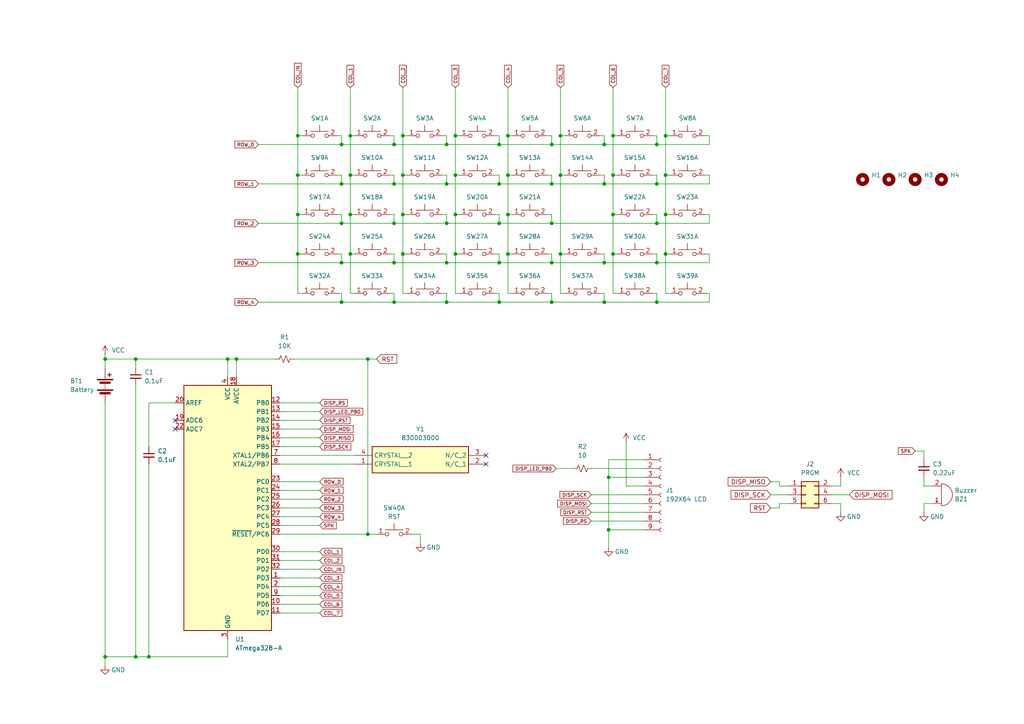
<source format=kicad_sch>
(kicad_sch (version 20230121) (generator eeschema)

  (uuid ddb5221e-98ed-4f62-97c1-51dbff6c1dd4)

  (paper "A4")

  (title_block
    (title "Build Your Own Classic HP Calculator Emulator")
    (date "2024-06-08")
    (rev "2")
    (company "TechLab")
    (comment 1 "all credits: https://paxer.net/voyager/")
  )

  (lib_symbols
    (symbol "Connector:Conn_01x09_Socket" (pin_names (offset 1.016) hide) (in_bom yes) (on_board yes)
      (property "Reference" "J" (at 0 12.7 0)
        (effects (font (size 1.27 1.27)))
      )
      (property "Value" "Conn_01x09_Socket" (at 0 -12.7 0)
        (effects (font (size 1.27 1.27)))
      )
      (property "Footprint" "" (at 0 0 0)
        (effects (font (size 1.27 1.27)) hide)
      )
      (property "Datasheet" "~" (at 0 0 0)
        (effects (font (size 1.27 1.27)) hide)
      )
      (property "ki_locked" "" (at 0 0 0)
        (effects (font (size 1.27 1.27)))
      )
      (property "ki_keywords" "connector" (at 0 0 0)
        (effects (font (size 1.27 1.27)) hide)
      )
      (property "ki_description" "Generic connector, single row, 01x09, script generated" (at 0 0 0)
        (effects (font (size 1.27 1.27)) hide)
      )
      (property "ki_fp_filters" "Connector*:*_1x??_*" (at 0 0 0)
        (effects (font (size 1.27 1.27)) hide)
      )
      (symbol "Conn_01x09_Socket_1_1"
        (arc (start 0 -9.652) (mid -0.5058 -10.16) (end 0 -10.668)
          (stroke (width 0.1524) (type default))
          (fill (type none))
        )
        (arc (start 0 -7.112) (mid -0.5058 -7.62) (end 0 -8.128)
          (stroke (width 0.1524) (type default))
          (fill (type none))
        )
        (arc (start 0 -4.572) (mid -0.5058 -5.08) (end 0 -5.588)
          (stroke (width 0.1524) (type default))
          (fill (type none))
        )
        (arc (start 0 -2.032) (mid -0.5058 -2.54) (end 0 -3.048)
          (stroke (width 0.1524) (type default))
          (fill (type none))
        )
        (polyline
          (pts
            (xy -1.27 -10.16)
            (xy -0.508 -10.16)
          )
          (stroke (width 0.1524) (type default))
          (fill (type none))
        )
        (polyline
          (pts
            (xy -1.27 -7.62)
            (xy -0.508 -7.62)
          )
          (stroke (width 0.1524) (type default))
          (fill (type none))
        )
        (polyline
          (pts
            (xy -1.27 -5.08)
            (xy -0.508 -5.08)
          )
          (stroke (width 0.1524) (type default))
          (fill (type none))
        )
        (polyline
          (pts
            (xy -1.27 -2.54)
            (xy -0.508 -2.54)
          )
          (stroke (width 0.1524) (type default))
          (fill (type none))
        )
        (polyline
          (pts
            (xy -1.27 0)
            (xy -0.508 0)
          )
          (stroke (width 0.1524) (type default))
          (fill (type none))
        )
        (polyline
          (pts
            (xy -1.27 2.54)
            (xy -0.508 2.54)
          )
          (stroke (width 0.1524) (type default))
          (fill (type none))
        )
        (polyline
          (pts
            (xy -1.27 5.08)
            (xy -0.508 5.08)
          )
          (stroke (width 0.1524) (type default))
          (fill (type none))
        )
        (polyline
          (pts
            (xy -1.27 7.62)
            (xy -0.508 7.62)
          )
          (stroke (width 0.1524) (type default))
          (fill (type none))
        )
        (polyline
          (pts
            (xy -1.27 10.16)
            (xy -0.508 10.16)
          )
          (stroke (width 0.1524) (type default))
          (fill (type none))
        )
        (arc (start 0 0.508) (mid -0.5058 0) (end 0 -0.508)
          (stroke (width 0.1524) (type default))
          (fill (type none))
        )
        (arc (start 0 3.048) (mid -0.5058 2.54) (end 0 2.032)
          (stroke (width 0.1524) (type default))
          (fill (type none))
        )
        (arc (start 0 5.588) (mid -0.5058 5.08) (end 0 4.572)
          (stroke (width 0.1524) (type default))
          (fill (type none))
        )
        (arc (start 0 8.128) (mid -0.5058 7.62) (end 0 7.112)
          (stroke (width 0.1524) (type default))
          (fill (type none))
        )
        (arc (start 0 10.668) (mid -0.5058 10.16) (end 0 9.652)
          (stroke (width 0.1524) (type default))
          (fill (type none))
        )
        (pin passive line (at -5.08 10.16 0) (length 3.81)
          (name "Pin_1" (effects (font (size 1.27 1.27))))
          (number "1" (effects (font (size 1.27 1.27))))
        )
        (pin passive line (at -5.08 7.62 0) (length 3.81)
          (name "Pin_2" (effects (font (size 1.27 1.27))))
          (number "2" (effects (font (size 1.27 1.27))))
        )
        (pin passive line (at -5.08 5.08 0) (length 3.81)
          (name "Pin_3" (effects (font (size 1.27 1.27))))
          (number "3" (effects (font (size 1.27 1.27))))
        )
        (pin passive line (at -5.08 2.54 0) (length 3.81)
          (name "Pin_4" (effects (font (size 1.27 1.27))))
          (number "4" (effects (font (size 1.27 1.27))))
        )
        (pin passive line (at -5.08 0 0) (length 3.81)
          (name "Pin_5" (effects (font (size 1.27 1.27))))
          (number "5" (effects (font (size 1.27 1.27))))
        )
        (pin passive line (at -5.08 -2.54 0) (length 3.81)
          (name "Pin_6" (effects (font (size 1.27 1.27))))
          (number "6" (effects (font (size 1.27 1.27))))
        )
        (pin passive line (at -5.08 -5.08 0) (length 3.81)
          (name "Pin_7" (effects (font (size 1.27 1.27))))
          (number "7" (effects (font (size 1.27 1.27))))
        )
        (pin passive line (at -5.08 -7.62 0) (length 3.81)
          (name "Pin_8" (effects (font (size 1.27 1.27))))
          (number "8" (effects (font (size 1.27 1.27))))
        )
        (pin passive line (at -5.08 -10.16 0) (length 3.81)
          (name "Pin_9" (effects (font (size 1.27 1.27))))
          (number "9" (effects (font (size 1.27 1.27))))
        )
      )
    )
    (symbol "Connector_Generic:Conn_02x03_Odd_Even" (pin_names (offset 1.016) hide) (in_bom yes) (on_board yes)
      (property "Reference" "J" (at 1.27 5.08 0)
        (effects (font (size 1.27 1.27)))
      )
      (property "Value" "Conn_02x03_Odd_Even" (at 1.27 -5.08 0)
        (effects (font (size 1.27 1.27)))
      )
      (property "Footprint" "" (at 0 0 0)
        (effects (font (size 1.27 1.27)) hide)
      )
      (property "Datasheet" "~" (at 0 0 0)
        (effects (font (size 1.27 1.27)) hide)
      )
      (property "ki_keywords" "connector" (at 0 0 0)
        (effects (font (size 1.27 1.27)) hide)
      )
      (property "ki_description" "Generic connector, double row, 02x03, odd/even pin numbering scheme (row 1 odd numbers, row 2 even numbers), script generated (kicad-library-utils/schlib/autogen/connector/)" (at 0 0 0)
        (effects (font (size 1.27 1.27)) hide)
      )
      (property "ki_fp_filters" "Connector*:*_2x??_*" (at 0 0 0)
        (effects (font (size 1.27 1.27)) hide)
      )
      (symbol "Conn_02x03_Odd_Even_1_1"
        (rectangle (start -1.27 -2.413) (end 0 -2.667)
          (stroke (width 0.1524) (type default))
          (fill (type none))
        )
        (rectangle (start -1.27 0.127) (end 0 -0.127)
          (stroke (width 0.1524) (type default))
          (fill (type none))
        )
        (rectangle (start -1.27 2.667) (end 0 2.413)
          (stroke (width 0.1524) (type default))
          (fill (type none))
        )
        (rectangle (start -1.27 3.81) (end 3.81 -3.81)
          (stroke (width 0.254) (type default))
          (fill (type background))
        )
        (rectangle (start 3.81 -2.413) (end 2.54 -2.667)
          (stroke (width 0.1524) (type default))
          (fill (type none))
        )
        (rectangle (start 3.81 0.127) (end 2.54 -0.127)
          (stroke (width 0.1524) (type default))
          (fill (type none))
        )
        (rectangle (start 3.81 2.667) (end 2.54 2.413)
          (stroke (width 0.1524) (type default))
          (fill (type none))
        )
        (pin passive line (at -5.08 2.54 0) (length 3.81)
          (name "Pin_1" (effects (font (size 1.27 1.27))))
          (number "1" (effects (font (size 1.27 1.27))))
        )
        (pin passive line (at 7.62 2.54 180) (length 3.81)
          (name "Pin_2" (effects (font (size 1.27 1.27))))
          (number "2" (effects (font (size 1.27 1.27))))
        )
        (pin passive line (at -5.08 0 0) (length 3.81)
          (name "Pin_3" (effects (font (size 1.27 1.27))))
          (number "3" (effects (font (size 1.27 1.27))))
        )
        (pin passive line (at 7.62 0 180) (length 3.81)
          (name "Pin_4" (effects (font (size 1.27 1.27))))
          (number "4" (effects (font (size 1.27 1.27))))
        )
        (pin passive line (at -5.08 -2.54 0) (length 3.81)
          (name "Pin_5" (effects (font (size 1.27 1.27))))
          (number "5" (effects (font (size 1.27 1.27))))
        )
        (pin passive line (at 7.62 -2.54 180) (length 3.81)
          (name "Pin_6" (effects (font (size 1.27 1.27))))
          (number "6" (effects (font (size 1.27 1.27))))
        )
      )
    )
    (symbol "Device:Battery" (pin_numbers hide) (pin_names (offset 0) hide) (in_bom yes) (on_board yes)
      (property "Reference" "BT" (at 2.54 2.54 0)
        (effects (font (size 1.27 1.27)) (justify left))
      )
      (property "Value" "Battery" (at 2.54 0 0)
        (effects (font (size 1.27 1.27)) (justify left))
      )
      (property "Footprint" "" (at 0 1.524 90)
        (effects (font (size 1.27 1.27)) hide)
      )
      (property "Datasheet" "~" (at 0 1.524 90)
        (effects (font (size 1.27 1.27)) hide)
      )
      (property "ki_keywords" "batt voltage-source cell" (at 0 0 0)
        (effects (font (size 1.27 1.27)) hide)
      )
      (property "ki_description" "Multiple-cell battery" (at 0 0 0)
        (effects (font (size 1.27 1.27)) hide)
      )
      (symbol "Battery_0_1"
        (rectangle (start -2.286 -1.27) (end 2.286 -1.524)
          (stroke (width 0) (type default))
          (fill (type outline))
        )
        (rectangle (start -2.286 1.778) (end 2.286 1.524)
          (stroke (width 0) (type default))
          (fill (type outline))
        )
        (rectangle (start -1.524 -2.032) (end 1.524 -2.54)
          (stroke (width 0) (type default))
          (fill (type outline))
        )
        (rectangle (start -1.524 1.016) (end 1.524 0.508)
          (stroke (width 0) (type default))
          (fill (type outline))
        )
        (polyline
          (pts
            (xy 0 -1.016)
            (xy 0 -0.762)
          )
          (stroke (width 0) (type default))
          (fill (type none))
        )
        (polyline
          (pts
            (xy 0 -0.508)
            (xy 0 -0.254)
          )
          (stroke (width 0) (type default))
          (fill (type none))
        )
        (polyline
          (pts
            (xy 0 0)
            (xy 0 0.254)
          )
          (stroke (width 0) (type default))
          (fill (type none))
        )
        (polyline
          (pts
            (xy 0 1.778)
            (xy 0 2.54)
          )
          (stroke (width 0) (type default))
          (fill (type none))
        )
        (polyline
          (pts
            (xy 0.762 3.048)
            (xy 1.778 3.048)
          )
          (stroke (width 0.254) (type default))
          (fill (type none))
        )
        (polyline
          (pts
            (xy 1.27 3.556)
            (xy 1.27 2.54)
          )
          (stroke (width 0.254) (type default))
          (fill (type none))
        )
      )
      (symbol "Battery_1_1"
        (pin passive line (at 0 5.08 270) (length 2.54)
          (name "+" (effects (font (size 1.27 1.27))))
          (number "1" (effects (font (size 1.27 1.27))))
        )
        (pin passive line (at 0 -5.08 90) (length 2.54)
          (name "-" (effects (font (size 1.27 1.27))))
          (number "2" (effects (font (size 1.27 1.27))))
        )
      )
    )
    (symbol "Device:Buzzer" (pin_names (offset 0.0254) hide) (in_bom yes) (on_board yes)
      (property "Reference" "BZ" (at 3.81 1.27 0)
        (effects (font (size 1.27 1.27)) (justify left))
      )
      (property "Value" "Buzzer" (at 3.81 -1.27 0)
        (effects (font (size 1.27 1.27)) (justify left))
      )
      (property "Footprint" "" (at -0.635 2.54 90)
        (effects (font (size 1.27 1.27)) hide)
      )
      (property "Datasheet" "~" (at -0.635 2.54 90)
        (effects (font (size 1.27 1.27)) hide)
      )
      (property "ki_keywords" "quartz resonator ceramic" (at 0 0 0)
        (effects (font (size 1.27 1.27)) hide)
      )
      (property "ki_description" "Buzzer, polarized" (at 0 0 0)
        (effects (font (size 1.27 1.27)) hide)
      )
      (property "ki_fp_filters" "*Buzzer*" (at 0 0 0)
        (effects (font (size 1.27 1.27)) hide)
      )
      (symbol "Buzzer_0_1"
        (arc (start 0 -3.175) (mid 3.1612 0) (end 0 3.175)
          (stroke (width 0) (type default))
          (fill (type none))
        )
        (polyline
          (pts
            (xy -1.651 1.905)
            (xy -1.143 1.905)
          )
          (stroke (width 0) (type default))
          (fill (type none))
        )
        (polyline
          (pts
            (xy -1.397 2.159)
            (xy -1.397 1.651)
          )
          (stroke (width 0) (type default))
          (fill (type none))
        )
        (polyline
          (pts
            (xy 0 3.175)
            (xy 0 -3.175)
          )
          (stroke (width 0) (type default))
          (fill (type none))
        )
      )
      (symbol "Buzzer_1_1"
        (pin passive line (at -2.54 2.54 0) (length 2.54)
          (name "-" (effects (font (size 1.27 1.27))))
          (number "1" (effects (font (size 1.27 1.27))))
        )
        (pin passive line (at -2.54 -2.54 0) (length 2.54)
          (name "+" (effects (font (size 1.27 1.27))))
          (number "2" (effects (font (size 1.27 1.27))))
        )
      )
    )
    (symbol "Device:C_Small" (pin_numbers hide) (pin_names (offset 0.254) hide) (in_bom yes) (on_board yes)
      (property "Reference" "C" (at 0.254 1.778 0)
        (effects (font (size 1.27 1.27)) (justify left))
      )
      (property "Value" "C_Small" (at 0.254 -2.032 0)
        (effects (font (size 1.27 1.27)) (justify left))
      )
      (property "Footprint" "" (at 0 0 0)
        (effects (font (size 1.27 1.27)) hide)
      )
      (property "Datasheet" "~" (at 0 0 0)
        (effects (font (size 1.27 1.27)) hide)
      )
      (property "ki_keywords" "capacitor cap" (at 0 0 0)
        (effects (font (size 1.27 1.27)) hide)
      )
      (property "ki_description" "Unpolarized capacitor, small symbol" (at 0 0 0)
        (effects (font (size 1.27 1.27)) hide)
      )
      (property "ki_fp_filters" "C_*" (at 0 0 0)
        (effects (font (size 1.27 1.27)) hide)
      )
      (symbol "C_Small_0_1"
        (polyline
          (pts
            (xy -1.524 -0.508)
            (xy 1.524 -0.508)
          )
          (stroke (width 0.3302) (type default))
          (fill (type none))
        )
        (polyline
          (pts
            (xy -1.524 0.508)
            (xy 1.524 0.508)
          )
          (stroke (width 0.3048) (type default))
          (fill (type none))
        )
      )
      (symbol "C_Small_1_1"
        (pin passive line (at 0 2.54 270) (length 2.032)
          (name "~" (effects (font (size 1.27 1.27))))
          (number "1" (effects (font (size 1.27 1.27))))
        )
        (pin passive line (at 0 -2.54 90) (length 2.032)
          (name "~" (effects (font (size 1.27 1.27))))
          (number "2" (effects (font (size 1.27 1.27))))
        )
      )
    )
    (symbol "Device:R_Small_US" (pin_numbers hide) (pin_names (offset 0.254) hide) (in_bom yes) (on_board yes)
      (property "Reference" "R" (at 0.762 0.508 0)
        (effects (font (size 1.27 1.27)) (justify left))
      )
      (property "Value" "R_Small_US" (at 0.762 -1.016 0)
        (effects (font (size 1.27 1.27)) (justify left))
      )
      (property "Footprint" "" (at 0 0 0)
        (effects (font (size 1.27 1.27)) hide)
      )
      (property "Datasheet" "~" (at 0 0 0)
        (effects (font (size 1.27 1.27)) hide)
      )
      (property "ki_keywords" "r resistor" (at 0 0 0)
        (effects (font (size 1.27 1.27)) hide)
      )
      (property "ki_description" "Resistor, small US symbol" (at 0 0 0)
        (effects (font (size 1.27 1.27)) hide)
      )
      (property "ki_fp_filters" "R_*" (at 0 0 0)
        (effects (font (size 1.27 1.27)) hide)
      )
      (symbol "R_Small_US_1_1"
        (polyline
          (pts
            (xy 0 0)
            (xy 1.016 -0.381)
            (xy 0 -0.762)
            (xy -1.016 -1.143)
            (xy 0 -1.524)
          )
          (stroke (width 0) (type default))
          (fill (type none))
        )
        (polyline
          (pts
            (xy 0 1.524)
            (xy 1.016 1.143)
            (xy 0 0.762)
            (xy -1.016 0.381)
            (xy 0 0)
          )
          (stroke (width 0) (type default))
          (fill (type none))
        )
        (pin passive line (at 0 2.54 270) (length 1.016)
          (name "~" (effects (font (size 1.27 1.27))))
          (number "1" (effects (font (size 1.27 1.27))))
        )
        (pin passive line (at 0 -2.54 90) (length 1.016)
          (name "~" (effects (font (size 1.27 1.27))))
          (number "2" (effects (font (size 1.27 1.27))))
        )
      )
    )
    (symbol "MCU_Microchip_ATmega:ATmega328-A" (in_bom yes) (on_board yes)
      (property "Reference" "U" (at -12.7 36.83 0)
        (effects (font (size 1.27 1.27)) (justify left bottom))
      )
      (property "Value" "ATmega328-A" (at 2.54 -36.83 0)
        (effects (font (size 1.27 1.27)) (justify left top))
      )
      (property "Footprint" "Package_QFP:TQFP-32_7x7mm_P0.8mm" (at 0 0 0)
        (effects (font (size 1.27 1.27) italic) hide)
      )
      (property "Datasheet" "http://ww1.microchip.com/downloads/en/DeviceDoc/ATmega328_P%20AVR%20MCU%20with%20picoPower%20Technology%20Data%20Sheet%2040001984A.pdf" (at 0 0 0)
        (effects (font (size 1.27 1.27)) hide)
      )
      (property "ki_keywords" "AVR 8bit Microcontroller MegaAVR" (at 0 0 0)
        (effects (font (size 1.27 1.27)) hide)
      )
      (property "ki_description" "20MHz, 32kB Flash, 2kB SRAM, 1kB EEPROM, TQFP-32" (at 0 0 0)
        (effects (font (size 1.27 1.27)) hide)
      )
      (property "ki_fp_filters" "TQFP*7x7mm*P0.8mm*" (at 0 0 0)
        (effects (font (size 1.27 1.27)) hide)
      )
      (symbol "ATmega328-A_0_1"
        (rectangle (start -12.7 -35.56) (end 12.7 35.56)
          (stroke (width 0.254) (type default))
          (fill (type background))
        )
      )
      (symbol "ATmega328-A_1_1"
        (pin bidirectional line (at 15.24 -20.32 180) (length 2.54)
          (name "PD3" (effects (font (size 1.27 1.27))))
          (number "1" (effects (font (size 1.27 1.27))))
        )
        (pin bidirectional line (at 15.24 -27.94 180) (length 2.54)
          (name "PD6" (effects (font (size 1.27 1.27))))
          (number "10" (effects (font (size 1.27 1.27))))
        )
        (pin bidirectional line (at 15.24 -30.48 180) (length 2.54)
          (name "PD7" (effects (font (size 1.27 1.27))))
          (number "11" (effects (font (size 1.27 1.27))))
        )
        (pin bidirectional line (at 15.24 30.48 180) (length 2.54)
          (name "PB0" (effects (font (size 1.27 1.27))))
          (number "12" (effects (font (size 1.27 1.27))))
        )
        (pin bidirectional line (at 15.24 27.94 180) (length 2.54)
          (name "PB1" (effects (font (size 1.27 1.27))))
          (number "13" (effects (font (size 1.27 1.27))))
        )
        (pin bidirectional line (at 15.24 25.4 180) (length 2.54)
          (name "PB2" (effects (font (size 1.27 1.27))))
          (number "14" (effects (font (size 1.27 1.27))))
        )
        (pin bidirectional line (at 15.24 22.86 180) (length 2.54)
          (name "PB3" (effects (font (size 1.27 1.27))))
          (number "15" (effects (font (size 1.27 1.27))))
        )
        (pin bidirectional line (at 15.24 20.32 180) (length 2.54)
          (name "PB4" (effects (font (size 1.27 1.27))))
          (number "16" (effects (font (size 1.27 1.27))))
        )
        (pin bidirectional line (at 15.24 17.78 180) (length 2.54)
          (name "PB5" (effects (font (size 1.27 1.27))))
          (number "17" (effects (font (size 1.27 1.27))))
        )
        (pin power_in line (at 2.54 38.1 270) (length 2.54)
          (name "AVCC" (effects (font (size 1.27 1.27))))
          (number "18" (effects (font (size 1.27 1.27))))
        )
        (pin input line (at -15.24 25.4 0) (length 2.54)
          (name "ADC6" (effects (font (size 1.27 1.27))))
          (number "19" (effects (font (size 1.27 1.27))))
        )
        (pin bidirectional line (at 15.24 -22.86 180) (length 2.54)
          (name "PD4" (effects (font (size 1.27 1.27))))
          (number "2" (effects (font (size 1.27 1.27))))
        )
        (pin passive line (at -15.24 30.48 0) (length 2.54)
          (name "AREF" (effects (font (size 1.27 1.27))))
          (number "20" (effects (font (size 1.27 1.27))))
        )
        (pin passive line (at 0 -38.1 90) (length 2.54) hide
          (name "GND" (effects (font (size 1.27 1.27))))
          (number "21" (effects (font (size 1.27 1.27))))
        )
        (pin input line (at -15.24 22.86 0) (length 2.54)
          (name "ADC7" (effects (font (size 1.27 1.27))))
          (number "22" (effects (font (size 1.27 1.27))))
        )
        (pin bidirectional line (at 15.24 7.62 180) (length 2.54)
          (name "PC0" (effects (font (size 1.27 1.27))))
          (number "23" (effects (font (size 1.27 1.27))))
        )
        (pin bidirectional line (at 15.24 5.08 180) (length 2.54)
          (name "PC1" (effects (font (size 1.27 1.27))))
          (number "24" (effects (font (size 1.27 1.27))))
        )
        (pin bidirectional line (at 15.24 2.54 180) (length 2.54)
          (name "PC2" (effects (font (size 1.27 1.27))))
          (number "25" (effects (font (size 1.27 1.27))))
        )
        (pin bidirectional line (at 15.24 0 180) (length 2.54)
          (name "PC3" (effects (font (size 1.27 1.27))))
          (number "26" (effects (font (size 1.27 1.27))))
        )
        (pin bidirectional line (at 15.24 -2.54 180) (length 2.54)
          (name "PC4" (effects (font (size 1.27 1.27))))
          (number "27" (effects (font (size 1.27 1.27))))
        )
        (pin bidirectional line (at 15.24 -5.08 180) (length 2.54)
          (name "PC5" (effects (font (size 1.27 1.27))))
          (number "28" (effects (font (size 1.27 1.27))))
        )
        (pin bidirectional line (at 15.24 -7.62 180) (length 2.54)
          (name "~{RESET}/PC6" (effects (font (size 1.27 1.27))))
          (number "29" (effects (font (size 1.27 1.27))))
        )
        (pin power_in line (at 0 -38.1 90) (length 2.54)
          (name "GND" (effects (font (size 1.27 1.27))))
          (number "3" (effects (font (size 1.27 1.27))))
        )
        (pin bidirectional line (at 15.24 -12.7 180) (length 2.54)
          (name "PD0" (effects (font (size 1.27 1.27))))
          (number "30" (effects (font (size 1.27 1.27))))
        )
        (pin bidirectional line (at 15.24 -15.24 180) (length 2.54)
          (name "PD1" (effects (font (size 1.27 1.27))))
          (number "31" (effects (font (size 1.27 1.27))))
        )
        (pin bidirectional line (at 15.24 -17.78 180) (length 2.54)
          (name "PD2" (effects (font (size 1.27 1.27))))
          (number "32" (effects (font (size 1.27 1.27))))
        )
        (pin power_in line (at 0 38.1 270) (length 2.54)
          (name "VCC" (effects (font (size 1.27 1.27))))
          (number "4" (effects (font (size 1.27 1.27))))
        )
        (pin passive line (at 0 -38.1 90) (length 2.54) hide
          (name "GND" (effects (font (size 1.27 1.27))))
          (number "5" (effects (font (size 1.27 1.27))))
        )
        (pin passive line (at 0 38.1 270) (length 2.54) hide
          (name "VCC" (effects (font (size 1.27 1.27))))
          (number "6" (effects (font (size 1.27 1.27))))
        )
        (pin bidirectional line (at 15.24 15.24 180) (length 2.54)
          (name "XTAL1/PB6" (effects (font (size 1.27 1.27))))
          (number "7" (effects (font (size 1.27 1.27))))
        )
        (pin bidirectional line (at 15.24 12.7 180) (length 2.54)
          (name "XTAL2/PB7" (effects (font (size 1.27 1.27))))
          (number "8" (effects (font (size 1.27 1.27))))
        )
        (pin bidirectional line (at 15.24 -25.4 180) (length 2.54)
          (name "PD5" (effects (font (size 1.27 1.27))))
          (number "9" (effects (font (size 1.27 1.27))))
        )
      )
    )
    (symbol "Mechanical:MountingHole" (pin_names (offset 1.016)) (in_bom yes) (on_board yes)
      (property "Reference" "H" (at 0 5.08 0)
        (effects (font (size 1.27 1.27)))
      )
      (property "Value" "MountingHole" (at 0 3.175 0)
        (effects (font (size 1.27 1.27)))
      )
      (property "Footprint" "" (at 0 0 0)
        (effects (font (size 1.27 1.27)) hide)
      )
      (property "Datasheet" "~" (at 0 0 0)
        (effects (font (size 1.27 1.27)) hide)
      )
      (property "ki_keywords" "mounting hole" (at 0 0 0)
        (effects (font (size 1.27 1.27)) hide)
      )
      (property "ki_description" "Mounting Hole without connection" (at 0 0 0)
        (effects (font (size 1.27 1.27)) hide)
      )
      (property "ki_fp_filters" "MountingHole*" (at 0 0 0)
        (effects (font (size 1.27 1.27)) hide)
      )
      (symbol "MountingHole_0_1"
        (circle (center 0 0) (radius 1.27)
          (stroke (width 1.27) (type default))
          (fill (type none))
        )
      )
    )
    (symbol "Switch:SW_Push_Dual_x2" (pin_names (offset 1.016) hide) (in_bom yes) (on_board yes)
      (property "Reference" "SW" (at 1.27 2.54 0)
        (effects (font (size 1.27 1.27)) (justify left))
      )
      (property "Value" "SW_Push_Dual_x2" (at 0 -1.524 0)
        (effects (font (size 1.27 1.27)))
      )
      (property "Footprint" "" (at 0 5.08 0)
        (effects (font (size 1.27 1.27)) hide)
      )
      (property "Datasheet" "~" (at 0 5.08 0)
        (effects (font (size 1.27 1.27)) hide)
      )
      (property "ki_keywords" "switch normally-open pushbutton push-button" (at 0 0 0)
        (effects (font (size 1.27 1.27)) hide)
      )
      (property "ki_description" "Push button switch, generic, separate symbols, four pins" (at 0 0 0)
        (effects (font (size 1.27 1.27)) hide)
      )
      (symbol "SW_Push_Dual_x2_0_1"
        (circle (center -2.032 0) (radius 0.508)
          (stroke (width 0) (type default))
          (fill (type none))
        )
        (polyline
          (pts
            (xy 0 1.27)
            (xy 0 3.048)
          )
          (stroke (width 0) (type default))
          (fill (type none))
        )
        (polyline
          (pts
            (xy 2.54 1.27)
            (xy -2.54 1.27)
          )
          (stroke (width 0) (type default))
          (fill (type none))
        )
        (circle (center 2.032 0) (radius 0.508)
          (stroke (width 0) (type default))
          (fill (type none))
        )
      )
      (symbol "SW_Push_Dual_x2_1_1"
        (pin passive line (at -5.08 0 0) (length 2.54)
          (name "C" (effects (font (size 1.27 1.27))))
          (number "1" (effects (font (size 1.27 1.27))))
        )
        (pin passive line (at 5.08 0 180) (length 2.54)
          (name "D" (effects (font (size 1.27 1.27))))
          (number "2" (effects (font (size 1.27 1.27))))
        )
      )
      (symbol "SW_Push_Dual_x2_2_1"
        (pin passive line (at -5.08 0 0) (length 2.54)
          (name "C" (effects (font (size 1.27 1.27))))
          (number "3" (effects (font (size 1.27 1.27))))
        )
        (pin passive line (at 5.08 0 180) (length 2.54)
          (name "D" (effects (font (size 1.27 1.27))))
          (number "4" (effects (font (size 1.27 1.27))))
        )
      )
    )
    (symbol "_MyLib_symbols:830003000" (in_bom yes) (on_board yes)
      (property "Reference" "Y" (at 34.29 7.62 0)
        (effects (font (size 1.27 1.27)) (justify left top))
      )
      (property "Value" "830003000" (at 34.29 5.08 0)
        (effects (font (size 1.27 1.27)) (justify left top))
      )
      (property "Footprint" "830003000" (at 34.29 -94.92 0)
        (effects (font (size 1.27 1.27)) (justify left top) hide)
      )
      (property "Datasheet" "https://www.we-online.com/components/products/datasheet/830003000.pdf" (at 34.29 -194.92 0)
        (effects (font (size 1.27 1.27)) (justify left top) hide)
      )
      (property "Height" "2.5" (at 34.29 -394.92 0)
        (effects (font (size 1.27 1.27)) (justify left top) hide)
      )
      (property "Mouser Part Number" "710-830003000" (at 34.29 -494.92 0)
        (effects (font (size 1.27 1.27)) (justify left top) hide)
      )
      (property "Mouser Price/Stock" "https://www.mouser.co.uk/ProductDetail/Wurth-Elektronik/830003000?qs=2WXlatMagcFgTyBqolG%2Fpw%3D%3D" (at 34.29 -594.92 0)
        (effects (font (size 1.27 1.27)) (justify left top) hide)
      )
      (property "Manufacturer_Name" "Wurth Elektronik" (at 34.29 -694.92 0)
        (effects (font (size 1.27 1.27)) (justify left top) hide)
      )
      (property "Manufacturer_Part_Number" "830003000" (at 34.29 -794.92 0)
        (effects (font (size 1.27 1.27)) (justify left top) hide)
      )
      (property "ki_description" "32.768 kHz +/-20ppm Crystal 12.5pF 50 kOhms 4-SOJ, 5.5mm pitch " (at 0 0 0)
        (effects (font (size 1.27 1.27)) hide)
      )
      (symbol "830003000_1_1"
        (rectangle (start 5.08 2.54) (end 33.02 -5.08)
          (stroke (width 0.254) (type default))
          (fill (type background))
        )
        (pin passive line (at 0 -2.54 0) (length 5.08)
          (name "CRYSTAL__1" (effects (font (size 1.27 1.27))))
          (number "1" (effects (font (size 1.27 1.27))))
        )
        (pin passive line (at 38.1 -2.54 180) (length 5.08)
          (name "N/C_1" (effects (font (size 1.27 1.27))))
          (number "2" (effects (font (size 1.27 1.27))))
        )
        (pin passive line (at 38.1 0 180) (length 5.08)
          (name "N/C_2" (effects (font (size 1.27 1.27))))
          (number "3" (effects (font (size 1.27 1.27))))
        )
        (pin passive line (at 0 0 0) (length 5.08)
          (name "CRYSTAL__2" (effects (font (size 1.27 1.27))))
          (number "4" (effects (font (size 1.27 1.27))))
        )
      )
    )
    (symbol "power:GND" (power) (pin_names (offset 0)) (in_bom yes) (on_board yes)
      (property "Reference" "#PWR" (at 0 -6.35 0)
        (effects (font (size 1.27 1.27)) hide)
      )
      (property "Value" "GND" (at 0 -3.81 0)
        (effects (font (size 1.27 1.27)))
      )
      (property "Footprint" "" (at 0 0 0)
        (effects (font (size 1.27 1.27)) hide)
      )
      (property "Datasheet" "" (at 0 0 0)
        (effects (font (size 1.27 1.27)) hide)
      )
      (property "ki_keywords" "global power" (at 0 0 0)
        (effects (font (size 1.27 1.27)) hide)
      )
      (property "ki_description" "Power symbol creates a global label with name \"GND\" , ground" (at 0 0 0)
        (effects (font (size 1.27 1.27)) hide)
      )
      (symbol "GND_0_1"
        (polyline
          (pts
            (xy 0 0)
            (xy 0 -1.27)
            (xy 1.27 -1.27)
            (xy 0 -2.54)
            (xy -1.27 -1.27)
            (xy 0 -1.27)
          )
          (stroke (width 0) (type default))
          (fill (type none))
        )
      )
      (symbol "GND_1_1"
        (pin power_in line (at 0 0 270) (length 0) hide
          (name "GND" (effects (font (size 1.27 1.27))))
          (number "1" (effects (font (size 1.27 1.27))))
        )
      )
    )
    (symbol "power:VCC" (power) (pin_names (offset 0)) (in_bom yes) (on_board yes)
      (property "Reference" "#PWR" (at 0 -3.81 0)
        (effects (font (size 1.27 1.27)) hide)
      )
      (property "Value" "VCC" (at 0 3.81 0)
        (effects (font (size 1.27 1.27)))
      )
      (property "Footprint" "" (at 0 0 0)
        (effects (font (size 1.27 1.27)) hide)
      )
      (property "Datasheet" "" (at 0 0 0)
        (effects (font (size 1.27 1.27)) hide)
      )
      (property "ki_keywords" "global power" (at 0 0 0)
        (effects (font (size 1.27 1.27)) hide)
      )
      (property "ki_description" "Power symbol creates a global label with name \"VCC\"" (at 0 0 0)
        (effects (font (size 1.27 1.27)) hide)
      )
      (symbol "VCC_0_1"
        (polyline
          (pts
            (xy -0.762 1.27)
            (xy 0 2.54)
          )
          (stroke (width 0) (type default))
          (fill (type none))
        )
        (polyline
          (pts
            (xy 0 0)
            (xy 0 2.54)
          )
          (stroke (width 0) (type default))
          (fill (type none))
        )
        (polyline
          (pts
            (xy 0 2.54)
            (xy 0.762 1.27)
          )
          (stroke (width 0) (type default))
          (fill (type none))
        )
      )
      (symbol "VCC_1_1"
        (pin power_in line (at 0 0 90) (length 0) hide
          (name "VCC" (effects (font (size 1.27 1.27))))
          (number "1" (effects (font (size 1.27 1.27))))
        )
      )
    )
  )

  (junction (at 129.54 53.34) (diameter 0) (color 0 0 0 0)
    (uuid 03637b32-6916-4cda-a1b6-bcbaabcacd0d)
  )
  (junction (at 114.3 87.63) (diameter 0) (color 0 0 0 0)
    (uuid 0eeaf5ce-ab63-4eaf-a5e4-b23a7235f13f)
  )
  (junction (at 43.18 190.5) (diameter 0) (color 0 0 0 0)
    (uuid 0fef83b4-e944-4b41-826e-1c8de865671d)
  )
  (junction (at 116.84 50.8) (diameter 0) (color 0 0 0 0)
    (uuid 116ef794-cb3c-468b-9395-a5e3fc05209e)
  )
  (junction (at 116.84 39.37) (diameter 0) (color 0 0 0 0)
    (uuid 1c320b58-cc0b-4524-adc3-cd8184c915e7)
  )
  (junction (at 193.04 62.23) (diameter 0) (color 0 0 0 0)
    (uuid 1c9d9727-95a4-4ed3-84ce-3f84864186d1)
  )
  (junction (at 106.68 104.14) (diameter 0) (color 0 0 0 0)
    (uuid 1dcbea80-7720-45b3-a7de-2402f21aeeec)
  )
  (junction (at 99.06 64.77) (diameter 0) (color 0 0 0 0)
    (uuid 20bba3a8-8c17-4798-8e9b-d134ec44d6d0)
  )
  (junction (at 160.02 87.63) (diameter 0) (color 0 0 0 0)
    (uuid 2afddf90-e7ce-42e8-b080-a3ca7907ad0f)
  )
  (junction (at 177.8 39.37) (diameter 0) (color 0 0 0 0)
    (uuid 32829554-d363-4465-a911-af2a92967d59)
  )
  (junction (at 114.3 41.91) (diameter 0) (color 0 0 0 0)
    (uuid 3398cfaf-ca14-4479-a27d-f7d0d3dc3835)
  )
  (junction (at 193.04 50.8) (diameter 0) (color 0 0 0 0)
    (uuid 386d8620-5a5b-4173-aaaa-0b81d73c5a0f)
  )
  (junction (at 99.06 53.34) (diameter 0) (color 0 0 0 0)
    (uuid 3d418265-ce61-4270-9cfa-bfe151328fed)
  )
  (junction (at 99.06 76.2) (diameter 0) (color 0 0 0 0)
    (uuid 3f7f2d77-1bac-46c4-b515-7e60eecb9734)
  )
  (junction (at 190.5 64.77) (diameter 0) (color 0 0 0 0)
    (uuid 3fc6257c-7758-420a-b8c2-8edbfb969141)
  )
  (junction (at 114.3 53.34) (diameter 0) (color 0 0 0 0)
    (uuid 44879645-13b7-48c4-a178-76e3c3838394)
  )
  (junction (at 129.54 64.77) (diameter 0) (color 0 0 0 0)
    (uuid 47852a02-6d69-4b22-81eb-4bfef9b8e0f2)
  )
  (junction (at 99.06 41.91) (diameter 0) (color 0 0 0 0)
    (uuid 4e2af792-334c-45a5-a4b1-9513f85d2dc1)
  )
  (junction (at 190.5 87.63) (diameter 0) (color 0 0 0 0)
    (uuid 4f8fd9ad-d703-484e-9131-c8e4c9213810)
  )
  (junction (at 162.56 39.37) (diameter 0) (color 0 0 0 0)
    (uuid 57663d6e-43df-41c4-a2f7-82b39fff849c)
  )
  (junction (at 116.84 62.23) (diameter 0) (color 0 0 0 0)
    (uuid 59b5c5ad-e6e7-4893-992d-b7c7cae6e18e)
  )
  (junction (at 101.6 73.66) (diameter 0) (color 0 0 0 0)
    (uuid 5c2ae057-556a-4c36-9bf6-d924e084b5c5)
  )
  (junction (at 101.6 62.23) (diameter 0) (color 0 0 0 0)
    (uuid 6524ef76-cef6-4105-ae9c-d5ddc6d99222)
  )
  (junction (at 101.6 39.37) (diameter 0) (color 0 0 0 0)
    (uuid 65a2993f-564a-42a1-b27b-913163c3b1b5)
  )
  (junction (at 147.32 39.37) (diameter 0) (color 0 0 0 0)
    (uuid 68041efa-517b-4928-9e2d-3ca5eab8f8da)
  )
  (junction (at 160.02 64.77) (diameter 0) (color 0 0 0 0)
    (uuid 6b59c869-5c3f-48c1-9a44-421ae1d44735)
  )
  (junction (at 175.26 53.34) (diameter 0) (color 0 0 0 0)
    (uuid 6e026683-6271-46ea-afc8-57ff18601f30)
  )
  (junction (at 147.32 62.23) (diameter 0) (color 0 0 0 0)
    (uuid 7090285c-90a8-45aa-85d5-465215f709f3)
  )
  (junction (at 99.06 87.63) (diameter 0) (color 0 0 0 0)
    (uuid 73e85a21-6742-45f6-8309-a3572aef0ce4)
  )
  (junction (at 175.26 76.2) (diameter 0) (color 0 0 0 0)
    (uuid 755b29c6-b12a-4e91-872d-7264a6dd1beb)
  )
  (junction (at 86.36 50.8) (diameter 0) (color 0 0 0 0)
    (uuid 78747173-2baa-429f-a0b8-aba10fc8eb47)
  )
  (junction (at 86.36 62.23) (diameter 0) (color 0 0 0 0)
    (uuid 7a6849d8-090e-4ced-b427-328a8ded7c51)
  )
  (junction (at 86.36 39.37) (diameter 0) (color 0 0 0 0)
    (uuid 7b88c6ca-776a-4091-be9f-a43e026e31d7)
  )
  (junction (at 190.5 53.34) (diameter 0) (color 0 0 0 0)
    (uuid 8461bba8-91d1-4cf6-a89e-f1408730f6de)
  )
  (junction (at 177.8 62.23) (diameter 0) (color 0 0 0 0)
    (uuid 87362ffe-5611-4df4-9062-f8496dbc0f82)
  )
  (junction (at 39.37 190.5) (diameter 0) (color 0 0 0 0)
    (uuid 8829d54b-590e-4402-b04a-b9d63ee00637)
  )
  (junction (at 144.78 76.2) (diameter 0) (color 0 0 0 0)
    (uuid 8ca37df1-6032-4241-82d2-1896eb66f8e7)
  )
  (junction (at 193.04 39.37) (diameter 0) (color 0 0 0 0)
    (uuid 916ce893-dda8-445c-83e5-a32b0d7a600f)
  )
  (junction (at 129.54 87.63) (diameter 0) (color 0 0 0 0)
    (uuid 918c2ed3-9d1c-4f15-b794-5a54bd061442)
  )
  (junction (at 68.58 104.14) (diameter 0) (color 0 0 0 0)
    (uuid 95fdd119-8519-447f-8135-6d64d6ade009)
  )
  (junction (at 86.36 73.66) (diameter 0) (color 0 0 0 0)
    (uuid 970716ba-201b-45d7-beb3-2a3a5b930dcf)
  )
  (junction (at 132.08 50.8) (diameter 0) (color 0 0 0 0)
    (uuid a00671d1-1118-45c6-9344-19110478bd80)
  )
  (junction (at 144.78 87.63) (diameter 0) (color 0 0 0 0)
    (uuid a119b671-e4d7-4c6a-a3be-840bdaa20585)
  )
  (junction (at 132.08 73.66) (diameter 0) (color 0 0 0 0)
    (uuid a176ee0b-702b-4419-95b0-42b5925e5aa8)
  )
  (junction (at 177.8 73.66) (diameter 0) (color 0 0 0 0)
    (uuid a1ea77d3-1bef-4240-8bde-bed5048e59bc)
  )
  (junction (at 30.48 104.14) (diameter 0) (color 0 0 0 0)
    (uuid a7fc2789-2533-48d1-a987-c13de4d98fe7)
  )
  (junction (at 66.04 104.14) (diameter 0) (color 0 0 0 0)
    (uuid a86d9373-a271-4cfe-9f3c-9a304191ac53)
  )
  (junction (at 132.08 62.23) (diameter 0) (color 0 0 0 0)
    (uuid ab6e9ed4-4678-4836-931f-8720a4ce22a2)
  )
  (junction (at 144.78 41.91) (diameter 0) (color 0 0 0 0)
    (uuid ac075438-53ba-46f7-b434-c370fdc2b7ad)
  )
  (junction (at 101.6 50.8) (diameter 0) (color 0 0 0 0)
    (uuid adb131b1-53f9-4a84-928f-6091ff6cf825)
  )
  (junction (at 160.02 41.91) (diameter 0) (color 0 0 0 0)
    (uuid b31721b8-1b75-4f25-acea-dc4bb1d366da)
  )
  (junction (at 147.32 50.8) (diameter 0) (color 0 0 0 0)
    (uuid b768429b-7b81-49d8-a753-324b6622c959)
  )
  (junction (at 106.68 154.94) (diameter 0) (color 0 0 0 0)
    (uuid bda67c6c-a960-4b0b-957c-248ae9c80b37)
  )
  (junction (at 30.48 190.5) (diameter 0) (color 0 0 0 0)
    (uuid c4b440e5-1d7f-403c-a2a7-343d83597cd0)
  )
  (junction (at 116.84 73.66) (diameter 0) (color 0 0 0 0)
    (uuid c8451062-0617-4ec6-b694-dc8e6f9edc9c)
  )
  (junction (at 129.54 41.91) (diameter 0) (color 0 0 0 0)
    (uuid ca26c868-c81c-4bd8-9cfa-c6840350d052)
  )
  (junction (at 162.56 73.66) (diameter 0) (color 0 0 0 0)
    (uuid d0526d1d-f335-49ac-94e1-6182807717ef)
  )
  (junction (at 160.02 76.2) (diameter 0) (color 0 0 0 0)
    (uuid d1373ea8-4164-46a8-8132-716ad8aa97e0)
  )
  (junction (at 190.5 41.91) (diameter 0) (color 0 0 0 0)
    (uuid de3956a7-daca-4278-80fd-8c5e5e7dc1a0)
  )
  (junction (at 190.5 76.2) (diameter 0) (color 0 0 0 0)
    (uuid e6212b69-121e-4e23-a144-81f2860a7030)
  )
  (junction (at 144.78 64.77) (diameter 0) (color 0 0 0 0)
    (uuid e665e51c-e028-4081-874f-92a0cacc058b)
  )
  (junction (at 175.26 41.91) (diameter 0) (color 0 0 0 0)
    (uuid e7c173d6-b8c2-40ad-9ed4-879f8ef9d4ba)
  )
  (junction (at 177.8 50.8) (diameter 0) (color 0 0 0 0)
    (uuid e887904f-533a-41e2-b7bf-895e1a592342)
  )
  (junction (at 39.37 104.14) (diameter 0) (color 0 0 0 0)
    (uuid eb41994b-4b30-4fe9-9214-a01ad183dc5b)
  )
  (junction (at 144.78 53.34) (diameter 0) (color 0 0 0 0)
    (uuid ecc92851-cc89-475a-b360-58553bce67ed)
  )
  (junction (at 132.08 39.37) (diameter 0) (color 0 0 0 0)
    (uuid ee163e6b-bb26-4818-9d26-8990efc33fc7)
  )
  (junction (at 175.26 87.63) (diameter 0) (color 0 0 0 0)
    (uuid efb1c959-42ba-4072-9a27-7bc31921e0f2)
  )
  (junction (at 176.53 153.67) (diameter 0) (color 0 0 0 0)
    (uuid f187b178-d75c-4639-9fed-be5deadcb623)
  )
  (junction (at 176.53 138.43) (diameter 0) (color 0 0 0 0)
    (uuid f21e529c-1604-4b08-80c0-d788ccee369b)
  )
  (junction (at 114.3 76.2) (diameter 0) (color 0 0 0 0)
    (uuid f3a4e516-d2fb-424b-b53a-a71c1e6dfd81)
  )
  (junction (at 162.56 50.8) (diameter 0) (color 0 0 0 0)
    (uuid f4bdb880-9097-4251-a9a9-75abbc31b46f)
  )
  (junction (at 129.54 76.2) (diameter 0) (color 0 0 0 0)
    (uuid f6024deb-4605-49e4-86be-5c48ff85f716)
  )
  (junction (at 147.32 73.66) (diameter 0) (color 0 0 0 0)
    (uuid f68b5642-9edc-40f3-a87c-f540cf906b36)
  )
  (junction (at 193.04 73.66) (diameter 0) (color 0 0 0 0)
    (uuid f88e6c0a-896b-47c6-9245-a9d1f46aecd5)
  )
  (junction (at 160.02 53.34) (diameter 0) (color 0 0 0 0)
    (uuid f99cd974-9338-4e64-a0dd-9706e69dede0)
  )
  (junction (at 114.3 64.77) (diameter 0) (color 0 0 0 0)
    (uuid fba27728-55f9-4dad-8035-9217f5b30005)
  )

  (no_connect (at 50.8 124.46) (uuid 10b1dcd8-f4c4-4a8e-a116-e80ab42b2acf))
  (no_connect (at 140.97 132.08) (uuid 2a3faf2f-1cda-4f70-bbdf-efac8dce58de))
  (no_connect (at 50.8 121.92) (uuid 5f78f7ab-dc86-4fec-aee1-d802d65c7b2f))
  (no_connect (at 140.97 134.62) (uuid cc0347b6-c4c3-4bd6-a447-80c2eab62e12))

  (wire (pts (xy 132.08 39.37) (xy 132.08 50.8))
    (stroke (width 0) (type default))
    (uuid 00dd1f3c-fa7d-49cb-b757-be43ff95a612)
  )
  (wire (pts (xy 162.56 39.37) (xy 162.56 50.8))
    (stroke (width 0) (type default))
    (uuid 021ab97a-0f29-4f3b-be30-93a62d0d80ef)
  )
  (wire (pts (xy 116.84 85.09) (xy 118.11 85.09))
    (stroke (width 0) (type default))
    (uuid 0426cd10-9a33-4973-a79a-1c5f6dde7d58)
  )
  (wire (pts (xy 113.03 85.09) (xy 114.3 85.09))
    (stroke (width 0) (type default))
    (uuid 046c3c35-3b98-4a41-b7e2-2bf2ec8e9a4c)
  )
  (wire (pts (xy 181.61 128.27) (xy 181.61 140.97))
    (stroke (width 0) (type default))
    (uuid 075eb2cb-2aef-422d-ae40-f76f7644dd15)
  )
  (wire (pts (xy 97.79 62.23) (xy 99.06 62.23))
    (stroke (width 0) (type default))
    (uuid 080e8201-e9e5-498e-b2f6-83096d1683fd)
  )
  (wire (pts (xy 81.28 127) (xy 92.71 127))
    (stroke (width 0) (type default))
    (uuid 099cfb04-0f47-46f5-a949-f8ed32290715)
  )
  (wire (pts (xy 190.5 64.77) (xy 205.74 64.77))
    (stroke (width 0) (type default))
    (uuid 0a0e4d1d-357f-4578-943d-d55587290251)
  )
  (wire (pts (xy 194.31 39.37) (xy 193.04 39.37))
    (stroke (width 0) (type default))
    (uuid 0a1f0108-f93c-42ab-9473-140bb8769602)
  )
  (wire (pts (xy 173.99 73.66) (xy 175.26 73.66))
    (stroke (width 0) (type default))
    (uuid 0a7d1113-6a53-48f0-bfa1-473d6e8fc3b3)
  )
  (wire (pts (xy 158.75 62.23) (xy 160.02 62.23))
    (stroke (width 0) (type default))
    (uuid 107ce3f9-cbee-488b-859f-d6d7275cc83b)
  )
  (wire (pts (xy 160.02 64.77) (xy 190.5 64.77))
    (stroke (width 0) (type default))
    (uuid 11b207cb-6f9f-4624-b3a7-35bd225f2227)
  )
  (wire (pts (xy 30.48 190.5) (xy 39.37 190.5))
    (stroke (width 0) (type default))
    (uuid 129f3a52-f518-4a45-941b-99afd6391eeb)
  )
  (wire (pts (xy 86.36 25.4) (xy 86.36 39.37))
    (stroke (width 0) (type default))
    (uuid 1476d3d1-cbe4-4b59-8c5f-c2932a15dc0c)
  )
  (wire (pts (xy 147.32 85.09) (xy 148.59 85.09))
    (stroke (width 0) (type default))
    (uuid 14c633cf-b6ec-4be8-b178-08ecd965f721)
  )
  (wire (pts (xy 128.27 39.37) (xy 129.54 39.37))
    (stroke (width 0) (type default))
    (uuid 154d4a92-eac6-45f0-b3b8-bdf65bed382d)
  )
  (wire (pts (xy 99.06 53.34) (xy 114.3 53.34))
    (stroke (width 0) (type default))
    (uuid 15c4255c-ce3f-4439-a44e-7fb52c2f59dc)
  )
  (wire (pts (xy 190.5 53.34) (xy 205.74 53.34))
    (stroke (width 0) (type default))
    (uuid 16329da8-8e45-4192-b07c-6c1054c4dd10)
  )
  (wire (pts (xy 74.93 64.77) (xy 99.06 64.77))
    (stroke (width 0) (type default))
    (uuid 1962a415-1c17-40ed-9508-d2c3cfb129c3)
  )
  (wire (pts (xy 39.37 111.76) (xy 39.37 190.5))
    (stroke (width 0) (type default))
    (uuid 19893b96-5a10-4836-a013-e4d01277466f)
  )
  (wire (pts (xy 175.26 85.09) (xy 175.26 87.63))
    (stroke (width 0) (type default))
    (uuid 1a93214d-720d-405f-86d8-c7a015aa04a0)
  )
  (wire (pts (xy 132.08 25.4) (xy 132.08 39.37))
    (stroke (width 0) (type default))
    (uuid 1abfc379-25ca-4aad-b7d7-2774ff715125)
  )
  (wire (pts (xy 113.03 62.23) (xy 114.3 62.23))
    (stroke (width 0) (type default))
    (uuid 1cf6ebea-90ab-4c68-8de4-f16232a560d3)
  )
  (wire (pts (xy 176.53 153.67) (xy 176.53 158.75))
    (stroke (width 0) (type default))
    (uuid 1cfed5cc-89a3-4a09-b06c-be909dd06219)
  )
  (wire (pts (xy 106.68 154.94) (xy 109.22 154.94))
    (stroke (width 0) (type default))
    (uuid 1e8098aa-ca93-4a97-bae7-665c340033cb)
  )
  (wire (pts (xy 101.6 39.37) (xy 101.6 50.8))
    (stroke (width 0) (type default))
    (uuid 1fa8ad57-bbeb-4458-93e1-c9bb0690da5d)
  )
  (wire (pts (xy 129.54 62.23) (xy 129.54 64.77))
    (stroke (width 0) (type default))
    (uuid 1fb1a838-1bb4-4c5c-8067-17848c238a33)
  )
  (wire (pts (xy 193.04 73.66) (xy 193.04 85.09))
    (stroke (width 0) (type default))
    (uuid 201139c2-d5f1-4378-a56a-b13fa68da904)
  )
  (wire (pts (xy 176.53 133.35) (xy 186.69 133.35))
    (stroke (width 0) (type default))
    (uuid 20fbbe84-11b7-495d-825b-82ae7edb0fe0)
  )
  (wire (pts (xy 81.28 167.64) (xy 92.71 167.64))
    (stroke (width 0) (type default))
    (uuid 215205a7-0808-4d84-96d1-0d5ad82c5ba4)
  )
  (wire (pts (xy 132.08 62.23) (xy 133.35 62.23))
    (stroke (width 0) (type default))
    (uuid 2275db90-5b8b-42ac-8809-4a5c6132063e)
  )
  (wire (pts (xy 101.6 25.4) (xy 101.6 39.37))
    (stroke (width 0) (type default))
    (uuid 24ca4231-ad87-4ffb-bd4f-f2c163c444be)
  )
  (wire (pts (xy 162.56 50.8) (xy 163.83 50.8))
    (stroke (width 0) (type default))
    (uuid 24db6727-edbb-47bf-b62b-ec579af16d23)
  )
  (wire (pts (xy 190.5 41.91) (xy 205.74 41.91))
    (stroke (width 0) (type default))
    (uuid 25654e17-160f-42f1-9c83-848193dbff23)
  )
  (wire (pts (xy 101.6 73.66) (xy 102.87 73.66))
    (stroke (width 0) (type default))
    (uuid 26b59f0f-2b9a-4ee9-a380-35eea77e9402)
  )
  (wire (pts (xy 177.8 25.4) (xy 177.8 39.37))
    (stroke (width 0) (type default))
    (uuid 26c19015-ab3b-4a47-9020-085687516905)
  )
  (wire (pts (xy 241.3 140.97) (xy 243.84 140.97))
    (stroke (width 0) (type default))
    (uuid 285bcfd5-0542-44d6-9509-8cf031bef7d2)
  )
  (wire (pts (xy 116.84 62.23) (xy 116.84 73.66))
    (stroke (width 0) (type default))
    (uuid 28c1fd40-0cca-4480-81d6-ce488fe35dfa)
  )
  (wire (pts (xy 173.99 50.8) (xy 175.26 50.8))
    (stroke (width 0) (type default))
    (uuid 298cfc75-5ff0-415a-bf58-c8f1a318e173)
  )
  (wire (pts (xy 81.28 119.38) (xy 92.71 119.38))
    (stroke (width 0) (type default))
    (uuid 2a9cd697-fa6e-4f35-a3f2-00d860dbd032)
  )
  (wire (pts (xy 205.74 53.34) (xy 205.74 50.8))
    (stroke (width 0) (type default))
    (uuid 2b746e66-7000-41e0-840c-22a11aea73ec)
  )
  (wire (pts (xy 193.04 50.8) (xy 194.31 50.8))
    (stroke (width 0) (type default))
    (uuid 2ba5eb51-e214-45a7-b022-89589fee50af)
  )
  (wire (pts (xy 114.3 87.63) (xy 129.54 87.63))
    (stroke (width 0) (type default))
    (uuid 2df6b8f0-0208-49b9-9114-f2f398ad3ac2)
  )
  (wire (pts (xy 144.78 41.91) (xy 160.02 41.91))
    (stroke (width 0) (type default))
    (uuid 30f534ec-1de7-47f1-a0f3-815ba5657482)
  )
  (wire (pts (xy 163.83 39.37) (xy 162.56 39.37))
    (stroke (width 0) (type default))
    (uuid 31b983dd-d88a-4579-95e7-0d5b4dc386cb)
  )
  (wire (pts (xy 160.02 53.34) (xy 175.26 53.34))
    (stroke (width 0) (type default))
    (uuid 325cc9f7-24fd-4f2e-abed-63c23949d93b)
  )
  (wire (pts (xy 226.06 140.97) (xy 228.6 140.97))
    (stroke (width 0) (type default))
    (uuid 332956d6-b9d9-4d6e-9505-44953d0433ad)
  )
  (wire (pts (xy 129.54 64.77) (xy 144.78 64.77))
    (stroke (width 0) (type default))
    (uuid 33f40069-672c-4d89-ab49-95425efa4f36)
  )
  (wire (pts (xy 190.5 87.63) (xy 205.74 87.63))
    (stroke (width 0) (type default))
    (uuid 34e47e1e-9ae7-4799-9ed6-878b38abc026)
  )
  (wire (pts (xy 132.08 73.66) (xy 133.35 73.66))
    (stroke (width 0) (type default))
    (uuid 373684eb-01e9-4cff-95b4-fe2aa126c525)
  )
  (wire (pts (xy 189.23 85.09) (xy 190.5 85.09))
    (stroke (width 0) (type default))
    (uuid 39ebc2b1-457c-4fd8-aa00-813729b2f249)
  )
  (wire (pts (xy 128.27 85.09) (xy 129.54 85.09))
    (stroke (width 0) (type default))
    (uuid 39ed841e-4f05-40b8-9e80-c4a314a50423)
  )
  (wire (pts (xy 189.23 50.8) (xy 190.5 50.8))
    (stroke (width 0) (type default))
    (uuid 3a41b8cd-8651-4bdd-99be-e723832b8d28)
  )
  (wire (pts (xy 160.02 62.23) (xy 160.02 64.77))
    (stroke (width 0) (type default))
    (uuid 3c4c3a1e-cfef-49ac-8aeb-ed1917a55df7)
  )
  (wire (pts (xy 99.06 50.8) (xy 99.06 53.34))
    (stroke (width 0) (type default))
    (uuid 3d113736-d859-4e54-8bc5-383811562d86)
  )
  (wire (pts (xy 147.32 25.4) (xy 147.32 39.37))
    (stroke (width 0) (type default))
    (uuid 3d70095d-291b-4867-9fc9-f3af3041abff)
  )
  (wire (pts (xy 186.69 140.97) (xy 181.61 140.97))
    (stroke (width 0) (type default))
    (uuid 3dd043d7-14e3-429b-918f-a6ceeb1094e6)
  )
  (wire (pts (xy 160.02 76.2) (xy 175.26 76.2))
    (stroke (width 0) (type default))
    (uuid 3e2a77e6-fcd6-4939-99e9-611d03d90e55)
  )
  (wire (pts (xy 132.08 62.23) (xy 132.08 73.66))
    (stroke (width 0) (type default))
    (uuid 3fc932d9-65c4-4a74-a481-139b2f03254c)
  )
  (wire (pts (xy 190.5 85.09) (xy 190.5 87.63))
    (stroke (width 0) (type default))
    (uuid 40d5262b-e0b9-4af5-8c81-98279610332c)
  )
  (wire (pts (xy 205.74 64.77) (xy 205.74 62.23))
    (stroke (width 0) (type default))
    (uuid 44025b6b-f447-4e4c-ba4e-7b7d3d83c824)
  )
  (wire (pts (xy 147.32 62.23) (xy 148.59 62.23))
    (stroke (width 0) (type default))
    (uuid 44812d7e-a72a-4447-bccf-4929d1f2b94b)
  )
  (wire (pts (xy 175.26 73.66) (xy 175.26 76.2))
    (stroke (width 0) (type default))
    (uuid 4501e8b0-c13e-4d3a-9832-b80d5ad11770)
  )
  (wire (pts (xy 102.87 39.37) (xy 101.6 39.37))
    (stroke (width 0) (type default))
    (uuid 450bcf48-6713-4c6d-b89a-e7b36bf683e5)
  )
  (wire (pts (xy 86.36 50.8) (xy 86.36 62.23))
    (stroke (width 0) (type default))
    (uuid 45248a50-56ce-4ba5-aafe-a9ca35ab803c)
  )
  (wire (pts (xy 143.51 62.23) (xy 144.78 62.23))
    (stroke (width 0) (type default))
    (uuid 4a2af673-31e1-4328-a28b-5583210e8585)
  )
  (wire (pts (xy 116.84 25.4) (xy 116.84 39.37))
    (stroke (width 0) (type default))
    (uuid 4a9c5239-18e3-4061-a578-d31f8734b3d1)
  )
  (wire (pts (xy 173.99 39.37) (xy 175.26 39.37))
    (stroke (width 0) (type default))
    (uuid 4b3ed988-2cf1-49e5-b639-02175dfe01fb)
  )
  (wire (pts (xy 81.28 121.92) (xy 92.71 121.92))
    (stroke (width 0) (type default))
    (uuid 4cb80ce7-64df-4952-a626-ade96334d7c8)
  )
  (wire (pts (xy 114.3 85.09) (xy 114.3 87.63))
    (stroke (width 0) (type default))
    (uuid 4cfbd632-e604-4692-8c53-955142b52516)
  )
  (wire (pts (xy 132.08 50.8) (xy 132.08 62.23))
    (stroke (width 0) (type default))
    (uuid 4e187b7c-6eee-485d-8ee2-2f4114d6b70c)
  )
  (wire (pts (xy 39.37 104.14) (xy 39.37 106.68))
    (stroke (width 0) (type default))
    (uuid 4f239369-2962-4662-9875-86a84dfabfff)
  )
  (wire (pts (xy 175.26 39.37) (xy 175.26 41.91))
    (stroke (width 0) (type default))
    (uuid 505497c2-a3f0-4090-9492-e586b1a7fad2)
  )
  (wire (pts (xy 144.78 50.8) (xy 144.78 53.34))
    (stroke (width 0) (type default))
    (uuid 527a52e6-0afe-4a61-9caf-7e71efe4164a)
  )
  (wire (pts (xy 86.36 73.66) (xy 86.36 85.09))
    (stroke (width 0) (type default))
    (uuid 52e7c0ec-0f8c-4d11-bc51-77b1be9906ee)
  )
  (wire (pts (xy 265.43 130.81) (xy 267.97 130.81))
    (stroke (width 0) (type default))
    (uuid 53faf456-7029-44fa-9998-551da50fa0e3)
  )
  (wire (pts (xy 177.8 85.09) (xy 179.07 85.09))
    (stroke (width 0) (type default))
    (uuid 58c0cda1-18b0-4da8-9e22-c6bb46c37a72)
  )
  (wire (pts (xy 116.84 73.66) (xy 116.84 85.09))
    (stroke (width 0) (type default))
    (uuid 5b138f48-1cde-4bbc-b796-ac08116de362)
  )
  (wire (pts (xy 143.51 73.66) (xy 144.78 73.66))
    (stroke (width 0) (type default))
    (uuid 5b5a6926-b8c4-48fe-a712-ae6bba7a0a00)
  )
  (wire (pts (xy 193.04 50.8) (xy 193.04 62.23))
    (stroke (width 0) (type default))
    (uuid 5b8b80fc-d214-4c2d-a27d-37e3bee62a9e)
  )
  (wire (pts (xy 66.04 104.14) (xy 66.04 109.22))
    (stroke (width 0) (type default))
    (uuid 5d186d18-cce0-4d43-9b64-29b58f817a07)
  )
  (wire (pts (xy 190.5 73.66) (xy 190.5 76.2))
    (stroke (width 0) (type default))
    (uuid 5d30c552-80cf-41e5-8d0c-42ee6319e7c4)
  )
  (wire (pts (xy 267.97 140.97) (xy 270.51 140.97))
    (stroke (width 0) (type default))
    (uuid 5db7280c-2c19-484d-bf02-c80e6665c74b)
  )
  (wire (pts (xy 114.3 39.37) (xy 114.3 41.91))
    (stroke (width 0) (type default))
    (uuid 5eb9efa1-7d07-452d-8f91-6f8ace3aabfc)
  )
  (wire (pts (xy 81.28 116.84) (xy 92.71 116.84))
    (stroke (width 0) (type default))
    (uuid 5ee69fcc-e186-4a38-937d-017b3812166c)
  )
  (wire (pts (xy 81.28 149.86) (xy 92.71 149.86))
    (stroke (width 0) (type default))
    (uuid 5fce8b7a-5585-4217-88b9-efb1e7490870)
  )
  (wire (pts (xy 205.74 87.63) (xy 205.74 85.09))
    (stroke (width 0) (type default))
    (uuid 606f70bd-f989-4dfe-a051-132ea6acb8fd)
  )
  (wire (pts (xy 162.56 73.66) (xy 163.83 73.66))
    (stroke (width 0) (type default))
    (uuid 60aafdc9-5557-46f5-9143-c8b046deb84b)
  )
  (wire (pts (xy 177.8 62.23) (xy 177.8 73.66))
    (stroke (width 0) (type default))
    (uuid 61b5fbce-24ac-481f-bd10-9cee1da8561b)
  )
  (wire (pts (xy 171.45 135.89) (xy 186.69 135.89))
    (stroke (width 0) (type default))
    (uuid 61c65bb2-f972-4e02-9cc1-7a7e2346e468)
  )
  (wire (pts (xy 173.99 85.09) (xy 175.26 85.09))
    (stroke (width 0) (type default))
    (uuid 6398cdaf-dc92-4ef2-9c83-f6f59250d254)
  )
  (wire (pts (xy 81.28 175.26) (xy 92.71 175.26))
    (stroke (width 0) (type default))
    (uuid 63b9f5bb-d593-4d3e-bbd4-b939a5c71d6f)
  )
  (wire (pts (xy 193.04 62.23) (xy 193.04 73.66))
    (stroke (width 0) (type default))
    (uuid 63c55cb0-d5cb-4e7d-8c62-18df85997b61)
  )
  (wire (pts (xy 179.07 39.37) (xy 177.8 39.37))
    (stroke (width 0) (type default))
    (uuid 649107d1-8fcb-4122-90cd-40d385882cdc)
  )
  (wire (pts (xy 132.08 50.8) (xy 133.35 50.8))
    (stroke (width 0) (type default))
    (uuid 65249ca2-8fe7-4c1d-9e2a-469b7c812873)
  )
  (wire (pts (xy 129.54 39.37) (xy 129.54 41.91))
    (stroke (width 0) (type default))
    (uuid 67b3243d-92ea-4ea5-97bf-0e50d410b709)
  )
  (wire (pts (xy 114.3 64.77) (xy 129.54 64.77))
    (stroke (width 0) (type default))
    (uuid 68cabdf9-52fe-4b01-8bce-cf88ec7507d0)
  )
  (wire (pts (xy 132.08 85.09) (xy 133.35 85.09))
    (stroke (width 0) (type default))
    (uuid 68e433f8-5ca6-4704-84c8-8686cdf79b3a)
  )
  (wire (pts (xy 177.8 73.66) (xy 177.8 85.09))
    (stroke (width 0) (type default))
    (uuid 6a6f5d10-3f02-418e-9bb4-a1e33ac5af95)
  )
  (wire (pts (xy 129.54 76.2) (xy 144.78 76.2))
    (stroke (width 0) (type default))
    (uuid 6b14b038-7910-4a3a-9a14-4952febf03c9)
  )
  (wire (pts (xy 116.84 50.8) (xy 116.84 62.23))
    (stroke (width 0) (type default))
    (uuid 6b90aced-fd3b-4f8f-ab76-ba7185d1dcca)
  )
  (wire (pts (xy 101.6 85.09) (xy 102.87 85.09))
    (stroke (width 0) (type default))
    (uuid 6b9adbcf-f33b-465f-a415-829136758d4c)
  )
  (wire (pts (xy 68.58 109.22) (xy 68.58 104.14))
    (stroke (width 0) (type default))
    (uuid 6c380c98-d8cf-4ee7-b168-0c93d3df8f7d)
  )
  (wire (pts (xy 243.84 146.05) (xy 243.84 148.59))
    (stroke (width 0) (type default))
    (uuid 6d34d628-e50f-4780-b0da-aeebc6b174e3)
  )
  (wire (pts (xy 144.78 85.09) (xy 144.78 87.63))
    (stroke (width 0) (type default))
    (uuid 6d3fe0aa-3207-443a-ad9f-08ca4a3579c1)
  )
  (wire (pts (xy 147.32 73.66) (xy 148.59 73.66))
    (stroke (width 0) (type default))
    (uuid 6dc5db6e-3b4c-43ae-9889-8875e1367d23)
  )
  (wire (pts (xy 176.53 153.67) (xy 186.69 153.67))
    (stroke (width 0) (type default))
    (uuid 6e479627-217e-4f58-8bff-ce0160cac1cb)
  )
  (wire (pts (xy 241.3 143.51) (xy 246.38 143.51))
    (stroke (width 0) (type default))
    (uuid 6e93f60b-26ed-4e15-bc7f-ce9cfd87dd95)
  )
  (wire (pts (xy 86.36 85.09) (xy 87.63 85.09))
    (stroke (width 0) (type default))
    (uuid 71fb23d1-a7ff-48c3-b31e-d3901dd0cab6)
  )
  (wire (pts (xy 205.74 85.09) (xy 204.47 85.09))
    (stroke (width 0) (type default))
    (uuid 73156eb3-734b-45c2-ad45-db6197ef06db)
  )
  (wire (pts (xy 101.6 50.8) (xy 101.6 62.23))
    (stroke (width 0) (type default))
    (uuid 7319029c-1ace-4550-9086-d3a33a1aa629)
  )
  (wire (pts (xy 175.26 76.2) (xy 190.5 76.2))
    (stroke (width 0) (type default))
    (uuid 7394696e-5afd-4605-8a96-0e9679bb5c5e)
  )
  (wire (pts (xy 30.48 102.87) (xy 30.48 104.14))
    (stroke (width 0) (type default))
    (uuid 73afde5a-ee09-43b3-b795-0a556b12515a)
  )
  (wire (pts (xy 158.75 85.09) (xy 160.02 85.09))
    (stroke (width 0) (type default))
    (uuid 73d14221-083a-4eec-8629-07d40c11ac35)
  )
  (wire (pts (xy 143.51 39.37) (xy 144.78 39.37))
    (stroke (width 0) (type default))
    (uuid 77932380-d9ac-4651-a76b-2867dfe595d7)
  )
  (wire (pts (xy 160.02 39.37) (xy 160.02 41.91))
    (stroke (width 0) (type default))
    (uuid 77f79b51-0728-4876-a917-3f854e81abef)
  )
  (wire (pts (xy 86.36 50.8) (xy 87.63 50.8))
    (stroke (width 0) (type default))
    (uuid 780a8d1c-569b-4873-a16a-3e62fdf0d3e9)
  )
  (wire (pts (xy 66.04 185.42) (xy 66.04 190.5))
    (stroke (width 0) (type default))
    (uuid 780b8278-371f-41d1-92c7-5a5f95d04ffa)
  )
  (wire (pts (xy 99.06 85.09) (xy 99.06 87.63))
    (stroke (width 0) (type default))
    (uuid 79c0a5c3-9032-429c-9667-8f88be1b6147)
  )
  (wire (pts (xy 74.93 41.91) (xy 99.06 41.91))
    (stroke (width 0) (type default))
    (uuid 79d4aab1-d650-42ef-9516-228f4a6c8477)
  )
  (wire (pts (xy 205.74 76.2) (xy 205.74 73.66))
    (stroke (width 0) (type default))
    (uuid 7aa3e698-6770-4a17-9f21-d8fe337c7a1d)
  )
  (wire (pts (xy 162.56 25.4) (xy 162.56 39.37))
    (stroke (width 0) (type default))
    (uuid 7ab378f7-6992-4bc6-9f80-534cd32e1b59)
  )
  (wire (pts (xy 86.36 62.23) (xy 86.36 73.66))
    (stroke (width 0) (type default))
    (uuid 7b106d19-0938-4977-9336-96bc7eaa403a)
  )
  (wire (pts (xy 30.48 104.14) (xy 30.48 106.68))
    (stroke (width 0) (type default))
    (uuid 7ba740a4-a679-4ee8-ab76-942fb445c069)
  )
  (wire (pts (xy 68.58 104.14) (xy 66.04 104.14))
    (stroke (width 0) (type default))
    (uuid 7bb09cdd-9945-4adc-b93a-0e6a5193e80c)
  )
  (wire (pts (xy 267.97 138.43) (xy 267.97 140.97))
    (stroke (width 0) (type default))
    (uuid 7c57d7be-566e-44bf-be62-c2f8b0f0693a)
  )
  (wire (pts (xy 143.51 85.09) (xy 144.78 85.09))
    (stroke (width 0) (type default))
    (uuid 7ca735c4-0a7b-4866-985f-599e43caffb8)
  )
  (wire (pts (xy 99.06 73.66) (xy 99.06 76.2))
    (stroke (width 0) (type default))
    (uuid 7d28e962-8f88-4c5f-be8a-7817c013a4d4)
  )
  (wire (pts (xy 81.28 172.72) (xy 92.71 172.72))
    (stroke (width 0) (type default))
    (uuid 7d97562d-92d1-4d91-9e31-b6fb3e5a656c)
  )
  (wire (pts (xy 81.28 132.08) (xy 102.87 132.08))
    (stroke (width 0) (type default))
    (uuid 7daf28b4-ccd4-4cd6-98b2-d9dce25df9b6)
  )
  (wire (pts (xy 193.04 62.23) (xy 194.31 62.23))
    (stroke (width 0) (type default))
    (uuid 7dd96b10-cfd3-4326-abf4-7d261b661fba)
  )
  (wire (pts (xy 81.28 139.7) (xy 92.71 139.7))
    (stroke (width 0) (type default))
    (uuid 7e4990e0-ab33-4412-bf9d-febae5696b4e)
  )
  (wire (pts (xy 193.04 25.4) (xy 193.04 39.37))
    (stroke (width 0) (type default))
    (uuid 7eda8dab-2c44-4d31-bb5a-4cea5d93ec9b)
  )
  (wire (pts (xy 86.36 39.37) (xy 87.63 39.37))
    (stroke (width 0) (type default))
    (uuid 7f53f8b5-ce7b-475a-a1d2-4f26ec44a8fa)
  )
  (wire (pts (xy 160.02 41.91) (xy 175.26 41.91))
    (stroke (width 0) (type default))
    (uuid 807ea2e9-1f38-4a20-9c9a-e081317d58b7)
  )
  (wire (pts (xy 101.6 62.23) (xy 101.6 73.66))
    (stroke (width 0) (type default))
    (uuid 80dce3b3-0388-47e5-90c8-99885d2dd9a8)
  )
  (wire (pts (xy 144.78 73.66) (xy 144.78 76.2))
    (stroke (width 0) (type default))
    (uuid 81d01a57-2785-461a-9e0e-196e342e8672)
  )
  (wire (pts (xy 160.02 87.63) (xy 175.26 87.63))
    (stroke (width 0) (type default))
    (uuid 81e061e7-1390-4ecd-b5a7-1361223ebd9d)
  )
  (wire (pts (xy 113.03 39.37) (xy 114.3 39.37))
    (stroke (width 0) (type default))
    (uuid 82858876-3990-460c-8249-a8e9109b4b11)
  )
  (wire (pts (xy 147.32 50.8) (xy 148.59 50.8))
    (stroke (width 0) (type default))
    (uuid 82d24cc4-fcf1-4c42-962b-b08378b1283f)
  )
  (wire (pts (xy 99.06 64.77) (xy 114.3 64.77))
    (stroke (width 0) (type default))
    (uuid 8430f558-e681-4c4c-9cff-d65a75d19e3e)
  )
  (wire (pts (xy 74.93 76.2) (xy 99.06 76.2))
    (stroke (width 0) (type default))
    (uuid 84a888b7-4142-4404-97b4-bd3ada85a609)
  )
  (wire (pts (xy 97.79 39.37) (xy 99.06 39.37))
    (stroke (width 0) (type default))
    (uuid 85d5b67f-68a8-4a3d-9ba9-236eaf386ebb)
  )
  (wire (pts (xy 114.3 76.2) (xy 129.54 76.2))
    (stroke (width 0) (type default))
    (uuid 86b02b13-af5e-40db-ae7c-90cd8d44cca3)
  )
  (wire (pts (xy 97.79 50.8) (xy 99.06 50.8))
    (stroke (width 0) (type default))
    (uuid 884c01a9-6634-4036-8f66-0ed1a3de25cb)
  )
  (wire (pts (xy 144.78 62.23) (xy 144.78 64.77))
    (stroke (width 0) (type default))
    (uuid 89791ac0-2ca5-4654-9f05-9043d77e1fcc)
  )
  (wire (pts (xy 81.28 129.54) (xy 92.71 129.54))
    (stroke (width 0) (type default))
    (uuid 8a3b0d90-e593-4075-8784-23b5f4e46663)
  )
  (wire (pts (xy 223.52 147.32) (xy 226.06 147.32))
    (stroke (width 0) (type default))
    (uuid 8b57e547-59d7-4ef1-91c7-3b45b605cb36)
  )
  (wire (pts (xy 241.3 146.05) (xy 243.84 146.05))
    (stroke (width 0) (type default))
    (uuid 8c4de3dc-3a66-42f3-a0b6-4632cd439c7f)
  )
  (wire (pts (xy 114.3 62.23) (xy 114.3 64.77))
    (stroke (width 0) (type default))
    (uuid 8dd4e774-5a51-427d-a28f-e613036b6abd)
  )
  (wire (pts (xy 144.78 87.63) (xy 160.02 87.63))
    (stroke (width 0) (type default))
    (uuid 8e7f5917-2fe1-4de9-82a4-0e6cc88eb3a0)
  )
  (wire (pts (xy 85.09 104.14) (xy 106.68 104.14))
    (stroke (width 0) (type default))
    (uuid 8fd44d29-17ed-45b1-b3c7-d4a75bed889c)
  )
  (wire (pts (xy 189.23 62.23) (xy 190.5 62.23))
    (stroke (width 0) (type default))
    (uuid 9010e71e-a4e4-49ad-a0da-bedaf4fb50d0)
  )
  (wire (pts (xy 226.06 139.7) (xy 226.06 140.97))
    (stroke (width 0) (type default))
    (uuid 905a0893-168e-4d6a-8a97-f71d385c6eec)
  )
  (wire (pts (xy 81.28 134.62) (xy 102.87 134.62))
    (stroke (width 0) (type default))
    (uuid 906ca438-cdb5-4abc-aa59-99316b3a60c9)
  )
  (wire (pts (xy 30.48 104.14) (xy 39.37 104.14))
    (stroke (width 0) (type default))
    (uuid 9111643d-3bc1-419e-b898-766244f4b582)
  )
  (wire (pts (xy 118.11 39.37) (xy 116.84 39.37))
    (stroke (width 0) (type default))
    (uuid 914898d4-ec27-46d1-a3a4-f6c6ea997719)
  )
  (wire (pts (xy 143.51 50.8) (xy 144.78 50.8))
    (stroke (width 0) (type default))
    (uuid 918521c1-0541-4d3f-ac15-c0e0e927c9e9)
  )
  (wire (pts (xy 113.03 50.8) (xy 114.3 50.8))
    (stroke (width 0) (type default))
    (uuid 9294efd0-6a33-411b-9982-4eddd4c8b5f3)
  )
  (wire (pts (xy 129.54 50.8) (xy 129.54 53.34))
    (stroke (width 0) (type default))
    (uuid 929f59ec-5ee8-4370-bf02-72729871d0ec)
  )
  (wire (pts (xy 43.18 116.84) (xy 43.18 129.54))
    (stroke (width 0) (type default))
    (uuid 93062ee4-bb82-47cb-804f-5431484411d4)
  )
  (wire (pts (xy 30.48 190.5) (xy 30.48 193.04))
    (stroke (width 0) (type default))
    (uuid 93071a77-d94a-47b3-8e39-d2f98e28c96e)
  )
  (wire (pts (xy 99.06 76.2) (xy 114.3 76.2))
    (stroke (width 0) (type default))
    (uuid 94b546fe-8919-462a-9545-48ce1db688a2)
  )
  (wire (pts (xy 226.06 147.32) (xy 226.06 146.05))
    (stroke (width 0) (type default))
    (uuid 97a15d9b-d7c3-48fc-b747-296cc0da921b)
  )
  (wire (pts (xy 162.56 85.09) (xy 163.83 85.09))
    (stroke (width 0) (type default))
    (uuid 97a9209a-ffb5-4899-9c8e-52607cc02e5d)
  )
  (wire (pts (xy 101.6 50.8) (xy 102.87 50.8))
    (stroke (width 0) (type default))
    (uuid 995c8a70-f162-49c5-ab77-6d488b76aee1)
  )
  (wire (pts (xy 147.32 50.8) (xy 147.32 62.23))
    (stroke (width 0) (type default))
    (uuid 9988eabf-575f-45ce-9ac8-703e8d31fe28)
  )
  (wire (pts (xy 116.84 50.8) (xy 118.11 50.8))
    (stroke (width 0) (type default))
    (uuid 998ae4c5-68c8-46e4-8711-14aa8fbafe85)
  )
  (wire (pts (xy 114.3 53.34) (xy 129.54 53.34))
    (stroke (width 0) (type default))
    (uuid 9ab374ff-47e9-4612-b781-7b1e8a4ebc3b)
  )
  (wire (pts (xy 171.45 146.05) (xy 186.69 146.05))
    (stroke (width 0) (type default))
    (uuid 9b3476c8-7e9a-4f27-bae1-510ea6c8a71c)
  )
  (wire (pts (xy 97.79 73.66) (xy 99.06 73.66))
    (stroke (width 0) (type default))
    (uuid 9cb20c56-997e-4965-9d3c-1259bb05c444)
  )
  (wire (pts (xy 129.54 53.34) (xy 144.78 53.34))
    (stroke (width 0) (type default))
    (uuid 9d517634-4283-4e8a-8f67-ceedb9aee665)
  )
  (wire (pts (xy 119.38 154.94) (xy 121.92 154.94))
    (stroke (width 0) (type default))
    (uuid 9dc67cd5-e08b-45c2-a87f-dbe749997693)
  )
  (wire (pts (xy 101.6 62.23) (xy 102.87 62.23))
    (stroke (width 0) (type default))
    (uuid 9eb5256a-dab8-4d4e-986a-d47e3d07c10d)
  )
  (wire (pts (xy 267.97 146.05) (xy 270.51 146.05))
    (stroke (width 0) (type default))
    (uuid 9eed4727-0c41-413e-a93a-bcf38dacf9a2)
  )
  (wire (pts (xy 160.02 73.66) (xy 160.02 76.2))
    (stroke (width 0) (type default))
    (uuid 9f3f4b43-213d-4987-b817-33736eff35bb)
  )
  (wire (pts (xy 160.02 85.09) (xy 160.02 87.63))
    (stroke (width 0) (type default))
    (uuid a18aff7c-da93-46ae-8322-6e1ab8a29a4d)
  )
  (wire (pts (xy 193.04 73.66) (xy 194.31 73.66))
    (stroke (width 0) (type default))
    (uuid a230c0b2-6009-4823-9cbd-1bbf0f89aa0c)
  )
  (wire (pts (xy 81.28 152.4) (xy 92.71 152.4))
    (stroke (width 0) (type default))
    (uuid a4a05633-9a93-46a3-a841-32f8beadee70)
  )
  (wire (pts (xy 171.45 151.13) (xy 186.69 151.13))
    (stroke (width 0) (type default))
    (uuid a8b16969-b8e7-4413-ac20-efb7251c8b46)
  )
  (wire (pts (xy 81.28 177.8) (xy 92.71 177.8))
    (stroke (width 0) (type default))
    (uuid a969dbb3-3c90-439d-ad53-9033d90420ce)
  )
  (wire (pts (xy 144.78 39.37) (xy 144.78 41.91))
    (stroke (width 0) (type default))
    (uuid aabbab3c-1668-47c0-9764-c862a5f14b28)
  )
  (wire (pts (xy 132.08 73.66) (xy 132.08 85.09))
    (stroke (width 0) (type default))
    (uuid abaebb42-231d-4dd1-8e40-e33225b6c69f)
  )
  (wire (pts (xy 175.26 53.34) (xy 190.5 53.34))
    (stroke (width 0) (type default))
    (uuid af0934ad-0b20-445e-9bc4-c68cb72a0fc8)
  )
  (wire (pts (xy 205.74 62.23) (xy 204.47 62.23))
    (stroke (width 0) (type default))
    (uuid b0aa1c42-1fc1-40c0-8685-fcd5248f5af5)
  )
  (wire (pts (xy 144.78 53.34) (xy 160.02 53.34))
    (stroke (width 0) (type default))
    (uuid b180b292-dc28-4014-8a3d-07612a1f328f)
  )
  (wire (pts (xy 171.45 148.59) (xy 186.69 148.59))
    (stroke (width 0) (type default))
    (uuid b1dab152-1de5-4062-bc35-83fbb06a5a3e)
  )
  (wire (pts (xy 193.04 39.37) (xy 193.04 50.8))
    (stroke (width 0) (type default))
    (uuid b27b66c3-7e14-42f5-a05d-fd104886cf38)
  )
  (wire (pts (xy 162.56 73.66) (xy 162.56 85.09))
    (stroke (width 0) (type default))
    (uuid b39f15e6-a6d9-4243-8d62-97690a150ab3)
  )
  (wire (pts (xy 30.48 190.5) (xy 30.48 116.84))
    (stroke (width 0) (type default))
    (uuid b3c5941b-88fa-461c-9789-e3bcf67d0303)
  )
  (wire (pts (xy 177.8 50.8) (xy 179.07 50.8))
    (stroke (width 0) (type default))
    (uuid b4b39241-5ad2-49cb-9426-92d1bff9ad71)
  )
  (wire (pts (xy 121.92 154.94) (xy 121.92 157.48))
    (stroke (width 0) (type default))
    (uuid b533d4ef-d0ce-4f6c-8970-f2977f3e2c55)
  )
  (wire (pts (xy 101.6 73.66) (xy 101.6 85.09))
    (stroke (width 0) (type default))
    (uuid b5b21a91-9d04-40bb-878f-51614b59aab0)
  )
  (wire (pts (xy 205.74 73.66) (xy 204.47 73.66))
    (stroke (width 0) (type default))
    (uuid b6b517fb-e1b6-42b5-b2f9-2fb2991f60ff)
  )
  (wire (pts (xy 148.59 39.37) (xy 147.32 39.37))
    (stroke (width 0) (type default))
    (uuid b771467e-abc8-44fe-a9af-aed7c2860dcf)
  )
  (wire (pts (xy 189.23 39.37) (xy 190.5 39.37))
    (stroke (width 0) (type default))
    (uuid b7896f4b-caa6-4c10-8664-333c8b3f8dff)
  )
  (wire (pts (xy 66.04 190.5) (xy 43.18 190.5))
    (stroke (width 0) (type default))
    (uuid bbcbd528-136a-4eeb-9574-f52db00a2021)
  )
  (wire (pts (xy 81.28 124.46) (xy 92.71 124.46))
    (stroke (width 0) (type default))
    (uuid bc4ed333-8514-4ae3-9c8d-29dfdc1fc025)
  )
  (wire (pts (xy 147.32 39.37) (xy 147.32 50.8))
    (stroke (width 0) (type default))
    (uuid bc99fa62-9c54-4a6c-8713-6aa24f83227f)
  )
  (wire (pts (xy 99.06 87.63) (xy 114.3 87.63))
    (stroke (width 0) (type default))
    (uuid bcf086b3-17cf-4617-85aa-f689c2eafc45)
  )
  (wire (pts (xy 128.27 50.8) (xy 129.54 50.8))
    (stroke (width 0) (type default))
    (uuid bd44ccaa-705f-4f7d-80e0-ca7d69aecf92)
  )
  (wire (pts (xy 99.06 41.91) (xy 99.06 39.37))
    (stroke (width 0) (type default))
    (uuid be491ca6-250e-43a4-b0da-9178fd5be954)
  )
  (wire (pts (xy 114.3 73.66) (xy 114.3 76.2))
    (stroke (width 0) (type default))
    (uuid becb0153-1de8-47c0-8d87-7bdfc02e3e3b)
  )
  (wire (pts (xy 158.75 73.66) (xy 160.02 73.66))
    (stroke (width 0) (type default))
    (uuid befd97ee-b193-487b-a98a-a554a61a6540)
  )
  (wire (pts (xy 68.58 104.14) (xy 80.01 104.14))
    (stroke (width 0) (type default))
    (uuid c0d9d35c-c3c2-4943-a6dd-ff74306bcc3e)
  )
  (wire (pts (xy 81.28 165.1) (xy 92.71 165.1))
    (stroke (width 0) (type default))
    (uuid c1a9b036-4a6c-4c1f-947f-bd8cae89c302)
  )
  (wire (pts (xy 86.36 62.23) (xy 87.63 62.23))
    (stroke (width 0) (type default))
    (uuid c1c6f4d7-1a6e-4903-ba4d-c2b4018060ab)
  )
  (wire (pts (xy 81.28 147.32) (xy 92.71 147.32))
    (stroke (width 0) (type default))
    (uuid c346e3d9-2879-44d5-9cf6-0eddcb1463e0)
  )
  (wire (pts (xy 114.3 50.8) (xy 114.3 53.34))
    (stroke (width 0) (type default))
    (uuid c361bfd6-811a-441a-980b-a75ad12d5541)
  )
  (wire (pts (xy 175.26 50.8) (xy 175.26 53.34))
    (stroke (width 0) (type default))
    (uuid c3ad0cba-d128-4580-9ddb-285e0bbb20e3)
  )
  (wire (pts (xy 66.04 104.14) (xy 39.37 104.14))
    (stroke (width 0) (type default))
    (uuid c5240d15-bb54-45f7-b34f-9257d62a55c2)
  )
  (wire (pts (xy 190.5 62.23) (xy 190.5 64.77))
    (stroke (width 0) (type default))
    (uuid c71198f0-4045-48a6-b613-a3fcc2d9de90)
  )
  (wire (pts (xy 176.53 133.35) (xy 176.53 138.43))
    (stroke (width 0) (type default))
    (uuid c7654a5c-8e50-4ebe-ad88-cc1f65aedd14)
  )
  (wire (pts (xy 190.5 50.8) (xy 190.5 53.34))
    (stroke (width 0) (type default))
    (uuid c8ed4e86-9d5b-4ebb-aaf2-502772cf2e42)
  )
  (wire (pts (xy 129.54 73.66) (xy 129.54 76.2))
    (stroke (width 0) (type default))
    (uuid c969892d-dd36-409e-ad9e-b740e6ff5165)
  )
  (wire (pts (xy 176.53 138.43) (xy 186.69 138.43))
    (stroke (width 0) (type default))
    (uuid ca1f748c-6df8-45fc-82f9-d424d26789c4)
  )
  (wire (pts (xy 171.45 143.51) (xy 186.69 143.51))
    (stroke (width 0) (type default))
    (uuid cbfe1d46-f201-417e-8f3d-f14ba832f9ff)
  )
  (wire (pts (xy 116.84 62.23) (xy 118.11 62.23))
    (stroke (width 0) (type default))
    (uuid ccb04542-fa91-4de7-baa0-6f53b550d77a)
  )
  (wire (pts (xy 162.56 50.8) (xy 162.56 73.66))
    (stroke (width 0) (type default))
    (uuid cdc1fad8-029e-44c5-a5f5-6452b9570ebc)
  )
  (wire (pts (xy 193.04 85.09) (xy 194.31 85.09))
    (stroke (width 0) (type default))
    (uuid d0869195-b8ef-415d-b081-55e2ac7e35c6)
  )
  (wire (pts (xy 189.23 73.66) (xy 190.5 73.66))
    (stroke (width 0) (type default))
    (uuid d20550a0-bd2b-4b15-a31d-4bda3e94113f)
  )
  (wire (pts (xy 223.52 139.7) (xy 226.06 139.7))
    (stroke (width 0) (type default))
    (uuid d2495c85-649c-4df5-b6bd-83bbbc92317e)
  )
  (wire (pts (xy 99.06 41.91) (xy 114.3 41.91))
    (stroke (width 0) (type default))
    (uuid d264e734-957a-43d3-8afc-f3ae44b1b0f3)
  )
  (wire (pts (xy 99.06 62.23) (xy 99.06 64.77))
    (stroke (width 0) (type default))
    (uuid d34a7e2c-8e37-4148-be41-65e67fa42ae6)
  )
  (wire (pts (xy 160.02 50.8) (xy 160.02 53.34))
    (stroke (width 0) (type default))
    (uuid d41d792c-0bd8-425a-ac23-4e0c47e716f6)
  )
  (wire (pts (xy 106.68 104.14) (xy 106.68 154.94))
    (stroke (width 0) (type default))
    (uuid d502ff8c-ffb9-4a18-8317-19beccefc01a)
  )
  (wire (pts (xy 81.28 170.18) (xy 92.71 170.18))
    (stroke (width 0) (type default))
    (uuid d690e1e7-fffc-4212-a1a5-1a3b99e2a690)
  )
  (wire (pts (xy 144.78 76.2) (xy 160.02 76.2))
    (stroke (width 0) (type default))
    (uuid d70af446-eeb8-46a4-a7ec-042a79ff56ac)
  )
  (wire (pts (xy 177.8 39.37) (xy 177.8 50.8))
    (stroke (width 0) (type default))
    (uuid d7946dc5-27e9-4a8b-b698-92eaeed2e76c)
  )
  (wire (pts (xy 81.28 142.24) (xy 92.71 142.24))
    (stroke (width 0) (type default))
    (uuid d7ac94a3-b748-4ef8-bac8-52decb5598a6)
  )
  (wire (pts (xy 205.74 39.37) (xy 204.47 39.37))
    (stroke (width 0) (type default))
    (uuid d835f9fb-0755-48f1-a649-ba5eb84f40a5)
  )
  (wire (pts (xy 113.03 73.66) (xy 114.3 73.66))
    (stroke (width 0) (type default))
    (uuid d8cc2364-9d2f-4b99-bfa4-62d2bd2f6758)
  )
  (wire (pts (xy 175.26 87.63) (xy 190.5 87.63))
    (stroke (width 0) (type default))
    (uuid d90999f0-30ec-476e-9b72-33fe9d7cead4)
  )
  (wire (pts (xy 109.22 104.14) (xy 106.68 104.14))
    (stroke (width 0) (type default))
    (uuid d96c56b7-c758-4416-92bb-5ce0174807db)
  )
  (wire (pts (xy 176.53 138.43) (xy 176.53 153.67))
    (stroke (width 0) (type default))
    (uuid da90ce9c-8549-4ee1-a365-b4cd4a7cd40e)
  )
  (wire (pts (xy 116.84 73.66) (xy 118.11 73.66))
    (stroke (width 0) (type default))
    (uuid dbdb8645-24b3-45ca-8e58-861c18a7fa4a)
  )
  (wire (pts (xy 144.78 64.77) (xy 160.02 64.77))
    (stroke (width 0) (type default))
    (uuid dc43abfe-efd7-4d2f-97ba-ec6b9d6ad239)
  )
  (wire (pts (xy 81.28 160.02) (xy 92.71 160.02))
    (stroke (width 0) (type default))
    (uuid dc811ef1-5784-440f-9525-d096592b47ae)
  )
  (wire (pts (xy 39.37 190.5) (xy 43.18 190.5))
    (stroke (width 0) (type default))
    (uuid dcb1465f-f3e7-442f-8596-bbfd43bb0422)
  )
  (wire (pts (xy 74.93 53.34) (xy 99.06 53.34))
    (stroke (width 0) (type default))
    (uuid dde24bb3-ae1e-409d-b2b6-8f987b89fafd)
  )
  (wire (pts (xy 243.84 138.43) (xy 243.84 140.97))
    (stroke (width 0) (type default))
    (uuid de0791c1-2321-4b45-a99d-b4ba0648a58b)
  )
  (wire (pts (xy 161.29 135.89) (xy 166.37 135.89))
    (stroke (width 0) (type default))
    (uuid dfe59866-3ac6-4178-b2ea-be5986df2316)
  )
  (wire (pts (xy 147.32 73.66) (xy 147.32 85.09))
    (stroke (width 0) (type default))
    (uuid e07d5b78-ee24-4fed-851b-51d2ad0fa98c)
  )
  (wire (pts (xy 267.97 146.05) (xy 267.97 148.59))
    (stroke (width 0) (type default))
    (uuid e07f880b-923e-4266-a203-5ca9210bb443)
  )
  (wire (pts (xy 158.75 39.37) (xy 160.02 39.37))
    (stroke (width 0) (type default))
    (uuid e2397696-3e9d-4465-b696-dda51c189320)
  )
  (wire (pts (xy 128.27 62.23) (xy 129.54 62.23))
    (stroke (width 0) (type default))
    (uuid e2ad7bda-fb79-43c8-b69b-adc961e2fb51)
  )
  (wire (pts (xy 86.36 39.37) (xy 86.36 50.8))
    (stroke (width 0) (type default))
    (uuid e4f25aa7-12cf-4432-ad82-8930b7e90588)
  )
  (wire (pts (xy 190.5 76.2) (xy 205.74 76.2))
    (stroke (width 0) (type default))
    (uuid e6dd6c76-7735-400e-a98f-f7b36518738e)
  )
  (wire (pts (xy 147.32 62.23) (xy 147.32 73.66))
    (stroke (width 0) (type default))
    (uuid e7be6e34-2df1-4493-ab40-801b01481af6)
  )
  (wire (pts (xy 129.54 85.09) (xy 129.54 87.63))
    (stroke (width 0) (type default))
    (uuid eaac1e71-54c2-4b05-a307-bff33bc10028)
  )
  (wire (pts (xy 116.84 39.37) (xy 116.84 50.8))
    (stroke (width 0) (type default))
    (uuid eae407dc-c84e-4a10-a884-5191dcc31148)
  )
  (wire (pts (xy 190.5 39.37) (xy 190.5 41.91))
    (stroke (width 0) (type default))
    (uuid eb968072-df39-4952-be8c-1832be23d2ad)
  )
  (wire (pts (xy 50.8 116.84) (xy 43.18 116.84))
    (stroke (width 0) (type default))
    (uuid eca5e052-b209-4b0e-b207-3bd6207c22b6)
  )
  (wire (pts (xy 175.26 41.91) (xy 190.5 41.91))
    (stroke (width 0) (type default))
    (uuid f100f8ae-0a22-4c2a-8f2b-f325fd9f7e8a)
  )
  (wire (pts (xy 177.8 50.8) (xy 177.8 62.23))
    (stroke (width 0) (type default))
    (uuid f1e4e516-c9fb-4894-9cae-dce1f7ff42b2)
  )
  (wire (pts (xy 205.74 41.91) (xy 205.74 39.37))
    (stroke (width 0) (type default))
    (uuid f1fc3d0d-b9e3-40ae-bff8-7f9483ba722c)
  )
  (wire (pts (xy 267.97 133.35) (xy 267.97 130.81))
    (stroke (width 0) (type default))
    (uuid f21fe4cc-f31e-438c-8f58-1af53776972b)
  )
  (wire (pts (xy 177.8 62.23) (xy 179.07 62.23))
    (stroke (width 0) (type default))
    (uuid f2b1526a-f631-4bc6-8d51-7a4f6bfae07a)
  )
  (wire (pts (xy 86.36 73.66) (xy 87.63 73.66))
    (stroke (width 0) (type default))
    (uuid f340a2dd-33f0-477d-8134-af53a434dc37)
  )
  (wire (pts (xy 158.75 50.8) (xy 160.02 50.8))
    (stroke (width 0) (type default))
    (uuid f4a7a761-8b1d-4e08-a9e0-8fb5359e6d65)
  )
  (wire (pts (xy 129.54 87.63) (xy 144.78 87.63))
    (stroke (width 0) (type default))
    (uuid f62f5422-ba14-47a3-b726-75ffe085b2ad)
  )
  (wire (pts (xy 223.52 143.51) (xy 228.6 143.51))
    (stroke (width 0) (type default))
    (uuid f6e94947-95e3-48a2-b5ec-87085f9709b2)
  )
  (wire (pts (xy 205.74 50.8) (xy 204.47 50.8))
    (stroke (width 0) (type default))
    (uuid f7287c72-7dc5-4e91-97f9-505b185e0795)
  )
  (wire (pts (xy 114.3 41.91) (xy 129.54 41.91))
    (stroke (width 0) (type default))
    (uuid f7aba0a7-6eac-4c50-81fe-55211ebb53e1)
  )
  (wire (pts (xy 81.28 162.56) (xy 92.71 162.56))
    (stroke (width 0) (type default))
    (uuid fa5ae07f-9e0b-4cbd-974f-a3112f977c7e)
  )
  (wire (pts (xy 81.28 154.94) (xy 106.68 154.94))
    (stroke (width 0) (type default))
    (uuid fb70f7e3-92c7-453c-b90f-fd53516bc024)
  )
  (wire (pts (xy 74.93 87.63) (xy 99.06 87.63))
    (stroke (width 0) (type default))
    (uuid fbdf99e2-263d-4913-ba6c-455788ad8524)
  )
  (wire (pts (xy 43.18 134.62) (xy 43.18 190.5))
    (stroke (width 0) (type default))
    (uuid fd174c83-953e-4527-ab09-46813b16b857)
  )
  (wire (pts (xy 81.28 144.78) (xy 92.71 144.78))
    (stroke (width 0) (type default))
    (uuid fd6c798d-3647-479a-baab-68a13184b26d)
  )
  (wire (pts (xy 97.79 85.09) (xy 99.06 85.09))
    (stroke (width 0) (type default))
    (uuid fdb59338-0889-4e8d-aae7-048a40814a5d)
  )
  (wire (pts (xy 177.8 73.66) (xy 179.07 73.66))
    (stroke (width 0) (type default))
    (uuid fde00fd6-e7d6-41b2-8681-689ed209d153)
  )
  (wire (pts (xy 128.27 73.66) (xy 129.54 73.66))
    (stroke (width 0) (type default))
    (uuid fdf1e0ff-2cfa-48fb-93be-aebbe24ecd2a)
  )
  (wire (pts (xy 226.06 146.05) (xy 228.6 146.05))
    (stroke (width 0) (type default))
    (uuid fef64545-68c4-4671-a8fb-fbb333a76d08)
  )
  (wire (pts (xy 129.54 41.91) (xy 144.78 41.91))
    (stroke (width 0) (type default))
    (uuid ff55a01d-19f2-4c9f-8b29-91cdc83e55f5)
  )
  (wire (pts (xy 133.35 39.37) (xy 132.08 39.37))
    (stroke (width 0) (type default))
    (uuid ffe55863-272c-47c8-82f4-b0256e062f0b)
  )

  (global_label "DISP_MISO" (shape input) (at 92.71 127 0) (fields_autoplaced)
    (effects (font (size 1 1)) (justify left))
    (uuid 02d38144-8d35-43a8-ad66-38c2234e7bee)
    (property "Intersheetrefs" "${INTERSHEET_REFS}" (at 102.8699 127 0)
      (effects (font (size 1.27 1.27)) (justify left) hide)
    )
  )
  (global_label "COL_2" (shape input) (at 92.71 162.56 0) (fields_autoplaced)
    (effects (font (size 1 1)) (justify left))
    (uuid 04366353-c1b9-4d07-ad5f-e572dba4a7b1)
    (property "Intersheetrefs" "${INTERSHEET_REFS}" (at 99.6317 162.56 0)
      (effects (font (size 1.27 1.27)) (justify left) hide)
    )
  )
  (global_label "ROW_2" (shape input) (at 92.71 144.78 0) (fields_autoplaced)
    (effects (font (size 1 1)) (justify left))
    (uuid 06e061b2-a2c5-4d45-8f77-7036ea924e89)
    (property "Intersheetrefs" "${INTERSHEET_REFS}" (at 99.9651 144.78 0)
      (effects (font (size 1.27 1.27)) (justify left) hide)
    )
  )
  (global_label "ROW_1" (shape input) (at 74.93 53.34 180) (fields_autoplaced)
    (effects (font (size 1 1)) (justify right))
    (uuid 26982a86-d95d-488a-b25c-2b0c6d708542)
    (property "Intersheetrefs" "${INTERSHEET_REFS}" (at 67.6749 53.34 0)
      (effects (font (size 1.27 1.27)) (justify right) hide)
    )
  )
  (global_label "DISP_SCK" (shape input) (at 223.52 143.51 180) (fields_autoplaced)
    (effects (font (size 1.27 1.27)) (justify right))
    (uuid 2a8a31f2-8295-4f5e-b6de-84361e09a66e)
    (property "Intersheetrefs" "${INTERSHEET_REFS}" (at 211.4634 143.51 0)
      (effects (font (size 1.27 1.27)) (justify right) hide)
    )
  )
  (global_label "DISP_RS" (shape input) (at 92.71 116.84 0) (fields_autoplaced)
    (effects (font (size 1 1)) (justify left))
    (uuid 2fbaba46-5ac3-4537-bdc7-e00205d4796e)
    (property "Intersheetrefs" "${INTERSHEET_REFS}" (at 101.2032 116.84 0)
      (effects (font (size 1.27 1.27)) (justify left) hide)
    )
  )
  (global_label "ROW_0" (shape input) (at 92.71 139.7 0) (fields_autoplaced)
    (effects (font (size 1 1)) (justify left))
    (uuid 355aeffb-9161-497e-bcc0-16167b40134d)
    (property "Intersheetrefs" "${INTERSHEET_REFS}" (at 99.9651 139.7 0)
      (effects (font (size 1.27 1.27)) (justify left) hide)
    )
  )
  (global_label "DISP_RST" (shape input) (at 92.71 121.92 0) (fields_autoplaced)
    (effects (font (size 1 1)) (justify left))
    (uuid 377e5485-1bb1-42da-8663-86100f00c4e8)
    (property "Intersheetrefs" "${INTERSHEET_REFS}" (at 101.9651 121.92 0)
      (effects (font (size 1.27 1.27)) (justify left) hide)
    )
  )
  (global_label "COL_3" (shape input) (at 132.08 25.4 90) (fields_autoplaced)
    (effects (font (size 1 1)) (justify left))
    (uuid 41f72222-9b02-4cf3-b83b-98bd11e955ea)
    (property "Intersheetrefs" "${INTERSHEET_REFS}" (at 132.08 18.4783 90)
      (effects (font (size 1.27 1.27)) (justify left) hide)
    )
  )
  (global_label "DISP_MOSI" (shape input) (at 92.71 124.46 0) (fields_autoplaced)
    (effects (font (size 1 1)) (justify left))
    (uuid 47a3ab57-2e76-40ad-a1f8-bb6100f0f80c)
    (property "Intersheetrefs" "${INTERSHEET_REFS}" (at 102.8699 124.46 0)
      (effects (font (size 1.27 1.27)) (justify left) hide)
    )
  )
  (global_label "ROW_1" (shape input) (at 92.71 142.24 0) (fields_autoplaced)
    (effects (font (size 1 1)) (justify left))
    (uuid 532545ad-8129-401d-9bd5-9fd9b5a7580c)
    (property "Intersheetrefs" "${INTERSHEET_REFS}" (at 99.9651 142.24 0)
      (effects (font (size 1.27 1.27)) (justify left) hide)
    )
  )
  (global_label "DISP_MOSI" (shape input) (at 246.38 143.51 0) (fields_autoplaced)
    (effects (font (size 1.27 1.27)) (justify left))
    (uuid 54afc7e3-0cc6-476a-b7f1-0a1174caa6dc)
    (property "Intersheetrefs" "${INTERSHEET_REFS}" (at 259.2833 143.51 0)
      (effects (font (size 1.27 1.27)) (justify left) hide)
    )
  )
  (global_label "COL_5" (shape input) (at 92.71 172.72 0) (fields_autoplaced)
    (effects (font (size 1 1)) (justify left))
    (uuid 579aeb94-5ed7-4df9-96d2-c395ace79983)
    (property "Intersheetrefs" "${INTERSHEET_REFS}" (at 99.6317 172.72 0)
      (effects (font (size 1.27 1.27)) (justify left) hide)
    )
  )
  (global_label "ROW_2" (shape input) (at 74.93 64.77 180) (fields_autoplaced)
    (effects (font (size 1 1)) (justify right))
    (uuid 587a777a-b7bd-4858-ba86-975ea6c21d58)
    (property "Intersheetrefs" "${INTERSHEET_REFS}" (at 67.6749 64.77 0)
      (effects (font (size 1.27 1.27)) (justify right) hide)
    )
  )
  (global_label "DISP_SCK" (shape input) (at 92.71 129.54 0) (fields_autoplaced)
    (effects (font (size 1 1)) (justify left))
    (uuid 5ee4d946-6123-47cb-8a32-f254c5471ff9)
    (property "Intersheetrefs" "${INTERSHEET_REFS}" (at 102.2032 129.54 0)
      (effects (font (size 1.27 1.27)) (justify left) hide)
    )
  )
  (global_label "ROW_4" (shape input) (at 92.71 149.86 0) (fields_autoplaced)
    (effects (font (size 1 1)) (justify left))
    (uuid 60c3d5ba-3f23-4c8f-a3a5-33ecc63c3025)
    (property "Intersheetrefs" "${INTERSHEET_REFS}" (at 99.9651 149.86 0)
      (effects (font (size 1.27 1.27)) (justify left) hide)
    )
  )
  (global_label "COL_7" (shape input) (at 92.71 177.8 0) (fields_autoplaced)
    (effects (font (size 1 1)) (justify left))
    (uuid 6237bcd3-2e6d-4c5b-a1ff-7e26ea121f0a)
    (property "Intersheetrefs" "${INTERSHEET_REFS}" (at 99.6317 177.8 0)
      (effects (font (size 1.27 1.27)) (justify left) hide)
    )
  )
  (global_label "COL_2" (shape input) (at 116.84 25.4 90) (fields_autoplaced)
    (effects (font (size 1 1)) (justify left))
    (uuid 68db2345-4631-4644-a057-cafb6e0f7153)
    (property "Intersheetrefs" "${INTERSHEET_REFS}" (at 116.84 18.4783 90)
      (effects (font (size 1.27 1.27)) (justify left) hide)
    )
  )
  (global_label "COL_7" (shape input) (at 193.04 25.4 90) (fields_autoplaced)
    (effects (font (size 1 1)) (justify left))
    (uuid 6a466e66-b7b5-46a9-93f2-e44c0d9eb933)
    (property "Intersheetrefs" "${INTERSHEET_REFS}" (at 193.04 18.4783 90)
      (effects (font (size 1.27 1.27)) (justify left) hide)
    )
  )
  (global_label "ROW_4" (shape input) (at 74.93 87.63 180) (fields_autoplaced)
    (effects (font (size 1 1)) (justify right))
    (uuid 6d70315e-cce1-48b6-8752-4f6b6269c200)
    (property "Intersheetrefs" "${INTERSHEET_REFS}" (at 67.6749 87.63 0)
      (effects (font (size 1.27 1.27)) (justify right) hide)
    )
  )
  (global_label "SPK" (shape input) (at 265.43 130.81 180) (fields_autoplaced)
    (effects (font (size 1 1)) (justify right))
    (uuid 7a601692-fdd5-4c8f-9a7f-dea7a5133cb8)
    (property "Intersheetrefs" "${INTERSHEET_REFS}" (at 260.1273 130.81 0)
      (effects (font (size 1.27 1.27)) (justify right) hide)
    )
  )
  (global_label "COL_IN" (shape input) (at 86.36 25.4 90) (fields_autoplaced)
    (effects (font (size 1 1)) (justify left))
    (uuid 7bb43537-e085-4fcb-8a9c-6a0b3faef286)
    (property "Intersheetrefs" "${INTERSHEET_REFS}" (at 86.36 17.9069 90)
      (effects (font (size 1.27 1.27)) (justify left) hide)
    )
  )
  (global_label "DISP_MOSI" (shape input) (at 171.45 146.05 180) (fields_autoplaced)
    (effects (font (size 1 1)) (justify right))
    (uuid 85556fac-dd7d-4fb6-a017-9389359709cc)
    (property "Intersheetrefs" "${INTERSHEET_REFS}" (at 161.2901 146.05 0)
      (effects (font (size 1.27 1.27)) (justify right) hide)
    )
  )
  (global_label "ROW_3" (shape input) (at 74.93 76.2 180) (fields_autoplaced)
    (effects (font (size 1 1)) (justify right))
    (uuid 883de100-f366-413d-a35d-403fcd486534)
    (property "Intersheetrefs" "${INTERSHEET_REFS}" (at 67.6749 76.2 0)
      (effects (font (size 1.27 1.27)) (justify right) hide)
    )
  )
  (global_label "DISP_LED_PB0" (shape input) (at 92.71 119.38 0) (fields_autoplaced)
    (effects (font (size 1 1)) (justify left))
    (uuid 8cd46d40-2c11-4ae3-a493-5c0db2a99e9e)
    (property "Intersheetrefs" "${INTERSHEET_REFS}" (at 105.6794 119.38 0)
      (effects (font (size 1.27 1.27)) (justify left) hide)
    )
  )
  (global_label "DISP_MISO" (shape input) (at 223.52 139.7 180) (fields_autoplaced)
    (effects (font (size 1.27 1.27)) (justify right))
    (uuid 8dc69072-9ce0-44a2-8df9-d20447230fc4)
    (property "Intersheetrefs" "${INTERSHEET_REFS}" (at 210.6167 139.7 0)
      (effects (font (size 1.27 1.27)) (justify right) hide)
    )
  )
  (global_label "DISP_SCK" (shape input) (at 171.45 143.51 180) (fields_autoplaced)
    (effects (font (size 1 1)) (justify right))
    (uuid 8ff578bd-d593-48dc-8310-35ea7ae3d91d)
    (property "Intersheetrefs" "${INTERSHEET_REFS}" (at 161.9568 143.51 0)
      (effects (font (size 1.27 1.27)) (justify right) hide)
    )
  )
  (global_label "SPK" (shape input) (at 92.71 152.4 0) (fields_autoplaced)
    (effects (font (size 1 1)) (justify left))
    (uuid a29f9983-01f8-4787-a4c4-6b9013e80d31)
    (property "Intersheetrefs" "${INTERSHEET_REFS}" (at 98.0127 152.4 0)
      (effects (font (size 1.27 1.27)) (justify left) hide)
    )
  )
  (global_label "COL_4" (shape input) (at 147.32 25.4 90) (fields_autoplaced)
    (effects (font (size 1 1)) (justify left))
    (uuid b3cde1cd-cd2a-4074-87af-8a6209668b1d)
    (property "Intersheetrefs" "${INTERSHEET_REFS}" (at 147.32 18.4783 90)
      (effects (font (size 1.27 1.27)) (justify left) hide)
    )
  )
  (global_label "RST" (shape input) (at 223.52 147.32 180) (fields_autoplaced)
    (effects (font (size 1.27 1.27)) (justify right))
    (uuid b57beb25-7cbc-43c6-9bd6-2780dd0e9c0c)
    (property "Intersheetrefs" "${INTERSHEET_REFS}" (at 217.0877 147.32 0)
      (effects (font (size 1.27 1.27)) (justify right) hide)
    )
  )
  (global_label "RST" (shape input) (at 109.22 104.14 0) (fields_autoplaced)
    (effects (font (size 1.27 1.27)) (justify left))
    (uuid b8a54c3e-1233-4b6b-930e-64b6837b7321)
    (property "Intersheetrefs" "${INTERSHEET_REFS}" (at 115.6523 104.14 0)
      (effects (font (size 1.27 1.27)) (justify left) hide)
    )
  )
  (global_label "COL_3" (shape input) (at 92.71 167.64 0) (fields_autoplaced)
    (effects (font (size 1 1)) (justify left))
    (uuid ba0ed234-2314-4bf8-9cb9-e6e83a8faad0)
    (property "Intersheetrefs" "${INTERSHEET_REFS}" (at 99.6317 167.64 0)
      (effects (font (size 1.27 1.27)) (justify left) hide)
    )
  )
  (global_label "ROW_3" (shape input) (at 92.71 147.32 0) (fields_autoplaced)
    (effects (font (size 1 1)) (justify left))
    (uuid bb9ff600-eb29-4735-902c-7263ba58231e)
    (property "Intersheetrefs" "${INTERSHEET_REFS}" (at 99.9651 147.32 0)
      (effects (font (size 1.27 1.27)) (justify left) hide)
    )
  )
  (global_label "COL_6" (shape input) (at 177.8 25.4 90) (fields_autoplaced)
    (effects (font (size 1 1)) (justify left))
    (uuid bbc67a4c-2228-4af7-bb70-a4de2884f3cd)
    (property "Intersheetrefs" "${INTERSHEET_REFS}" (at 177.8 18.4783 90)
      (effects (font (size 1.27 1.27)) (justify left) hide)
    )
  )
  (global_label "ROW_0" (shape input) (at 74.93 41.91 180) (fields_autoplaced)
    (effects (font (size 1 1)) (justify right))
    (uuid bffa169e-f34e-4098-88d7-d1fa756a9d6d)
    (property "Intersheetrefs" "${INTERSHEET_REFS}" (at 67.6749 41.91 0)
      (effects (font (size 1.27 1.27)) (justify right) hide)
    )
  )
  (global_label "COL_IN" (shape input) (at 92.71 165.1 0) (fields_autoplaced)
    (effects (font (size 1 1)) (justify left))
    (uuid c50fcc70-8734-402e-bf53-6eda2a535471)
    (property "Intersheetrefs" "${INTERSHEET_REFS}" (at 100.2031 165.1 0)
      (effects (font (size 1.27 1.27)) (justify left) hide)
    )
  )
  (global_label "COL_5" (shape input) (at 162.56 25.4 90) (fields_autoplaced)
    (effects (font (size 1 1)) (justify left))
    (uuid c5d52512-a8d2-470e-8cd2-1ff65fe0ac62)
    (property "Intersheetrefs" "${INTERSHEET_REFS}" (at 162.56 18.4783 90)
      (effects (font (size 1.27 1.27)) (justify left) hide)
    )
  )
  (global_label "COL_1" (shape input) (at 92.71 160.02 0) (fields_autoplaced)
    (effects (font (size 1 1)) (justify left))
    (uuid d559f18c-8797-4d8a-ac3f-eaa0c107927a)
    (property "Intersheetrefs" "${INTERSHEET_REFS}" (at 99.6317 160.02 0)
      (effects (font (size 1.27 1.27)) (justify left) hide)
    )
  )
  (global_label "COL_1" (shape input) (at 101.6 25.4 90) (fields_autoplaced)
    (effects (font (size 1 1)) (justify left))
    (uuid de44fc90-bd6a-4fcb-b60a-b9a6e888ce37)
    (property "Intersheetrefs" "${INTERSHEET_REFS}" (at 101.6 18.4783 90)
      (effects (font (size 1.27 1.27)) (justify left) hide)
    )
  )
  (global_label "COL_4" (shape input) (at 92.71 170.18 0) (fields_autoplaced)
    (effects (font (size 1 1)) (justify left))
    (uuid e4329432-6235-41f3-8756-81071ca5f6c3)
    (property "Intersheetrefs" "${INTERSHEET_REFS}" (at 99.6317 170.18 0)
      (effects (font (size 1.27 1.27)) (justify left) hide)
    )
  )
  (global_label "DISP_RST" (shape input) (at 171.45 148.59 180) (fields_autoplaced)
    (effects (font (size 1 1)) (justify right))
    (uuid f720d8b4-7e7c-4659-a75f-d376192e7756)
    (property "Intersheetrefs" "${INTERSHEET_REFS}" (at 162.1949 148.59 0)
      (effects (font (size 1.27 1.27)) (justify right) hide)
    )
  )
  (global_label "DISP_LED_PB0" (shape input) (at 161.29 135.89 180) (fields_autoplaced)
    (effects (font (size 1 1)) (justify right))
    (uuid faae0007-0a4f-4d41-9d82-02ca4d763f91)
    (property "Intersheetrefs" "${INTERSHEET_REFS}" (at 148.3206 135.89 0)
      (effects (font (size 1.27 1.27)) (justify right) hide)
    )
  )
  (global_label "DISP_RS" (shape input) (at 171.45 151.13 180) (fields_autoplaced)
    (effects (font (size 1 1)) (justify right))
    (uuid fcd4484b-e0bb-48b8-af0a-4864bdb04b21)
    (property "Intersheetrefs" "${INTERSHEET_REFS}" (at 162.9568 151.13 0)
      (effects (font (size 1.27 1.27)) (justify right) hide)
    )
  )
  (global_label "COL_6" (shape input) (at 92.71 175.26 0) (fields_autoplaced)
    (effects (font (size 1 1)) (justify left))
    (uuid fedc4598-be59-42dd-9866-6d49631edfe7)
    (property "Intersheetrefs" "${INTERSHEET_REFS}" (at 99.6317 175.26 0)
      (effects (font (size 1.27 1.27)) (justify left) hide)
    )
  )

  (symbol (lib_id "Mechanical:MountingHole") (at 273.05 52.07 0) (unit 1)
    (in_bom yes) (on_board yes) (dnp no) (fields_autoplaced)
    (uuid 014166f7-718c-4d95-9e7e-5ead79cc0a22)
    (property "Reference" "H4" (at 275.59 50.8 0)
      (effects (font (size 1.27 1.27)) (justify left))
    )
    (property "Value" "MountingHole" (at 275.59 53.34 0)
      (effects (font (size 1.27 1.27)) (justify left) hide)
    )
    (property "Footprint" "MountingHole:MountingHole_2.2mm_M2_Pad_Via" (at 273.05 52.07 0)
      (effects (font (size 1.27 1.27)) hide)
    )
    (property "Datasheet" "~" (at 273.05 52.07 0)
      (effects (font (size 1.27 1.27)) hide)
    )
    (instances
      (project "HP 16C Pocket"
        (path "/ddb5221e-98ed-4f62-97c1-51dbff6c1dd4"
          (reference "H4") (unit 1)
        )
      )
    )
  )

  (symbol (lib_id "Switch:SW_Push_Dual_x2") (at 153.67 73.66 0) (unit 1)
    (in_bom yes) (on_board yes) (dnp no) (fields_autoplaced)
    (uuid 02e7c64a-1522-4d23-861e-51753f28b52e)
    (property "Reference" "SW29" (at 153.67 68.58 0)
      (effects (font (size 1.27 1.27)))
    )
    (property "Value" "SW_Push_Dual_x2" (at 153.67 68.58 0)
      (effects (font (size 1.27 1.27)) hide)
    )
    (property "Footprint" "Button_Switch_THT:SW_PUSH_6mm" (at 153.67 68.58 0)
      (effects (font (size 1.27 1.27)) hide)
    )
    (property "Datasheet" "~" (at 153.67 68.58 0)
      (effects (font (size 1.27 1.27)) hide)
    )
    (pin "1" (uuid f6d75699-0056-439e-a4db-894bd7129aed))
    (pin "2" (uuid c9e12e2f-deda-40c3-b64b-242b5eb42a8c))
    (pin "3" (uuid 900fc066-1dee-47a2-b792-3a6842536241))
    (pin "4" (uuid 52f32109-65ee-4526-9663-bedb661e9510))
    (instances
      (project "HP Calc"
        (path "/4b8d4bcc-d57f-4be2-837c-7f48c5cc2de3"
          (reference "SW29") (unit 1)
        )
      )
      (project "HP-16c"
        (path "/8164483b-fd33-408a-b30c-ec8684449bc7"
          (reference "SW29") (unit 1)
        )
      )
      (project "HP 16C Pocket"
        (path "/ddb5221e-98ed-4f62-97c1-51dbff6c1dd4"
          (reference "SW28") (unit 1)
        )
      )
    )
  )

  (symbol (lib_id "_MyLib_symbols:830003000") (at 102.87 132.08 0) (unit 1)
    (in_bom yes) (on_board yes) (dnp no) (fields_autoplaced)
    (uuid 0b470700-a03f-485e-96ea-b192c48a75af)
    (property "Reference" "Y1" (at 121.92 124.46 0)
      (effects (font (size 1.27 1.27)))
    )
    (property "Value" "830003000" (at 121.92 127 0)
      (effects (font (size 1.27 1.27)))
    )
    (property "Footprint" "_MyLib_footprints:830003000" (at 137.16 227 0)
      (effects (font (size 1.27 1.27)) (justify left top) hide)
    )
    (property "Datasheet" "https://www.we-online.com/components/products/datasheet/830003000.pdf" (at 137.16 327 0)
      (effects (font (size 1.27 1.27)) (justify left top) hide)
    )
    (property "Height" "2.5" (at 137.16 527 0)
      (effects (font (size 1.27 1.27)) (justify left top) hide)
    )
    (property "Mouser Part Number" "710-830003000" (at 137.16 627 0)
      (effects (font (size 1.27 1.27)) (justify left top) hide)
    )
    (property "Mouser Price/Stock" "https://www.mouser.co.uk/ProductDetail/Wurth-Elektronik/830003000?qs=2WXlatMagcFgTyBqolG%2Fpw%3D%3D" (at 137.16 727 0)
      (effects (font (size 1.27 1.27)) (justify left top) hide)
    )
    (property "Manufacturer_Name" "Wurth Elektronik" (at 137.16 827 0)
      (effects (font (size 1.27 1.27)) (justify left top) hide)
    )
    (property "Manufacturer_Part_Number" "830003000" (at 137.16 927 0)
      (effects (font (size 1.27 1.27)) (justify left top) hide)
    )
    (pin "1" (uuid c58d51db-34c0-4ca3-abc2-c3c55a3367a1))
    (pin "2" (uuid db3a100a-c8e1-40d1-9514-666d9157f503))
    (pin "3" (uuid 33908ea1-d61f-4c58-bf16-2d445b1d940b))
    (pin "4" (uuid 69d5a7ed-44e9-4ba1-ad4c-56873efc372c))
    (instances
      (project "HP Calc"
        (path "/4b8d4bcc-d57f-4be2-837c-7f48c5cc2de3"
          (reference "Y1") (unit 1)
        )
      )
      (project "HP-16c"
        (path "/8164483b-fd33-408a-b30c-ec8684449bc7"
          (reference "Y1") (unit 1)
        )
      )
      (project "HP 16C Pocket"
        (path "/ddb5221e-98ed-4f62-97c1-51dbff6c1dd4"
          (reference "Y1") (unit 1)
        )
      )
    )
  )

  (symbol (lib_id "Mechanical:MountingHole") (at 265.43 52.07 0) (unit 1)
    (in_bom yes) (on_board yes) (dnp no) (fields_autoplaced)
    (uuid 0fa70303-2411-4de7-9390-21b94e3b3f06)
    (property "Reference" "H3" (at 267.97 50.8 0)
      (effects (font (size 1.27 1.27)) (justify left))
    )
    (property "Value" "MountingHole" (at 267.97 53.34 0)
      (effects (font (size 1.27 1.27)) (justify left) hide)
    )
    (property "Footprint" "MountingHole:MountingHole_2.2mm_M2_Pad_Via" (at 265.43 52.07 0)
      (effects (font (size 1.27 1.27)) hide)
    )
    (property "Datasheet" "~" (at 265.43 52.07 0)
      (effects (font (size 1.27 1.27)) hide)
    )
    (instances
      (project "HP 16C Pocket"
        (path "/ddb5221e-98ed-4f62-97c1-51dbff6c1dd4"
          (reference "H3") (unit 1)
        )
      )
    )
  )

  (symbol (lib_id "Switch:SW_Push_Dual_x2") (at 107.95 50.8 0) (unit 1)
    (in_bom yes) (on_board yes) (dnp no) (fields_autoplaced)
    (uuid 104ffab1-a9ae-465a-9a94-1ceecbc6c850)
    (property "Reference" "SW10" (at 107.95 45.72 0)
      (effects (font (size 1.27 1.27)))
    )
    (property "Value" "SW_Push_Dual_x2" (at 107.95 45.72 0)
      (effects (font (size 1.27 1.27)) hide)
    )
    (property "Footprint" "Button_Switch_THT:SW_PUSH_6mm" (at 107.95 45.72 0)
      (effects (font (size 1.27 1.27)) hide)
    )
    (property "Datasheet" "~" (at 107.95 45.72 0)
      (effects (font (size 1.27 1.27)) hide)
    )
    (pin "1" (uuid 0690dfa3-0e68-4447-94fe-61e866b63777))
    (pin "2" (uuid 8c628f65-2cf5-4aa9-843e-c7b38d1f9d00))
    (pin "3" (uuid 900fc066-1dee-47a2-b792-3a6842536248))
    (pin "4" (uuid 52f32109-65ee-4526-9663-bedb661e9517))
    (instances
      (project "HP Calc"
        (path "/4b8d4bcc-d57f-4be2-837c-7f48c5cc2de3"
          (reference "SW10") (unit 1)
        )
      )
      (project "HP-16c"
        (path "/8164483b-fd33-408a-b30c-ec8684449bc7"
          (reference "SW10") (unit 1)
        )
      )
      (project "HP 16C Pocket"
        (path "/ddb5221e-98ed-4f62-97c1-51dbff6c1dd4"
          (reference "SW10") (unit 1)
        )
      )
    )
  )

  (symbol (lib_id "Switch:SW_Push_Dual_x2") (at 199.39 50.8 0) (unit 1)
    (in_bom yes) (on_board yes) (dnp no) (fields_autoplaced)
    (uuid 15130cc8-acb2-4aaa-9d2f-7e22842d9775)
    (property "Reference" "SW16" (at 199.39 45.72 0)
      (effects (font (size 1.27 1.27)))
    )
    (property "Value" "SW_Push_Dual_x2" (at 199.39 45.72 0)
      (effects (font (size 1.27 1.27)) hide)
    )
    (property "Footprint" "Button_Switch_THT:SW_PUSH_6mm" (at 199.39 45.72 0)
      (effects (font (size 1.27 1.27)) hide)
    )
    (property "Datasheet" "~" (at 199.39 45.72 0)
      (effects (font (size 1.27 1.27)) hide)
    )
    (pin "1" (uuid c5b2a99c-b1dd-447d-ac37-c4a615645513))
    (pin "2" (uuid b7e0825b-c501-4324-8cb7-4f40fa7af211))
    (pin "3" (uuid 900fc066-1dee-47a2-b792-3a6842536242))
    (pin "4" (uuid 52f32109-65ee-4526-9663-bedb661e9511))
    (instances
      (project "HP Calc"
        (path "/4b8d4bcc-d57f-4be2-837c-7f48c5cc2de3"
          (reference "SW16") (unit 1)
        )
      )
      (project "HP-16c"
        (path "/8164483b-fd33-408a-b30c-ec8684449bc7"
          (reference "SW16") (unit 1)
        )
      )
      (project "HP 16C Pocket"
        (path "/ddb5221e-98ed-4f62-97c1-51dbff6c1dd4"
          (reference "SW16") (unit 1)
        )
      )
    )
  )

  (symbol (lib_id "Switch:SW_Push_Dual_x2") (at 199.39 85.09 0) (unit 1)
    (in_bom yes) (on_board yes) (dnp no) (fields_autoplaced)
    (uuid 165ef7ae-d17f-4846-8a61-2be05c961529)
    (property "Reference" "SW40" (at 199.39 80.01 0)
      (effects (font (size 1.27 1.27)))
    )
    (property "Value" "SW_Push_Dual_x2" (at 199.39 80.01 0)
      (effects (font (size 1.27 1.27)) hide)
    )
    (property "Footprint" "Button_Switch_THT:SW_PUSH_6mm" (at 199.39 80.01 0)
      (effects (font (size 1.27 1.27)) hide)
    )
    (property "Datasheet" "~" (at 199.39 80.01 0)
      (effects (font (size 1.27 1.27)) hide)
    )
    (pin "1" (uuid 3881d47c-9251-4142-a8cf-3e9a38699724))
    (pin "2" (uuid 7dcd1b42-5f0c-469b-b926-13f58dee771b))
    (pin "3" (uuid 900fc066-1dee-47a2-b792-3a684253623e))
    (pin "4" (uuid 52f32109-65ee-4526-9663-bedb661e950d))
    (instances
      (project "HP Calc"
        (path "/4b8d4bcc-d57f-4be2-837c-7f48c5cc2de3"
          (reference "SW40") (unit 1)
        )
      )
      (project "HP-16c"
        (path "/8164483b-fd33-408a-b30c-ec8684449bc7"
          (reference "SW40") (unit 1)
        )
      )
      (project "HP 16C Pocket"
        (path "/ddb5221e-98ed-4f62-97c1-51dbff6c1dd4"
          (reference "SW39") (unit 1)
        )
      )
    )
  )

  (symbol (lib_id "Switch:SW_Push_Dual_x2") (at 153.67 39.37 0) (unit 1)
    (in_bom yes) (on_board yes) (dnp no) (fields_autoplaced)
    (uuid 18e8bb3b-75b8-4793-9402-c7e40e9de89d)
    (property "Reference" "SW5" (at 153.67 34.29 0)
      (effects (font (size 1.27 1.27)))
    )
    (property "Value" "SW_Push_Dual_x2" (at 153.67 34.29 0)
      (effects (font (size 1.27 1.27)) hide)
    )
    (property "Footprint" "Button_Switch_THT:SW_PUSH_6mm" (at 153.67 34.29 0)
      (effects (font (size 1.27 1.27)) hide)
    )
    (property "Datasheet" "~" (at 153.67 34.29 0)
      (effects (font (size 1.27 1.27)) hide)
    )
    (pin "1" (uuid 55020ef1-cf67-4c5a-9c75-8f8b1c45ee79))
    (pin "2" (uuid 2cbdaa75-eb76-44f0-bec1-553fd58e06ce))
    (pin "3" (uuid 900fc066-1dee-47a2-b792-3a684253623c))
    (pin "4" (uuid 52f32109-65ee-4526-9663-bedb661e950b))
    (instances
      (project "HP Calc"
        (path "/4b8d4bcc-d57f-4be2-837c-7f48c5cc2de3"
          (reference "SW5") (unit 1)
        )
      )
      (project "HP-16c"
        (path "/8164483b-fd33-408a-b30c-ec8684449bc7"
          (reference "SW5") (unit 1)
        )
      )
      (project "HP 16C Pocket"
        (path "/ddb5221e-98ed-4f62-97c1-51dbff6c1dd4"
          (reference "SW5") (unit 1)
        )
      )
    )
  )

  (symbol (lib_id "Device:C_Small") (at 43.18 132.08 0) (unit 1)
    (in_bom yes) (on_board yes) (dnp no) (fields_autoplaced)
    (uuid 1baddfa5-0b91-4bd6-b363-d5d81d30601f)
    (property "Reference" "C2" (at 45.72 130.8163 0)
      (effects (font (size 1.27 1.27)) (justify left))
    )
    (property "Value" "0.1uF" (at 45.72 133.3563 0)
      (effects (font (size 1.27 1.27)) (justify left))
    )
    (property "Footprint" "Capacitor_SMD:C_0603_1608Metric_Pad1.08x0.95mm_HandSolder" (at 43.18 132.08 0)
      (effects (font (size 1.27 1.27)) hide)
    )
    (property "Datasheet" "~" (at 43.18 132.08 0)
      (effects (font (size 1.27 1.27)) hide)
    )
    (pin "1" (uuid 4a3c60bd-3e1e-4d4e-95fb-33f41daaeef7))
    (pin "2" (uuid d0760c6a-f376-4767-a495-86bbe0ef2f86))
    (instances
      (project "HP Calc"
        (path "/4b8d4bcc-d57f-4be2-837c-7f48c5cc2de3"
          (reference "C2") (unit 1)
        )
      )
      (project "HP-16c"
        (path "/8164483b-fd33-408a-b30c-ec8684449bc7"
          (reference "C2") (unit 1)
        )
      )
      (project "HP 16C Pocket"
        (path "/ddb5221e-98ed-4f62-97c1-51dbff6c1dd4"
          (reference "C2") (unit 1)
        )
      )
    )
  )

  (symbol (lib_id "power:VCC") (at 181.61 128.27 0) (unit 1)
    (in_bom yes) (on_board yes) (dnp no)
    (uuid 1d14d460-b686-4ce9-aca9-241e1875d2a5)
    (property "Reference" "#PWR04" (at 181.61 132.08 0)
      (effects (font (size 1.27 1.27)) hide)
    )
    (property "Value" "VCC" (at 185.42 127 0)
      (effects (font (size 1.27 1.27)))
    )
    (property "Footprint" "" (at 181.61 128.27 0)
      (effects (font (size 1.27 1.27)) hide)
    )
    (property "Datasheet" "" (at 181.61 128.27 0)
      (effects (font (size 1.27 1.27)) hide)
    )
    (pin "1" (uuid 4672e74c-5422-4688-bae2-425ee29270e7))
    (instances
      (project "HP Calc"
        (path "/4b8d4bcc-d57f-4be2-837c-7f48c5cc2de3"
          (reference "#PWR04") (unit 1)
        )
      )
      (project "HP-16c"
        (path "/8164483b-fd33-408a-b30c-ec8684449bc7"
          (reference "#PWR04") (unit 1)
        )
      )
      (project "HP 16C Pocket"
        (path "/ddb5221e-98ed-4f62-97c1-51dbff6c1dd4"
          (reference "#PWR02") (unit 1)
        )
      )
    )
  )

  (symbol (lib_id "Switch:SW_Push_Dual_x2") (at 153.67 50.8 0) (unit 1)
    (in_bom yes) (on_board yes) (dnp no) (fields_autoplaced)
    (uuid 267582e6-b114-4557-8c2a-8924b0fa4c0e)
    (property "Reference" "SW13" (at 153.67 45.72 0)
      (effects (font (size 1.27 1.27)))
    )
    (property "Value" "SW_Push_Dual_x2" (at 153.67 45.72 0)
      (effects (font (size 1.27 1.27)) hide)
    )
    (property "Footprint" "Button_Switch_THT:SW_PUSH_6mm" (at 153.67 45.72 0)
      (effects (font (size 1.27 1.27)) hide)
    )
    (property "Datasheet" "~" (at 153.67 45.72 0)
      (effects (font (size 1.27 1.27)) hide)
    )
    (pin "1" (uuid ebb491b5-8a9e-4761-b7dc-a45d34731b9a))
    (pin "2" (uuid 5f453bd2-c8ba-447e-8f12-d81ee9e55fb3))
    (pin "3" (uuid 900fc066-1dee-47a2-b792-3a6842536239))
    (pin "4" (uuid 52f32109-65ee-4526-9663-bedb661e9508))
    (instances
      (project "HP Calc"
        (path "/4b8d4bcc-d57f-4be2-837c-7f48c5cc2de3"
          (reference "SW13") (unit 1)
        )
      )
      (project "HP-16c"
        (path "/8164483b-fd33-408a-b30c-ec8684449bc7"
          (reference "SW13") (unit 1)
        )
      )
      (project "HP 16C Pocket"
        (path "/ddb5221e-98ed-4f62-97c1-51dbff6c1dd4"
          (reference "SW13") (unit 1)
        )
      )
    )
  )

  (symbol (lib_id "Switch:SW_Push_Dual_x2") (at 168.91 50.8 0) (unit 1)
    (in_bom yes) (on_board yes) (dnp no) (fields_autoplaced)
    (uuid 2fd3fd43-274d-4d45-befb-3e555fd9475a)
    (property "Reference" "SW14" (at 168.91 45.72 0)
      (effects (font (size 1.27 1.27)))
    )
    (property "Value" "SW_Push_Dual_x2" (at 168.91 45.72 0)
      (effects (font (size 1.27 1.27)) hide)
    )
    (property "Footprint" "Button_Switch_THT:SW_PUSH_6mm" (at 168.91 45.72 0)
      (effects (font (size 1.27 1.27)) hide)
    )
    (property "Datasheet" "~" (at 168.91 45.72 0)
      (effects (font (size 1.27 1.27)) hide)
    )
    (pin "1" (uuid 868bb3f8-56fc-43a1-870a-1b40af0f6a2b))
    (pin "2" (uuid 30bdf87d-ab32-4318-8918-29c9001cf8b4))
    (pin "3" (uuid 900fc066-1dee-47a2-b792-3a684253623b))
    (pin "4" (uuid 52f32109-65ee-4526-9663-bedb661e950a))
    (instances
      (project "HP Calc"
        (path "/4b8d4bcc-d57f-4be2-837c-7f48c5cc2de3"
          (reference "SW14") (unit 1)
        )
      )
      (project "HP-16c"
        (path "/8164483b-fd33-408a-b30c-ec8684449bc7"
          (reference "SW14") (unit 1)
        )
      )
      (project "HP 16C Pocket"
        (path "/ddb5221e-98ed-4f62-97c1-51dbff6c1dd4"
          (reference "SW14") (unit 1)
        )
      )
    )
  )

  (symbol (lib_id "Switch:SW_Push_Dual_x2") (at 123.19 39.37 0) (unit 1)
    (in_bom yes) (on_board yes) (dnp no) (fields_autoplaced)
    (uuid 324ec7be-1a83-4ec8-adb3-960b481fe344)
    (property "Reference" "SW3" (at 123.19 34.29 0)
      (effects (font (size 1.27 1.27)))
    )
    (property "Value" "SW_Push_Dual_x2" (at 123.19 34.29 0)
      (effects (font (size 1.27 1.27)) hide)
    )
    (property "Footprint" "Button_Switch_THT:SW_PUSH_6mm" (at 123.19 34.29 0)
      (effects (font (size 1.27 1.27)) hide)
    )
    (property "Datasheet" "~" (at 123.19 34.29 0)
      (effects (font (size 1.27 1.27)) hide)
    )
    (pin "1" (uuid 10867df1-5f4c-4772-9dad-6314f7a8f3a0))
    (pin "2" (uuid d6db6871-7dc0-4b1b-ba40-f9e39c690c83))
    (pin "3" (uuid 900fc066-1dee-47a2-b792-3a6842536232))
    (pin "4" (uuid 52f32109-65ee-4526-9663-bedb661e9501))
    (instances
      (project "HP Calc"
        (path "/4b8d4bcc-d57f-4be2-837c-7f48c5cc2de3"
          (reference "SW3") (unit 1)
        )
      )
      (project "HP-16c"
        (path "/8164483b-fd33-408a-b30c-ec8684449bc7"
          (reference "SW3") (unit 1)
        )
      )
      (project "HP 16C Pocket"
        (path "/ddb5221e-98ed-4f62-97c1-51dbff6c1dd4"
          (reference "SW3") (unit 1)
        )
      )
    )
  )

  (symbol (lib_id "Switch:SW_Push_Dual_x2") (at 138.43 50.8 0) (unit 1)
    (in_bom yes) (on_board yes) (dnp no) (fields_autoplaced)
    (uuid 34a9522a-ce22-42e6-b1c1-a3b0ed62286a)
    (property "Reference" "SW12" (at 138.43 45.72 0)
      (effects (font (size 1.27 1.27)))
    )
    (property "Value" "SW_Push_Dual_x2" (at 138.43 45.72 0)
      (effects (font (size 1.27 1.27)) hide)
    )
    (property "Footprint" "Button_Switch_THT:SW_PUSH_6mm" (at 138.43 45.72 0)
      (effects (font (size 1.27 1.27)) hide)
    )
    (property "Datasheet" "~" (at 138.43 45.72 0)
      (effects (font (size 1.27 1.27)) hide)
    )
    (pin "1" (uuid 148bc89a-07b1-478a-862a-32a48f8e0bda))
    (pin "2" (uuid 14b198f9-f8b3-4328-adf7-adbc4d44ed11))
    (pin "3" (uuid 900fc066-1dee-47a2-b792-3a6842536235))
    (pin "4" (uuid 52f32109-65ee-4526-9663-bedb661e9504))
    (instances
      (project "HP Calc"
        (path "/4b8d4bcc-d57f-4be2-837c-7f48c5cc2de3"
          (reference "SW12") (unit 1)
        )
      )
      (project "HP-16c"
        (path "/8164483b-fd33-408a-b30c-ec8684449bc7"
          (reference "SW12") (unit 1)
        )
      )
      (project "HP 16C Pocket"
        (path "/ddb5221e-98ed-4f62-97c1-51dbff6c1dd4"
          (reference "SW12") (unit 1)
        )
      )
    )
  )

  (symbol (lib_id "Switch:SW_Push_Dual_x2") (at 138.43 73.66 0) (unit 1)
    (in_bom yes) (on_board yes) (dnp no) (fields_autoplaced)
    (uuid 3b3a68b9-d100-48fa-858e-3b27fe06634c)
    (property "Reference" "SW28" (at 138.43 68.58 0)
      (effects (font (size 1.27 1.27)))
    )
    (property "Value" "SW_Push_Dual_x2" (at 138.43 68.58 0)
      (effects (font (size 1.27 1.27)) hide)
    )
    (property "Footprint" "Button_Switch_THT:SW_PUSH_6mm" (at 138.43 68.58 0)
      (effects (font (size 1.27 1.27)) hide)
    )
    (property "Datasheet" "~" (at 138.43 68.58 0)
      (effects (font (size 1.27 1.27)) hide)
    )
    (pin "1" (uuid 6fb3bb87-9b4c-49aa-81cc-0d97266a19d0))
    (pin "2" (uuid af4660b8-b776-48a8-b8e2-f545b2ce0579))
    (pin "3" (uuid 900fc066-1dee-47a2-b792-3a684253624a))
    (pin "4" (uuid 52f32109-65ee-4526-9663-bedb661e9519))
    (instances
      (project "HP Calc"
        (path "/4b8d4bcc-d57f-4be2-837c-7f48c5cc2de3"
          (reference "SW28") (unit 1)
        )
      )
      (project "HP-16c"
        (path "/8164483b-fd33-408a-b30c-ec8684449bc7"
          (reference "SW28") (unit 1)
        )
      )
      (project "HP 16C Pocket"
        (path "/ddb5221e-98ed-4f62-97c1-51dbff6c1dd4"
          (reference "SW27") (unit 1)
        )
      )
    )
  )

  (symbol (lib_id "Switch:SW_Push_Dual_x2") (at 184.15 50.8 0) (unit 1)
    (in_bom yes) (on_board yes) (dnp no) (fields_autoplaced)
    (uuid 3dba40a9-a3f9-4998-bd93-134f4159a040)
    (property "Reference" "SW15" (at 184.15 45.72 0)
      (effects (font (size 1.27 1.27)))
    )
    (property "Value" "SW_Push_Dual_x2" (at 184.15 45.72 0)
      (effects (font (size 1.27 1.27)) hide)
    )
    (property "Footprint" "Button_Switch_THT:SW_PUSH_6mm" (at 184.15 45.72 0)
      (effects (font (size 1.27 1.27)) hide)
    )
    (property "Datasheet" "~" (at 184.15 45.72 0)
      (effects (font (size 1.27 1.27)) hide)
    )
    (pin "1" (uuid 95f18315-3bc7-4012-a2ac-728da7828993))
    (pin "2" (uuid b3e541a5-f58e-4d2d-8eda-c642e0ff31d8))
    (pin "3" (uuid 900fc066-1dee-47a2-b792-3a684253623a))
    (pin "4" (uuid 52f32109-65ee-4526-9663-bedb661e9509))
    (instances
      (project "HP Calc"
        (path "/4b8d4bcc-d57f-4be2-837c-7f48c5cc2de3"
          (reference "SW15") (unit 1)
        )
      )
      (project "HP-16c"
        (path "/8164483b-fd33-408a-b30c-ec8684449bc7"
          (reference "SW15") (unit 1)
        )
      )
      (project "HP 16C Pocket"
        (path "/ddb5221e-98ed-4f62-97c1-51dbff6c1dd4"
          (reference "SW15") (unit 1)
        )
      )
    )
  )

  (symbol (lib_id "Switch:SW_Push_Dual_x2") (at 92.71 50.8 0) (unit 1)
    (in_bom yes) (on_board yes) (dnp no) (fields_autoplaced)
    (uuid 4044b31c-14fd-4ef7-9dcd-ed27917f9a25)
    (property "Reference" "SW9" (at 92.71 45.72 0)
      (effects (font (size 1.27 1.27)))
    )
    (property "Value" "SW_Push_Dual_x2" (at 92.71 45.72 0)
      (effects (font (size 1.27 1.27)) hide)
    )
    (property "Footprint" "Button_Switch_THT:SW_PUSH_6mm" (at 92.71 45.72 0)
      (effects (font (size 1.27 1.27)) hide)
    )
    (property "Datasheet" "~" (at 92.71 45.72 0)
      (effects (font (size 1.27 1.27)) hide)
    )
    (pin "1" (uuid 777e88d1-a85c-4c5d-9fbd-722386db4ffd))
    (pin "2" (uuid 5e6af073-dbe5-4f82-9682-50ce372e279c))
    (pin "3" (uuid 900fc066-1dee-47a2-b792-3a6842536234))
    (pin "4" (uuid 52f32109-65ee-4526-9663-bedb661e9503))
    (instances
      (project "HP Calc"
        (path "/4b8d4bcc-d57f-4be2-837c-7f48c5cc2de3"
          (reference "SW9") (unit 1)
        )
      )
      (project "HP-16c"
        (path "/8164483b-fd33-408a-b30c-ec8684449bc7"
          (reference "SW9") (unit 1)
        )
      )
      (project "HP 16C Pocket"
        (path "/ddb5221e-98ed-4f62-97c1-51dbff6c1dd4"
          (reference "SW9") (unit 1)
        )
      )
    )
  )

  (symbol (lib_id "Switch:SW_Push_Dual_x2") (at 199.39 73.66 0) (unit 1)
    (in_bom yes) (on_board yes) (dnp no) (fields_autoplaced)
    (uuid 46ff7f7b-1ee1-4af8-a458-896d98a49aa7)
    (property "Reference" "SW32" (at 199.39 68.58 0)
      (effects (font (size 1.27 1.27)))
    )
    (property "Value" "SW_Push_Dual_x2" (at 199.39 68.58 0)
      (effects (font (size 1.27 1.27)) hide)
    )
    (property "Footprint" "Button_Switch_THT:SW_PUSH_6mm" (at 199.39 68.58 0)
      (effects (font (size 1.27 1.27)) hide)
    )
    (property "Datasheet" "~" (at 199.39 68.58 0)
      (effects (font (size 1.27 1.27)) hide)
    )
    (pin "1" (uuid c87bf1d0-b4d0-4ff5-9fc0-f219a8209008))
    (pin "2" (uuid 86999a88-c2a1-4fca-b3aa-fce715f8ea34))
    (pin "3" (uuid 900fc066-1dee-47a2-b792-3a6842536250))
    (pin "4" (uuid 52f32109-65ee-4526-9663-bedb661e951f))
    (instances
      (project "HP Calc"
        (path "/4b8d4bcc-d57f-4be2-837c-7f48c5cc2de3"
          (reference "SW32") (unit 1)
        )
      )
      (project "HP-16c"
        (path "/8164483b-fd33-408a-b30c-ec8684449bc7"
          (reference "SW32") (unit 1)
        )
      )
      (project "HP 16C Pocket"
        (path "/ddb5221e-98ed-4f62-97c1-51dbff6c1dd4"
          (reference "SW31") (unit 1)
        )
      )
    )
  )

  (symbol (lib_id "Mechanical:MountingHole") (at 257.81 52.07 0) (unit 1)
    (in_bom yes) (on_board yes) (dnp no) (fields_autoplaced)
    (uuid 4a1566a7-f859-49a6-809a-55b42559cf0c)
    (property "Reference" "H2" (at 260.35 50.8 0)
      (effects (font (size 1.27 1.27)) (justify left))
    )
    (property "Value" "MountingHole" (at 260.35 53.34 0)
      (effects (font (size 1.27 1.27)) (justify left) hide)
    )
    (property "Footprint" "MountingHole:MountingHole_2.2mm_M2_Pad_Via" (at 257.81 52.07 0)
      (effects (font (size 1.27 1.27)) hide)
    )
    (property "Datasheet" "~" (at 257.81 52.07 0)
      (effects (font (size 1.27 1.27)) hide)
    )
    (instances
      (project "HP 16C Pocket"
        (path "/ddb5221e-98ed-4f62-97c1-51dbff6c1dd4"
          (reference "H2") (unit 1)
        )
      )
    )
  )

  (symbol (lib_id "Switch:SW_Push_Dual_x2") (at 184.15 39.37 0) (unit 1)
    (in_bom yes) (on_board yes) (dnp no) (fields_autoplaced)
    (uuid 4db91c95-5e07-402a-8e72-d36adcc8733d)
    (property "Reference" "SW7" (at 184.15 34.29 0)
      (effects (font (size 1.27 1.27)))
    )
    (property "Value" "SW_Push_Dual_x2" (at 184.15 34.29 0)
      (effects (font (size 1.27 1.27)) hide)
    )
    (property "Footprint" "Button_Switch_THT:SW_PUSH_6mm" (at 184.15 34.29 0)
      (effects (font (size 1.27 1.27)) hide)
    )
    (property "Datasheet" "~" (at 184.15 34.29 0)
      (effects (font (size 1.27 1.27)) hide)
    )
    (pin "1" (uuid dbc5a7b3-abdc-4aea-9eb9-2d1ff5f2b8f8))
    (pin "2" (uuid 56ea66c9-cc24-41ae-bc6d-7ced3f0f0e70))
    (pin "3" (uuid 900fc066-1dee-47a2-b792-3a6842536244))
    (pin "4" (uuid 52f32109-65ee-4526-9663-bedb661e9513))
    (instances
      (project "HP Calc"
        (path "/4b8d4bcc-d57f-4be2-837c-7f48c5cc2de3"
          (reference "SW7") (unit 1)
        )
      )
      (project "HP-16c"
        (path "/8164483b-fd33-408a-b30c-ec8684449bc7"
          (reference "SW7") (unit 1)
        )
      )
      (project "HP 16C Pocket"
        (path "/ddb5221e-98ed-4f62-97c1-51dbff6c1dd4"
          (reference "SW7") (unit 1)
        )
      )
    )
  )

  (symbol (lib_id "Connector_Generic:Conn_02x03_Odd_Even") (at 233.68 143.51 0) (unit 1)
    (in_bom yes) (on_board yes) (dnp no) (fields_autoplaced)
    (uuid 4de0428f-c5d9-4d3b-b4e3-52a3cd86b4e6)
    (property "Reference" "J1" (at 234.95 134.62 0)
      (effects (font (size 1.27 1.27)))
    )
    (property "Value" "PRGM" (at 234.95 137.16 0)
      (effects (font (size 1.27 1.27)))
    )
    (property "Footprint" "Connector_PinHeader_2.54mm:PinHeader_2x03_P2.54mm_Vertical" (at 233.68 143.51 0)
      (effects (font (size 1.27 1.27)) hide)
    )
    (property "Datasheet" "~" (at 233.68 143.51 0)
      (effects (font (size 1.27 1.27)) hide)
    )
    (pin "1" (uuid d3ac278e-8f93-4eae-a3dc-001f9b62cc15))
    (pin "2" (uuid b95ac121-4176-4034-9bfc-cbb2fae60952))
    (pin "3" (uuid e10cd67b-a131-482e-8b3a-c2a8aa8cc43f))
    (pin "4" (uuid 456ae0ed-23f6-4e7f-9823-ca0646b42b1d))
    (pin "5" (uuid dbbb9d89-71ab-40cf-bf19-d139d057fa9a))
    (pin "6" (uuid 2803372e-4be1-411b-8110-578e028abbfb))
    (instances
      (project "HP Calc"
        (path "/4b8d4bcc-d57f-4be2-837c-7f48c5cc2de3"
          (reference "J1") (unit 1)
        )
      )
      (project "HP-16c"
        (path "/8164483b-fd33-408a-b30c-ec8684449bc7"
          (reference "J1") (unit 1)
        )
      )
      (project "HP 16C Pocket"
        (path "/ddb5221e-98ed-4f62-97c1-51dbff6c1dd4"
          (reference "J2") (unit 1)
        )
      )
    )
  )

  (symbol (lib_id "Switch:SW_Push_Dual_x2") (at 92.71 73.66 0) (unit 1)
    (in_bom yes) (on_board yes) (dnp no) (fields_autoplaced)
    (uuid 516e47bd-10bf-4485-ab97-446044533dbc)
    (property "Reference" "SW25" (at 92.71 68.58 0)
      (effects (font (size 1.27 1.27)))
    )
    (property "Value" "SW_Push_Dual_x2" (at 92.71 68.58 0)
      (effects (font (size 1.27 1.27)) hide)
    )
    (property "Footprint" "Button_Switch_THT:SW_PUSH_6mm" (at 92.71 68.58 0)
      (effects (font (size 1.27 1.27)) hide)
    )
    (property "Datasheet" "~" (at 92.71 68.58 0)
      (effects (font (size 1.27 1.27)) hide)
    )
    (pin "1" (uuid 7b5de9bd-25dd-487d-84da-090577cabc32))
    (pin "2" (uuid 6fb6a37c-9406-457a-a74a-63cb72e8f908))
    (pin "3" (uuid 900fc066-1dee-47a2-b792-3a684253624d))
    (pin "4" (uuid 52f32109-65ee-4526-9663-bedb661e951c))
    (instances
      (project "HP Calc"
        (path "/4b8d4bcc-d57f-4be2-837c-7f48c5cc2de3"
          (reference "SW25") (unit 1)
        )
      )
      (project "HP-16c"
        (path "/8164483b-fd33-408a-b30c-ec8684449bc7"
          (reference "SW25") (unit 1)
        )
      )
      (project "HP 16C Pocket"
        (path "/ddb5221e-98ed-4f62-97c1-51dbff6c1dd4"
          (reference "SW24") (unit 1)
        )
      )
    )
  )

  (symbol (lib_id "Switch:SW_Push_Dual_x2") (at 138.43 39.37 0) (unit 1)
    (in_bom yes) (on_board yes) (dnp no) (fields_autoplaced)
    (uuid 590f1507-1a2e-4d97-be47-fa87ec2c1cea)
    (property "Reference" "SW4" (at 138.43 34.29 0)
      (effects (font (size 1.27 1.27)))
    )
    (property "Value" "SW_Push_Dual_x2" (at 138.43 34.29 0)
      (effects (font (size 1.27 1.27)) hide)
    )
    (property "Footprint" "Button_Switch_THT:SW_PUSH_6mm" (at 138.43 34.29 0)
      (effects (font (size 1.27 1.27)) hide)
    )
    (property "Datasheet" "~" (at 138.43 34.29 0)
      (effects (font (size 1.27 1.27)) hide)
    )
    (pin "1" (uuid 7ffed67c-16bf-4a8a-85f2-e63de7e4b5cf))
    (pin "2" (uuid c11b34f3-eeee-4cda-8e24-9c683b24b5f0))
    (pin "3" (uuid 900fc066-1dee-47a2-b792-3a6842536247))
    (pin "4" (uuid 52f32109-65ee-4526-9663-bedb661e9516))
    (instances
      (project "HP Calc"
        (path "/4b8d4bcc-d57f-4be2-837c-7f48c5cc2de3"
          (reference "SW4") (unit 1)
        )
      )
      (project "HP-16c"
        (path "/8164483b-fd33-408a-b30c-ec8684449bc7"
          (reference "SW4") (unit 1)
        )
      )
      (project "HP 16C Pocket"
        (path "/ddb5221e-98ed-4f62-97c1-51dbff6c1dd4"
          (reference "SW4") (unit 1)
        )
      )
    )
  )

  (symbol (lib_id "Connector:Conn_01x09_Socket") (at 191.77 143.51 0) (unit 1)
    (in_bom yes) (on_board yes) (dnp no) (fields_autoplaced)
    (uuid 602e404d-0c29-47b8-8d2c-e6504cf00046)
    (property "Reference" "J2" (at 193.04 142.24 0)
      (effects (font (size 1.27 1.27)) (justify left))
    )
    (property "Value" "192X64 LCD" (at 193.04 144.78 0)
      (effects (font (size 1.27 1.27)) (justify left))
    )
    (property "Footprint" "Connector_PinSocket_2.54mm:PinSocket_1x09_P2.54mm_Vertical" (at 191.77 143.51 0)
      (effects (font (size 1.27 1.27)) hide)
    )
    (property "Datasheet" "~" (at 191.77 143.51 0)
      (effects (font (size 1.27 1.27)) hide)
    )
    (pin "1" (uuid 0bbf80e1-3aca-4687-84de-523ac2299f72))
    (pin "2" (uuid ad7a37c2-424f-472c-8704-2e7289e2d167))
    (pin "3" (uuid 56cd3da8-7007-4e7c-9f3e-d470c15d3512))
    (pin "4" (uuid dc426501-b94d-4523-8b25-7138c052b876))
    (pin "5" (uuid 7689de39-2bdd-4ec1-8436-c7d0c4e0c734))
    (pin "6" (uuid 16670cb3-386b-4816-9785-e3cdb3bf68fa))
    (pin "7" (uuid fded5a75-33f9-4d17-95a3-16e6302d6686))
    (pin "8" (uuid e85f90fc-83b7-4d17-8ee4-01e2ce669b91))
    (pin "9" (uuid 97f4f156-839e-4ec8-83c9-960b41b4af95))
    (instances
      (project "HP Calc"
        (path "/4b8d4bcc-d57f-4be2-837c-7f48c5cc2de3"
          (reference "J2") (unit 1)
        )
      )
      (project "HP-16c"
        (path "/8164483b-fd33-408a-b30c-ec8684449bc7"
          (reference "J2") (unit 1)
        )
      )
      (project "HP 16C Pocket"
        (path "/ddb5221e-98ed-4f62-97c1-51dbff6c1dd4"
          (reference "J1") (unit 1)
        )
      )
    )
  )

  (symbol (lib_id "Switch:SW_Push_Dual_x2") (at 153.67 62.23 0) (unit 1)
    (in_bom yes) (on_board yes) (dnp no) (fields_autoplaced)
    (uuid 653c0889-17f7-4258-bd95-ff92ab622c66)
    (property "Reference" "SW21" (at 153.67 57.15 0)
      (effects (font (size 1.27 1.27)))
    )
    (property "Value" "SW_Push_Dual_x2" (at 153.67 57.15 0)
      (effects (font (size 1.27 1.27)) hide)
    )
    (property "Footprint" "Button_Switch_THT:SW_PUSH_6mm" (at 153.67 57.15 0)
      (effects (font (size 1.27 1.27)) hide)
    )
    (property "Datasheet" "~" (at 153.67 57.15 0)
      (effects (font (size 1.27 1.27)) hide)
    )
    (pin "1" (uuid b3691fae-f884-435d-911f-874acaf82304))
    (pin "2" (uuid 83956cd7-6638-42b1-aa19-eb6728692666))
    (pin "3" (uuid 900fc066-1dee-47a2-b792-3a6842536249))
    (pin "4" (uuid 52f32109-65ee-4526-9663-bedb661e9518))
    (instances
      (project "HP Calc"
        (path "/4b8d4bcc-d57f-4be2-837c-7f48c5cc2de3"
          (reference "SW21") (unit 1)
        )
      )
      (project "HP-16c"
        (path "/8164483b-fd33-408a-b30c-ec8684449bc7"
          (reference "SW21") (unit 1)
        )
      )
      (project "HP 16C Pocket"
        (path "/ddb5221e-98ed-4f62-97c1-51dbff6c1dd4"
          (reference "SW21") (unit 1)
        )
      )
    )
  )

  (symbol (lib_id "Switch:SW_Push_Dual_x2") (at 138.43 62.23 0) (unit 1)
    (in_bom yes) (on_board yes) (dnp no) (fields_autoplaced)
    (uuid 6cd8c3f6-c07a-4324-9fde-413e5494049b)
    (property "Reference" "SW20" (at 138.43 57.15 0)
      (effects (font (size 1.27 1.27)))
    )
    (property "Value" "SW_Push_Dual_x2" (at 138.43 57.15 0)
      (effects (font (size 1.27 1.27)) hide)
    )
    (property "Footprint" "Button_Switch_THT:SW_PUSH_6mm" (at 138.43 57.15 0)
      (effects (font (size 1.27 1.27)) hide)
    )
    (property "Datasheet" "~" (at 138.43 57.15 0)
      (effects (font (size 1.27 1.27)) hide)
    )
    (pin "1" (uuid 81f5eab8-973e-4d25-aebd-25ecd90973b1))
    (pin "2" (uuid c70eef32-0175-4f37-980d-bdd5704445f4))
    (pin "3" (uuid 900fc066-1dee-47a2-b792-3a684253624e))
    (pin "4" (uuid 52f32109-65ee-4526-9663-bedb661e951d))
    (instances
      (project "HP Calc"
        (path "/4b8d4bcc-d57f-4be2-837c-7f48c5cc2de3"
          (reference "SW20") (unit 1)
        )
      )
      (project "HP-16c"
        (path "/8164483b-fd33-408a-b30c-ec8684449bc7"
          (reference "SW20") (unit 1)
        )
      )
      (project "HP 16C Pocket"
        (path "/ddb5221e-98ed-4f62-97c1-51dbff6c1dd4"
          (reference "SW20") (unit 1)
        )
      )
    )
  )

  (symbol (lib_id "Switch:SW_Push_Dual_x2") (at 107.95 62.23 0) (unit 1)
    (in_bom yes) (on_board yes) (dnp no) (fields_autoplaced)
    (uuid 707f0517-298d-4f34-ab62-56f424c60bcc)
    (property "Reference" "SW18" (at 107.95 57.15 0)
      (effects (font (size 1.27 1.27)))
    )
    (property "Value" "SW_Push_Dual_x2" (at 107.95 57.15 0)
      (effects (font (size 1.27 1.27)) hide)
    )
    (property "Footprint" "Button_Switch_THT:SW_PUSH_6mm" (at 107.95 57.15 0)
      (effects (font (size 1.27 1.27)) hide)
    )
    (property "Datasheet" "~" (at 107.95 57.15 0)
      (effects (font (size 1.27 1.27)) hide)
    )
    (pin "1" (uuid f63434cf-bc8b-4a2a-bac1-b3dc4a99f43b))
    (pin "2" (uuid 6b3f315a-4e45-47ef-93c0-69df7512b1e0))
    (pin "3" (uuid 900fc066-1dee-47a2-b792-3a684253622e))
    (pin "4" (uuid 52f32109-65ee-4526-9663-bedb661e94fd))
    (instances
      (project "HP Calc"
        (path "/4b8d4bcc-d57f-4be2-837c-7f48c5cc2de3"
          (reference "SW18") (unit 1)
        )
      )
      (project "HP-16c"
        (path "/8164483b-fd33-408a-b30c-ec8684449bc7"
          (reference "SW18") (unit 1)
        )
      )
      (project "HP 16C Pocket"
        (path "/ddb5221e-98ed-4f62-97c1-51dbff6c1dd4"
          (reference "SW18") (unit 1)
        )
      )
    )
  )

  (symbol (lib_id "Switch:SW_Push_Dual_x2") (at 92.71 39.37 0) (unit 1)
    (in_bom yes) (on_board yes) (dnp no) (fields_autoplaced)
    (uuid 718223d9-3b5f-440c-81d4-60762ec3f856)
    (property "Reference" "SW1" (at 92.71 34.29 0)
      (effects (font (size 1.27 1.27)))
    )
    (property "Value" "SW_Push_Dual_x2" (at 92.71 34.29 0)
      (effects (font (size 1.27 1.27)) hide)
    )
    (property "Footprint" "Button_Switch_THT:SW_PUSH_6mm" (at 92.71 34.29 0)
      (effects (font (size 1.27 1.27)) hide)
    )
    (property "Datasheet" "~" (at 92.71 34.29 0)
      (effects (font (size 1.27 1.27)) hide)
    )
    (pin "1" (uuid b436753c-71e2-4517-bc8e-76080a7f0756))
    (pin "2" (uuid f65dd28c-1078-4566-b770-0898767331f3))
    (pin "3" (uuid 900fc066-1dee-47a2-b792-3a6842536237))
    (pin "4" (uuid 52f32109-65ee-4526-9663-bedb661e9506))
    (instances
      (project "HP Calc"
        (path "/4b8d4bcc-d57f-4be2-837c-7f48c5cc2de3"
          (reference "SW1") (unit 1)
        )
      )
      (project "HP-16c"
        (path "/8164483b-fd33-408a-b30c-ec8684449bc7"
          (reference "SW1") (unit 1)
        )
      )
      (project "HP 16C Pocket"
        (path "/ddb5221e-98ed-4f62-97c1-51dbff6c1dd4"
          (reference "SW1") (unit 1)
        )
      )
    )
  )

  (symbol (lib_id "Switch:SW_Push_Dual_x2") (at 123.19 73.66 0) (unit 1)
    (in_bom yes) (on_board yes) (dnp no) (fields_autoplaced)
    (uuid 758b492b-1eba-4a8e-b64b-d7fc490c5ddc)
    (property "Reference" "SW27" (at 123.19 68.58 0)
      (effects (font (size 1.27 1.27)))
    )
    (property "Value" "SW_Push_Dual_x2" (at 123.19 68.58 0)
      (effects (font (size 1.27 1.27)) hide)
    )
    (property "Footprint" "Button_Switch_THT:SW_PUSH_6mm" (at 123.19 68.58 0)
      (effects (font (size 1.27 1.27)) hide)
    )
    (property "Datasheet" "~" (at 123.19 68.58 0)
      (effects (font (size 1.27 1.27)) hide)
    )
    (pin "1" (uuid 50d8ddcc-181a-446c-81aa-2f2dba169585))
    (pin "2" (uuid 725e48ba-ac09-4cad-ba00-33fc873dd4f8))
    (pin "3" (uuid 900fc066-1dee-47a2-b792-3a684253623d))
    (pin "4" (uuid 52f32109-65ee-4526-9663-bedb661e950c))
    (instances
      (project "HP Calc"
        (path "/4b8d4bcc-d57f-4be2-837c-7f48c5cc2de3"
          (reference "SW27") (unit 1)
        )
      )
      (project "HP-16c"
        (path "/8164483b-fd33-408a-b30c-ec8684449bc7"
          (reference "SW27") (unit 1)
        )
      )
      (project "HP 16C Pocket"
        (path "/ddb5221e-98ed-4f62-97c1-51dbff6c1dd4"
          (reference "SW26") (unit 1)
        )
      )
    )
  )

  (symbol (lib_id "Switch:SW_Push_Dual_x2") (at 123.19 85.09 0) (unit 1)
    (in_bom yes) (on_board yes) (dnp no) (fields_autoplaced)
    (uuid 769f2d89-67c6-4c4c-9dfb-55781981cde3)
    (property "Reference" "SW35" (at 123.19 80.01 0)
      (effects (font (size 1.27 1.27)))
    )
    (property "Value" "SW_Push_Dual_x2" (at 123.19 80.01 0)
      (effects (font (size 1.27 1.27)) hide)
    )
    (property "Footprint" "Button_Switch_THT:SW_PUSH_6mm" (at 123.19 80.01 0)
      (effects (font (size 1.27 1.27)) hide)
    )
    (property "Datasheet" "~" (at 123.19 80.01 0)
      (effects (font (size 1.27 1.27)) hide)
    )
    (pin "1" (uuid 97f2c0f2-8855-4bfc-9513-e8b10106e742))
    (pin "2" (uuid 3a71d3c4-2c1c-4376-a181-c83cd723ac3f))
    (pin "3" (uuid 900fc066-1dee-47a2-b792-3a684253624b))
    (pin "4" (uuid 52f32109-65ee-4526-9663-bedb661e951a))
    (instances
      (project "HP Calc"
        (path "/4b8d4bcc-d57f-4be2-837c-7f48c5cc2de3"
          (reference "SW35") (unit 1)
        )
      )
      (project "HP-16c"
        (path "/8164483b-fd33-408a-b30c-ec8684449bc7"
          (reference "SW35") (unit 1)
        )
      )
      (project "HP 16C Pocket"
        (path "/ddb5221e-98ed-4f62-97c1-51dbff6c1dd4"
          (reference "SW34") (unit 1)
        )
      )
    )
  )

  (symbol (lib_id "Mechanical:MountingHole") (at 250.19 52.07 0) (unit 1)
    (in_bom yes) (on_board yes) (dnp no) (fields_autoplaced)
    (uuid 80462b7c-3f21-448e-aa20-0633ecccdb6c)
    (property "Reference" "H1" (at 252.73 50.8 0)
      (effects (font (size 1.27 1.27)) (justify left))
    )
    (property "Value" "MountingHole" (at 252.73 53.34 0)
      (effects (font (size 1.27 1.27)) (justify left) hide)
    )
    (property "Footprint" "MountingHole:MountingHole_2.2mm_M2_Pad_Via" (at 250.19 52.07 0)
      (effects (font (size 1.27 1.27)) hide)
    )
    (property "Datasheet" "~" (at 250.19 52.07 0)
      (effects (font (size 1.27 1.27)) hide)
    )
    (instances
      (project "HP 16C Pocket"
        (path "/ddb5221e-98ed-4f62-97c1-51dbff6c1dd4"
          (reference "H1") (unit 1)
        )
      )
    )
  )

  (symbol (lib_id "Switch:SW_Push_Dual_x2") (at 123.19 62.23 0) (unit 1)
    (in_bom yes) (on_board yes) (dnp no) (fields_autoplaced)
    (uuid 8859913e-18a4-4910-877b-7c2a629725e0)
    (property "Reference" "SW19" (at 123.19 57.15 0)
      (effects (font (size 1.27 1.27)))
    )
    (property "Value" "SW_Push_Dual_x2" (at 123.19 57.15 0)
      (effects (font (size 1.27 1.27)) hide)
    )
    (property "Footprint" "Button_Switch_THT:SW_PUSH_6mm" (at 123.19 57.15 0)
      (effects (font (size 1.27 1.27)) hide)
    )
    (property "Datasheet" "~" (at 123.19 57.15 0)
      (effects (font (size 1.27 1.27)) hide)
    )
    (pin "1" (uuid c34ddc7c-b46f-4540-a8b5-a9b9d10354b0))
    (pin "2" (uuid 5c53ba56-b61f-402f-b0cd-40b430ce9a89))
    (pin "3" (uuid 900fc066-1dee-47a2-b792-3a6842536246))
    (pin "4" (uuid 52f32109-65ee-4526-9663-bedb661e9515))
    (instances
      (project "HP Calc"
        (path "/4b8d4bcc-d57f-4be2-837c-7f48c5cc2de3"
          (reference "SW19") (unit 1)
        )
      )
      (project "HP-16c"
        (path "/8164483b-fd33-408a-b30c-ec8684449bc7"
          (reference "SW19") (unit 1)
        )
      )
      (project "HP 16C Pocket"
        (path "/ddb5221e-98ed-4f62-97c1-51dbff6c1dd4"
          (reference "SW19") (unit 1)
        )
      )
    )
  )

  (symbol (lib_id "Switch:SW_Push_Dual_x2") (at 153.67 85.09 0) (unit 1)
    (in_bom yes) (on_board yes) (dnp no) (fields_autoplaced)
    (uuid 9042abc1-3c94-4425-82cc-4c1fb2e0b41b)
    (property "Reference" "SW37" (at 153.67 80.01 0)
      (effects (font (size 1.27 1.27)))
    )
    (property "Value" "SW_Push_Dual_x2" (at 153.67 80.01 0)
      (effects (font (size 1.27 1.27)) hide)
    )
    (property "Footprint" "Button_Switch_THT:SW_PUSH_6mm" (at 153.67 80.01 0)
      (effects (font (size 1.27 1.27)) hide)
    )
    (property "Datasheet" "~" (at 153.67 80.01 0)
      (effects (font (size 1.27 1.27)) hide)
    )
    (pin "1" (uuid 8bdcd6e4-1e26-43af-836b-1a83dec146dd))
    (pin "2" (uuid 5021f554-b752-45f1-9e98-24933dc3e5e2))
    (pin "3" (uuid 900fc066-1dee-47a2-b792-3a684253622b))
    (pin "4" (uuid 52f32109-65ee-4526-9663-bedb661e94fa))
    (instances
      (project "HP Calc"
        (path "/4b8d4bcc-d57f-4be2-837c-7f48c5cc2de3"
          (reference "SW37") (unit 1)
        )
      )
      (project "HP-16c"
        (path "/8164483b-fd33-408a-b30c-ec8684449bc7"
          (reference "SW37") (unit 1)
        )
      )
      (project "HP 16C Pocket"
        (path "/ddb5221e-98ed-4f62-97c1-51dbff6c1dd4"
          (reference "SW36") (unit 1)
        )
      )
    )
  )

  (symbol (lib_id "Switch:SW_Push_Dual_x2") (at 184.15 73.66 0) (unit 1)
    (in_bom yes) (on_board yes) (dnp no) (fields_autoplaced)
    (uuid 9111f4d5-765e-45d2-9888-7394c1c01b50)
    (property "Reference" "SW31" (at 184.15 68.58 0)
      (effects (font (size 1.27 1.27)))
    )
    (property "Value" "SW_Push_Dual_x2" (at 184.15 68.58 0)
      (effects (font (size 1.27 1.27)) hide)
    )
    (property "Footprint" "Button_Switch_THT:SW_PUSH_6mm" (at 184.15 68.58 0)
      (effects (font (size 1.27 1.27)) hide)
    )
    (property "Datasheet" "~" (at 184.15 68.58 0)
      (effects (font (size 1.27 1.27)) hide)
    )
    (pin "1" (uuid e1fcde0e-1026-4d0a-baf1-b6af67747eee))
    (pin "2" (uuid dc2b9b7f-4468-414d-92a1-e0f1fc491d9b))
    (pin "3" (uuid 900fc066-1dee-47a2-b792-3a684253623f))
    (pin "4" (uuid 52f32109-65ee-4526-9663-bedb661e950e))
    (instances
      (project "HP Calc"
        (path "/4b8d4bcc-d57f-4be2-837c-7f48c5cc2de3"
          (reference "SW31") (unit 1)
        )
      )
      (project "HP-16c"
        (path "/8164483b-fd33-408a-b30c-ec8684449bc7"
          (reference "SW31") (unit 1)
        )
      )
      (project "HP 16C Pocket"
        (path "/ddb5221e-98ed-4f62-97c1-51dbff6c1dd4"
          (reference "SW30") (unit 1)
        )
      )
    )
  )

  (symbol (lib_id "power:GND") (at 30.48 193.04 0) (unit 1)
    (in_bom yes) (on_board yes) (dnp no)
    (uuid 947f138d-2f52-4ac0-baf7-f862e73d4489)
    (property "Reference" "#PWR03" (at 30.48 199.39 0)
      (effects (font (size 1.27 1.27)) hide)
    )
    (property "Value" "GND" (at 34.29 194.31 0)
      (effects (font (size 1.27 1.27)))
    )
    (property "Footprint" "" (at 30.48 193.04 0)
      (effects (font (size 1.27 1.27)) hide)
    )
    (property "Datasheet" "" (at 30.48 193.04 0)
      (effects (font (size 1.27 1.27)) hide)
    )
    (pin "1" (uuid 2ae115ce-05fd-4fec-b976-51f5857086eb))
    (instances
      (project "HP Calc"
        (path "/4b8d4bcc-d57f-4be2-837c-7f48c5cc2de3"
          (reference "#PWR03") (unit 1)
        )
      )
      (project "HP-16c"
        (path "/8164483b-fd33-408a-b30c-ec8684449bc7"
          (reference "#PWR03") (unit 1)
        )
      )
      (project "HP 16C Pocket"
        (path "/ddb5221e-98ed-4f62-97c1-51dbff6c1dd4"
          (reference "#PWR08") (unit 1)
        )
      )
    )
  )

  (symbol (lib_id "Switch:SW_Push_Dual_x2") (at 199.39 62.23 0) (unit 1)
    (in_bom yes) (on_board yes) (dnp no) (fields_autoplaced)
    (uuid 9528df1e-043a-4870-9251-4224a1663de1)
    (property "Reference" "SW23" (at 199.39 57.15 0)
      (effects (font (size 1.27 1.27)))
    )
    (property "Value" "SW_Push_Dual_x2" (at 199.39 57.15 0)
      (effects (font (size 1.27 1.27)) hide)
    )
    (property "Footprint" "Button_Switch_THT:SW_PUSH_6mm" (at 199.39 57.15 0)
      (effects (font (size 1.27 1.27)) hide)
    )
    (property "Datasheet" "~" (at 199.39 57.15 0)
      (effects (font (size 1.27 1.27)) hide)
    )
    (pin "1" (uuid 40de781a-4d60-4755-a3b2-4626d8902ebd))
    (pin "2" (uuid ac53d4cd-5ebe-4608-8907-8f0e6cad3a65))
    (pin "3" (uuid 900fc066-1dee-47a2-b792-3a684253622f))
    (pin "4" (uuid 52f32109-65ee-4526-9663-bedb661e94fe))
    (instances
      (project "HP Calc"
        (path "/4b8d4bcc-d57f-4be2-837c-7f48c5cc2de3"
          (reference "SW23") (unit 1)
        )
      )
      (project "HP-16c"
        (path "/8164483b-fd33-408a-b30c-ec8684449bc7"
          (reference "SW23") (unit 1)
        )
      )
      (project "HP 16C Pocket"
        (path "/ddb5221e-98ed-4f62-97c1-51dbff6c1dd4"
          (reference "SW23") (unit 1)
        )
      )
    )
  )

  (symbol (lib_id "Switch:SW_Push_Dual_x2") (at 92.71 62.23 0) (unit 1)
    (in_bom yes) (on_board yes) (dnp no) (fields_autoplaced)
    (uuid a63c5916-5e24-4422-8ec7-216871de3293)
    (property "Reference" "SW17" (at 92.71 57.15 0)
      (effects (font (size 1.27 1.27)))
    )
    (property "Value" "SW_Push_Dual_x2" (at 92.71 57.15 0)
      (effects (font (size 1.27 1.27)) hide)
    )
    (property "Footprint" "Button_Switch_THT:SW_PUSH_6mm" (at 92.71 57.15 0)
      (effects (font (size 1.27 1.27)) hide)
    )
    (property "Datasheet" "~" (at 92.71 57.15 0)
      (effects (font (size 1.27 1.27)) hide)
    )
    (pin "1" (uuid 8e304d04-06de-40ca-b34f-a2dfaf2d9d18))
    (pin "2" (uuid ea7923e1-d57f-46a2-af9d-445efdfa809a))
    (pin "3" (uuid 900fc066-1dee-47a2-b792-3a6842536251))
    (pin "4" (uuid 52f32109-65ee-4526-9663-bedb661e9520))
    (instances
      (project "HP Calc"
        (path "/4b8d4bcc-d57f-4be2-837c-7f48c5cc2de3"
          (reference "SW17") (unit 1)
        )
      )
      (project "HP-16c"
        (path "/8164483b-fd33-408a-b30c-ec8684449bc7"
          (reference "SW17") (unit 1)
        )
      )
      (project "HP 16C Pocket"
        (path "/ddb5221e-98ed-4f62-97c1-51dbff6c1dd4"
          (reference "SW17") (unit 1)
        )
      )
    )
  )

  (symbol (lib_id "Switch:SW_Push_Dual_x2") (at 123.19 50.8 0) (unit 1)
    (in_bom yes) (on_board yes) (dnp no) (fields_autoplaced)
    (uuid a8440b49-b38b-412f-83f5-08b40f0dcfb7)
    (property "Reference" "SW11" (at 123.19 45.72 0)
      (effects (font (size 1.27 1.27)))
    )
    (property "Value" "SW_Push_Dual_x2" (at 123.19 45.72 0)
      (effects (font (size 1.27 1.27)) hide)
    )
    (property "Footprint" "Button_Switch_THT:SW_PUSH_6mm" (at 123.19 45.72 0)
      (effects (font (size 1.27 1.27)) hide)
    )
    (property "Datasheet" "~" (at 123.19 45.72 0)
      (effects (font (size 1.27 1.27)) hide)
    )
    (pin "1" (uuid e1732378-c9f2-433d-b7e0-56d39b034025))
    (pin "2" (uuid 50085060-2bc0-40bf-8e79-d729c98e3a9c))
    (pin "3" (uuid 900fc066-1dee-47a2-b792-3a6842536238))
    (pin "4" (uuid 52f32109-65ee-4526-9663-bedb661e9507))
    (instances
      (project "HP Calc"
        (path "/4b8d4bcc-d57f-4be2-837c-7f48c5cc2de3"
          (reference "SW11") (unit 1)
        )
      )
      (project "HP-16c"
        (path "/8164483b-fd33-408a-b30c-ec8684449bc7"
          (reference "SW11") (unit 1)
        )
      )
      (project "HP 16C Pocket"
        (path "/ddb5221e-98ed-4f62-97c1-51dbff6c1dd4"
          (reference "SW11") (unit 1)
        )
      )
    )
  )

  (symbol (lib_id "Switch:SW_Push_Dual_x2") (at 107.95 73.66 0) (unit 1)
    (in_bom yes) (on_board yes) (dnp no) (fields_autoplaced)
    (uuid adec0f21-f0fe-46bc-8ae6-48d38a966968)
    (property "Reference" "SW26" (at 107.95 68.58 0)
      (effects (font (size 1.27 1.27)))
    )
    (property "Value" "SW_Push_Dual_x2" (at 107.95 68.58 0)
      (effects (font (size 1.27 1.27)) hide)
    )
    (property "Footprint" "Button_Switch_THT:SW_PUSH_6mm" (at 107.95 68.58 0)
      (effects (font (size 1.27 1.27)) hide)
    )
    (property "Datasheet" "~" (at 107.95 68.58 0)
      (effects (font (size 1.27 1.27)) hide)
    )
    (pin "1" (uuid e2848fb6-a8a1-47e9-a46e-fd54b76b6909))
    (pin "2" (uuid 82e6891d-b01d-44fa-80c4-14149b38b750))
    (pin "3" (uuid 900fc066-1dee-47a2-b792-3a6842536233))
    (pin "4" (uuid 52f32109-65ee-4526-9663-bedb661e9502))
    (instances
      (project "HP Calc"
        (path "/4b8d4bcc-d57f-4be2-837c-7f48c5cc2de3"
          (reference "SW26") (unit 1)
        )
      )
      (project "HP-16c"
        (path "/8164483b-fd33-408a-b30c-ec8684449bc7"
          (reference "SW26") (unit 1)
        )
      )
      (project "HP 16C Pocket"
        (path "/ddb5221e-98ed-4f62-97c1-51dbff6c1dd4"
          (reference "SW25") (unit 1)
        )
      )
    )
  )

  (symbol (lib_id "MCU_Microchip_ATmega:ATmega328-A") (at 66.04 147.32 0) (unit 1)
    (in_bom yes) (on_board yes) (dnp no) (fields_autoplaced)
    (uuid afe3e79c-2eaa-4c0d-91f1-f1b20742b3c6)
    (property "Reference" "U1" (at 68.2341 185.42 0)
      (effects (font (size 1.27 1.27)) (justify left))
    )
    (property "Value" "ATmega328-A" (at 68.2341 187.96 0)
      (effects (font (size 1.27 1.27)) (justify left))
    )
    (property "Footprint" "Package_QFP:TQFP-32_7x7mm_P0.8mm" (at 66.04 147.32 0)
      (effects (font (size 1.27 1.27) italic) hide)
    )
    (property "Datasheet" "http://ww1.microchip.com/downloads/en/DeviceDoc/ATmega328_P%20AVR%20MCU%20with%20picoPower%20Technology%20Data%20Sheet%2040001984A.pdf" (at 66.04 147.32 0)
      (effects (font (size 1.27 1.27)) hide)
    )
    (pin "1" (uuid 82a985e5-35fc-4dd6-a813-aaa25f7a35d7))
    (pin "10" (uuid ea4f2d41-48b2-4a9f-ac3e-9c95e3a0772c))
    (pin "11" (uuid aeffbe1c-f919-4402-919a-5eabd51018a4))
    (pin "12" (uuid 39dde42c-fecb-4318-b11d-6e9d8643bc83))
    (pin "13" (uuid cd39030c-f9ff-417a-ac0d-cc31f16999a3))
    (pin "14" (uuid eb0415f0-4330-43f3-864a-67a69fde19fd))
    (pin "15" (uuid 052acb56-f9eb-4d59-aaf8-fe33e8d5fe6f))
    (pin "16" (uuid 69c3e84c-ce84-4dcc-bd2b-c46f3497b5ec))
    (pin "17" (uuid de540821-5174-41be-a569-890684e69aff))
    (pin "18" (uuid 1a8a202e-8b2c-45f7-b8f0-70dfb9b8e401))
    (pin "19" (uuid d64384d9-e9e1-40b7-a522-d7f672dcee1c))
    (pin "2" (uuid 2c76f065-fbe8-406b-bc10-4631fcf3f77c))
    (pin "20" (uuid 078437d5-f6e8-42c3-817d-99b7df055f90))
    (pin "21" (uuid ed191970-e9be-41a7-a841-4da7a76d9305))
    (pin "22" (uuid 5fe8893f-66e4-4c0e-8d58-b20a1712609c))
    (pin "23" (uuid e3eb7022-1d0f-465e-826a-1ca82b04691a))
    (pin "24" (uuid cbe76b9e-1803-4798-b491-9a42a4633d2d))
    (pin "25" (uuid 5ac46e8a-1687-4fa1-89e7-fc070c7980b9))
    (pin "26" (uuid af3b902b-30c3-4276-a7db-b2f47d28268e))
    (pin "27" (uuid 7842fa6c-6d31-458a-8f3a-efa32d56d380))
    (pin "28" (uuid 3669e40a-abcf-4f86-8e39-48b6492820bc))
    (pin "29" (uuid 1079d042-34ff-4995-8596-98772321acd4))
    (pin "3" (uuid 24300250-167a-4583-8ed8-d175ea15f1d8))
    (pin "30" (uuid 7b08f8b9-6fa9-4589-83a5-b589168f3e26))
    (pin "31" (uuid a6bdb510-c614-42b1-97f2-6ca6cb36ec69))
    (pin "32" (uuid 146a4316-6351-4c65-bb33-7c17cb660ed3))
    (pin "4" (uuid b79002a0-93fa-4025-b388-e28d58b33241))
    (pin "5" (uuid 33c26a2a-f25a-445c-838f-5fc94fb674f8))
    (pin "6" (uuid 9847e420-514f-4dd3-b28b-73a923feb52f))
    (pin "7" (uuid 8021b9bb-2134-4830-8c2b-f8c2dd08c4d5))
    (pin "8" (uuid 36163996-b90b-4afd-911f-2b83b8eff440))
    (pin "9" (uuid 85ed67e2-68d2-4941-bb5f-a4b2f4012b72))
    (instances
      (project "HP Calc"
        (path "/4b8d4bcc-d57f-4be2-837c-7f48c5cc2de3"
          (reference "U1") (unit 1)
        )
      )
      (project "HP-16c"
        (path "/8164483b-fd33-408a-b30c-ec8684449bc7"
          (reference "U1") (unit 1)
        )
      )
      (project "HP 16C Pocket"
        (path "/ddb5221e-98ed-4f62-97c1-51dbff6c1dd4"
          (reference "U1") (unit 1)
        )
      )
    )
  )

  (symbol (lib_id "Switch:SW_Push_Dual_x2") (at 92.71 85.09 0) (unit 1)
    (in_bom yes) (on_board yes) (dnp no) (fields_autoplaced)
    (uuid b01a0dad-e288-4778-aeda-ced0d2c73688)
    (property "Reference" "SW33" (at 92.71 80.01 0)
      (effects (font (size 1.27 1.27)))
    )
    (property "Value" "SW_Push_Dual_x2" (at 92.71 80.01 0)
      (effects (font (size 1.27 1.27)) hide)
    )
    (property "Footprint" "Button_Switch_THT:SW_PUSH_6mm" (at 92.71 80.01 0)
      (effects (font (size 1.27 1.27)) hide)
    )
    (property "Datasheet" "~" (at 92.71 80.01 0)
      (effects (font (size 1.27 1.27)) hide)
    )
    (pin "1" (uuid ab79e9d0-d4ae-490a-9d07-dc7a3ecbff07))
    (pin "2" (uuid bb4e919d-1f6d-48d7-b231-06086bb7ab12))
    (pin "3" (uuid 900fc066-1dee-47a2-b792-3a684253624f))
    (pin "4" (uuid 52f32109-65ee-4526-9663-bedb661e951e))
    (instances
      (project "HP Calc"
        (path "/4b8d4bcc-d57f-4be2-837c-7f48c5cc2de3"
          (reference "SW33") (unit 1)
        )
      )
      (project "HP-16c"
        (path "/8164483b-fd33-408a-b30c-ec8684449bc7"
          (reference "SW33") (unit 1)
        )
      )
      (project "HP 16C Pocket"
        (path "/ddb5221e-98ed-4f62-97c1-51dbff6c1dd4"
          (reference "SW32") (unit 1)
        )
      )
    )
  )

  (symbol (lib_id "Switch:SW_Push_Dual_x2") (at 138.43 85.09 0) (unit 1)
    (in_bom yes) (on_board yes) (dnp no) (fields_autoplaced)
    (uuid b939e4bd-aef6-4498-8462-4032491b22c8)
    (property "Reference" "SW36" (at 138.43 80.01 0)
      (effects (font (size 1.27 1.27)))
    )
    (property "Value" "SW_Push_Dual_x2" (at 138.43 80.01 0)
      (effects (font (size 1.27 1.27)) hide)
    )
    (property "Footprint" "Button_Switch_THT:SW_PUSH_6mm" (at 138.43 80.01 0)
      (effects (font (size 1.27 1.27)) hide)
    )
    (property "Datasheet" "~" (at 138.43 80.01 0)
      (effects (font (size 1.27 1.27)) hide)
    )
    (pin "1" (uuid 2c988435-453a-44c9-bc2d-2ed6729ed004))
    (pin "2" (uuid 96ee6f8d-3db1-422d-af5c-1748f35ea950))
    (pin "3" (uuid 900fc066-1dee-47a2-b792-3a6842536236))
    (pin "4" (uuid 52f32109-65ee-4526-9663-bedb661e9505))
    (instances
      (project "HP Calc"
        (path "/4b8d4bcc-d57f-4be2-837c-7f48c5cc2de3"
          (reference "SW36") (unit 1)
        )
      )
      (project "HP-16c"
        (path "/8164483b-fd33-408a-b30c-ec8684449bc7"
          (reference "SW36") (unit 1)
        )
      )
      (project "HP 16C Pocket"
        (path "/ddb5221e-98ed-4f62-97c1-51dbff6c1dd4"
          (reference "SW35") (unit 1)
        )
      )
    )
  )

  (symbol (lib_id "power:GND") (at 267.97 148.59 0) (unit 1)
    (in_bom yes) (on_board yes) (dnp no)
    (uuid b94a7520-fc95-4c6d-b5e9-5aa5a8dc45fc)
    (property "Reference" "#PWR07" (at 267.97 154.94 0)
      (effects (font (size 1.27 1.27)) hide)
    )
    (property "Value" "GND" (at 271.78 149.86 0)
      (effects (font (size 1.27 1.27)))
    )
    (property "Footprint" "" (at 267.97 148.59 0)
      (effects (font (size 1.27 1.27)) hide)
    )
    (property "Datasheet" "" (at 267.97 148.59 0)
      (effects (font (size 1.27 1.27)) hide)
    )
    (pin "1" (uuid 0f8869c0-1e65-4049-991d-45d90b9461ef))
    (instances
      (project "HP Calc"
        (path "/4b8d4bcc-d57f-4be2-837c-7f48c5cc2de3"
          (reference "#PWR07") (unit 1)
        )
      )
      (project "HP-16c"
        (path "/8164483b-fd33-408a-b30c-ec8684449bc7"
          (reference "#PWR07") (unit 1)
        )
      )
      (project "HP 16C Pocket"
        (path "/ddb5221e-98ed-4f62-97c1-51dbff6c1dd4"
          (reference "#PWR05") (unit 1)
        )
      )
    )
  )

  (symbol (lib_id "Switch:SW_Push_Dual_x2") (at 184.15 85.09 0) (unit 1)
    (in_bom yes) (on_board yes) (dnp no) (fields_autoplaced)
    (uuid be668662-2fc7-469f-9085-ebbdd83bd618)
    (property "Reference" "SW39" (at 184.15 80.01 0)
      (effects (font (size 1.27 1.27)))
    )
    (property "Value" "SW_Push_Dual_x2" (at 184.15 80.01 0)
      (effects (font (size 1.27 1.27)) hide)
    )
    (property "Footprint" "Button_Switch_THT:SW_PUSH_6mm" (at 184.15 80.01 0)
      (effects (font (size 1.27 1.27)) hide)
    )
    (property "Datasheet" "~" (at 184.15 80.01 0)
      (effects (font (size 1.27 1.27)) hide)
    )
    (pin "1" (uuid db686a45-7619-4221-a680-236a14cdbc69))
    (pin "2" (uuid 01ed1628-18bc-4472-a0fa-00f8fc3f223d))
    (pin "3" (uuid 900fc066-1dee-47a2-b792-3a6842536240))
    (pin "4" (uuid 52f32109-65ee-4526-9663-bedb661e950f))
    (instances
      (project "HP Calc"
        (path "/4b8d4bcc-d57f-4be2-837c-7f48c5cc2de3"
          (reference "SW39") (unit 1)
        )
      )
      (project "HP-16c"
        (path "/8164483b-fd33-408a-b30c-ec8684449bc7"
          (reference "SW39") (unit 1)
        )
      )
      (project "HP 16C Pocket"
        (path "/ddb5221e-98ed-4f62-97c1-51dbff6c1dd4"
          (reference "SW38") (unit 1)
        )
      )
    )
  )

  (symbol (lib_id "power:GND") (at 176.53 158.75 0) (unit 1)
    (in_bom yes) (on_board yes) (dnp no)
    (uuid c3979c3e-e7ab-4326-a786-b0f933c82f9c)
    (property "Reference" "#PWR08" (at 176.53 165.1 0)
      (effects (font (size 1.27 1.27)) hide)
    )
    (property "Value" "GND" (at 180.34 160.02 0)
      (effects (font (size 1.27 1.27)))
    )
    (property "Footprint" "" (at 176.53 158.75 0)
      (effects (font (size 1.27 1.27)) hide)
    )
    (property "Datasheet" "" (at 176.53 158.75 0)
      (effects (font (size 1.27 1.27)) hide)
    )
    (pin "1" (uuid 04a7e0fa-e6d3-4548-8734-949b59476e3c))
    (instances
      (project "HP Calc"
        (path "/4b8d4bcc-d57f-4be2-837c-7f48c5cc2de3"
          (reference "#PWR08") (unit 1)
        )
      )
      (project "HP-16c"
        (path "/8164483b-fd33-408a-b30c-ec8684449bc7"
          (reference "#PWR08") (unit 1)
        )
      )
      (project "HP 16C Pocket"
        (path "/ddb5221e-98ed-4f62-97c1-51dbff6c1dd4"
          (reference "#PWR07") (unit 1)
        )
      )
    )
  )

  (symbol (lib_id "Device:R_Small_US") (at 168.91 135.89 90) (unit 1)
    (in_bom yes) (on_board yes) (dnp no) (fields_autoplaced)
    (uuid c60e3e33-7f5f-4a66-8113-0bf670c19c4c)
    (property "Reference" "R2" (at 168.91 129.54 90)
      (effects (font (size 1.27 1.27)))
    )
    (property "Value" "10" (at 168.91 132.08 90)
      (effects (font (size 1.27 1.27)))
    )
    (property "Footprint" "Resistor_SMD:R_0603_1608Metric_Pad0.98x0.95mm_HandSolder" (at 168.91 135.89 0)
      (effects (font (size 1.27 1.27)) hide)
    )
    (property "Datasheet" "~" (at 168.91 135.89 0)
      (effects (font (size 1.27 1.27)) hide)
    )
    (pin "1" (uuid 11d3465b-0843-4255-9250-d386fb082531))
    (pin "2" (uuid 0ee1ae41-a20d-42a8-bcf5-43387ef3928e))
    (instances
      (project "HP Calc"
        (path "/4b8d4bcc-d57f-4be2-837c-7f48c5cc2de3"
          (reference "R2") (unit 1)
        )
      )
      (project "HP-16c"
        (path "/8164483b-fd33-408a-b30c-ec8684449bc7"
          (reference "R2") (unit 1)
        )
      )
      (project "HP 16C Pocket"
        (path "/ddb5221e-98ed-4f62-97c1-51dbff6c1dd4"
          (reference "R2") (unit 1)
        )
      )
    )
  )

  (symbol (lib_id "power:VCC") (at 30.48 102.87 0) (unit 1)
    (in_bom yes) (on_board yes) (dnp no)
    (uuid c92ee066-da8d-48ec-bd8e-594532cb8b3d)
    (property "Reference" "#PWR01" (at 30.48 106.68 0)
      (effects (font (size 1.27 1.27)) hide)
    )
    (property "Value" "VCC" (at 34.29 101.6 0)
      (effects (font (size 1.27 1.27)))
    )
    (property "Footprint" "" (at 30.48 102.87 0)
      (effects (font (size 1.27 1.27)) hide)
    )
    (property "Datasheet" "" (at 30.48 102.87 0)
      (effects (font (size 1.27 1.27)) hide)
    )
    (pin "1" (uuid 95db2a3f-c16b-4932-95dd-94ce4711d9ac))
    (instances
      (project "HP Calc"
        (path "/4b8d4bcc-d57f-4be2-837c-7f48c5cc2de3"
          (reference "#PWR01") (unit 1)
        )
      )
      (project "HP-16c"
        (path "/8164483b-fd33-408a-b30c-ec8684449bc7"
          (reference "#PWR01") (unit 1)
        )
      )
      (project "HP 16C Pocket"
        (path "/ddb5221e-98ed-4f62-97c1-51dbff6c1dd4"
          (reference "#PWR01") (unit 1)
        )
      )
    )
  )

  (symbol (lib_id "Switch:SW_Push_Dual_x2") (at 168.91 85.09 0) (unit 1)
    (in_bom yes) (on_board yes) (dnp no) (fields_autoplaced)
    (uuid ca729d38-5bfd-4d55-a1ab-f421ae17305b)
    (property "Reference" "SW38" (at 168.91 80.01 0)
      (effects (font (size 1.27 1.27)))
    )
    (property "Value" "SW_Push_Dual_x2" (at 168.91 80.01 0)
      (effects (font (size 1.27 1.27)) hide)
    )
    (property "Footprint" "Button_Switch_THT:SW_PUSH_6mm" (at 168.91 80.01 0)
      (effects (font (size 1.27 1.27)) hide)
    )
    (property "Datasheet" "~" (at 168.91 80.01 0)
      (effects (font (size 1.27 1.27)) hide)
    )
    (pin "1" (uuid 9daa916b-46a4-46c6-a2fc-15cf1a440541))
    (pin "2" (uuid 0be4561a-c96a-49ca-90d9-7117ca4e7483))
    (pin "3" (uuid 900fc066-1dee-47a2-b792-3a6842536245))
    (pin "4" (uuid 52f32109-65ee-4526-9663-bedb661e9514))
    (instances
      (project "HP Calc"
        (path "/4b8d4bcc-d57f-4be2-837c-7f48c5cc2de3"
          (reference "SW38") (unit 1)
        )
      )
      (project "HP-16c"
        (path "/8164483b-fd33-408a-b30c-ec8684449bc7"
          (reference "SW38") (unit 1)
        )
      )
      (project "HP 16C Pocket"
        (path "/ddb5221e-98ed-4f62-97c1-51dbff6c1dd4"
          (reference "SW37") (unit 1)
        )
      )
    )
  )

  (symbol (lib_id "Switch:SW_Push_Dual_x2") (at 107.95 39.37 0) (unit 1)
    (in_bom yes) (on_board yes) (dnp no) (fields_autoplaced)
    (uuid cc52234e-6746-4cef-a2b0-ed910cf70ee2)
    (property "Reference" "SW2" (at 107.95 34.29 0)
      (effects (font (size 1.27 1.27)))
    )
    (property "Value" "SW_Push_Dual_x2" (at 107.95 34.29 0)
      (effects (font (size 1.27 1.27)) hide)
    )
    (property "Footprint" "Button_Switch_THT:SW_PUSH_6mm" (at 107.95 34.29 0)
      (effects (font (size 1.27 1.27)) hide)
    )
    (property "Datasheet" "~" (at 107.95 34.29 0)
      (effects (font (size 1.27 1.27)) hide)
    )
    (pin "1" (uuid aee4bf53-f699-4a9e-b577-f35f4cede103))
    (pin "2" (uuid 4d015c58-5e2e-48ac-a1a4-9dc68b948bf4))
    (pin "3" (uuid 900fc066-1dee-47a2-b792-3a684253624c))
    (pin "4" (uuid 52f32109-65ee-4526-9663-bedb661e951b))
    (instances
      (project "HP Calc"
        (path "/4b8d4bcc-d57f-4be2-837c-7f48c5cc2de3"
          (reference "SW2") (unit 1)
        )
      )
      (project "HP-16c"
        (path "/8164483b-fd33-408a-b30c-ec8684449bc7"
          (reference "SW2") (unit 1)
        )
      )
      (project "HP 16C Pocket"
        (path "/ddb5221e-98ed-4f62-97c1-51dbff6c1dd4"
          (reference "SW2") (unit 1)
        )
      )
    )
  )

  (symbol (lib_id "Switch:SW_Push_Dual_x2") (at 107.95 85.09 0) (unit 1)
    (in_bom yes) (on_board yes) (dnp no) (fields_autoplaced)
    (uuid cce05e09-bb2e-4c06-9a00-b3aa2fefb3ee)
    (property "Reference" "SW34" (at 107.95 80.01 0)
      (effects (font (size 1.27 1.27)))
    )
    (property "Value" "SW_Push_Dual_x2" (at 107.95 80.01 0)
      (effects (font (size 1.27 1.27)) hide)
    )
    (property "Footprint" "Button_Switch_THT:SW_PUSH_6mm" (at 107.95 80.01 0)
      (effects (font (size 1.27 1.27)) hide)
    )
    (property "Datasheet" "~" (at 107.95 80.01 0)
      (effects (font (size 1.27 1.27)) hide)
    )
    (pin "1" (uuid 87c83258-df4c-4e29-9002-a3c9a90fca7f))
    (pin "2" (uuid c2d28f3a-51a2-44ae-a349-d9f960f9d1fa))
    (pin "3" (uuid 900fc066-1dee-47a2-b792-3a6842536231))
    (pin "4" (uuid 52f32109-65ee-4526-9663-bedb661e9500))
    (instances
      (project "HP Calc"
        (path "/4b8d4bcc-d57f-4be2-837c-7f48c5cc2de3"
          (reference "SW34") (unit 1)
        )
      )
      (project "HP-16c"
        (path "/8164483b-fd33-408a-b30c-ec8684449bc7"
          (reference "SW34") (unit 1)
        )
      )
      (project "HP 16C Pocket"
        (path "/ddb5221e-98ed-4f62-97c1-51dbff6c1dd4"
          (reference "SW33") (unit 1)
        )
      )
    )
  )

  (symbol (lib_id "Device:R_Small_US") (at 82.55 104.14 90) (unit 1)
    (in_bom yes) (on_board yes) (dnp no) (fields_autoplaced)
    (uuid cea6a75d-df0b-43b7-832e-c52ad650eac0)
    (property "Reference" "R1" (at 82.55 97.79 90)
      (effects (font (size 1.27 1.27)))
    )
    (property "Value" "10K" (at 82.55 100.33 90)
      (effects (font (size 1.27 1.27)))
    )
    (property "Footprint" "Resistor_SMD:R_0603_1608Metric_Pad0.98x0.95mm_HandSolder" (at 82.55 104.14 0)
      (effects (font (size 1.27 1.27)) hide)
    )
    (property "Datasheet" "~" (at 82.55 104.14 0)
      (effects (font (size 1.27 1.27)) hide)
    )
    (pin "1" (uuid 2fa4d7fc-c4a8-4044-bfab-2aae67f0f47c))
    (pin "2" (uuid 435b57cb-3ac7-4c14-841b-f7969df82d41))
    (instances
      (project "HP Calc"
        (path "/4b8d4bcc-d57f-4be2-837c-7f48c5cc2de3"
          (reference "R1") (unit 1)
        )
      )
      (project "HP-16c"
        (path "/8164483b-fd33-408a-b30c-ec8684449bc7"
          (reference "R1") (unit 1)
        )
      )
      (project "HP 16C Pocket"
        (path "/ddb5221e-98ed-4f62-97c1-51dbff6c1dd4"
          (reference "R1") (unit 1)
        )
      )
    )
  )

  (symbol (lib_id "Device:Buzzer") (at 273.05 143.51 0) (mirror x) (unit 1)
    (in_bom yes) (on_board yes) (dnp no)
    (uuid d46ff114-aeba-4295-994d-6ed60a0df70e)
    (property "Reference" "BZ1" (at 276.86 144.78 0)
      (effects (font (size 1.27 1.27)) (justify left))
    )
    (property "Value" "Buzzer" (at 276.86 142.24 0)
      (effects (font (size 1.27 1.27)) (justify left))
    )
    (property "Footprint" "Buzzer_Beeper:MagneticBuzzer_StarMicronics_HMB-06_HMB-12" (at 272.415 146.05 90)
      (effects (font (size 1.27 1.27)) hide)
    )
    (property "Datasheet" "~" (at 272.415 146.05 90)
      (effects (font (size 1.27 1.27)) hide)
    )
    (pin "1" (uuid 519abf23-4ee4-441b-b3a2-f470e10ae5d7))
    (pin "2" (uuid 38925390-5f37-4269-aef4-ab92591a01b7))
    (instances
      (project "HP Calc"
        (path "/4b8d4bcc-d57f-4be2-837c-7f48c5cc2de3"
          (reference "BZ1") (unit 1)
        )
      )
      (project "HP-16c"
        (path "/8164483b-fd33-408a-b30c-ec8684449bc7"
          (reference "BZ1") (unit 1)
        )
      )
      (project "HP 16C Pocket"
        (path "/ddb5221e-98ed-4f62-97c1-51dbff6c1dd4"
          (reference "BZ1") (unit 1)
        )
      )
    )
  )

  (symbol (lib_id "power:GND") (at 243.84 148.59 0) (unit 1)
    (in_bom yes) (on_board yes) (dnp no)
    (uuid d807a3b5-ae7b-4982-9251-7c0b05ddc895)
    (property "Reference" "#PWR06" (at 243.84 154.94 0)
      (effects (font (size 1.27 1.27)) hide)
    )
    (property "Value" "GND" (at 247.65 149.86 0)
      (effects (font (size 1.27 1.27)))
    )
    (property "Footprint" "" (at 243.84 148.59 0)
      (effects (font (size 1.27 1.27)) hide)
    )
    (property "Datasheet" "" (at 243.84 148.59 0)
      (effects (font (size 1.27 1.27)) hide)
    )
    (pin "1" (uuid 823a63ad-9907-4b7a-b97b-c1e4d4cb3821))
    (instances
      (project "HP Calc"
        (path "/4b8d4bcc-d57f-4be2-837c-7f48c5cc2de3"
          (reference "#PWR06") (unit 1)
        )
      )
      (project "HP-16c"
        (path "/8164483b-fd33-408a-b30c-ec8684449bc7"
          (reference "#PWR06") (unit 1)
        )
      )
      (project "HP 16C Pocket"
        (path "/ddb5221e-98ed-4f62-97c1-51dbff6c1dd4"
          (reference "#PWR04") (unit 1)
        )
      )
    )
  )

  (symbol (lib_id "power:VCC") (at 243.84 138.43 0) (unit 1)
    (in_bom yes) (on_board yes) (dnp no)
    (uuid d9f9c506-5375-4167-8bb2-1a651783fac1)
    (property "Reference" "#PWR05" (at 243.84 142.24 0)
      (effects (font (size 1.27 1.27)) hide)
    )
    (property "Value" "VCC" (at 247.65 137.16 0)
      (effects (font (size 1.27 1.27)))
    )
    (property "Footprint" "" (at 243.84 138.43 0)
      (effects (font (size 1.27 1.27)) hide)
    )
    (property "Datasheet" "" (at 243.84 138.43 0)
      (effects (font (size 1.27 1.27)) hide)
    )
    (pin "1" (uuid a7721967-3fb1-406f-9800-09d916409dad))
    (instances
      (project "HP Calc"
        (path "/4b8d4bcc-d57f-4be2-837c-7f48c5cc2de3"
          (reference "#PWR05") (unit 1)
        )
      )
      (project "HP-16c"
        (path "/8164483b-fd33-408a-b30c-ec8684449bc7"
          (reference "#PWR05") (unit 1)
        )
      )
      (project "HP 16C Pocket"
        (path "/ddb5221e-98ed-4f62-97c1-51dbff6c1dd4"
          (reference "#PWR03") (unit 1)
        )
      )
    )
  )

  (symbol (lib_id "Switch:SW_Push_Dual_x2") (at 199.39 39.37 0) (unit 1)
    (in_bom yes) (on_board yes) (dnp no) (fields_autoplaced)
    (uuid daa955df-85d0-4363-9e9b-15a341bc7ce6)
    (property "Reference" "SW8" (at 199.39 34.29 0)
      (effects (font (size 1.27 1.27)))
    )
    (property "Value" "SW_Push_Dual_x2" (at 199.39 34.29 0)
      (effects (font (size 1.27 1.27)) hide)
    )
    (property "Footprint" "Button_Switch_THT:SW_PUSH_6mm" (at 199.39 34.29 0)
      (effects (font (size 1.27 1.27)) hide)
    )
    (property "Datasheet" "~" (at 199.39 34.29 0)
      (effects (font (size 1.27 1.27)) hide)
    )
    (pin "1" (uuid e3309ebc-8353-45cc-919f-5ee261c3d6f0))
    (pin "2" (uuid b6a69a7b-9c11-4f46-bbbe-409c75ccb851))
    (pin "3" (uuid 900fc066-1dee-47a2-b792-3a684253622d))
    (pin "4" (uuid 52f32109-65ee-4526-9663-bedb661e94fc))
    (instances
      (project "HP Calc"
        (path "/4b8d4bcc-d57f-4be2-837c-7f48c5cc2de3"
          (reference "SW8") (unit 1)
        )
      )
      (project "HP-16c"
        (path "/8164483b-fd33-408a-b30c-ec8684449bc7"
          (reference "SW8") (unit 1)
        )
      )
      (project "HP 16C Pocket"
        (path "/ddb5221e-98ed-4f62-97c1-51dbff6c1dd4"
          (reference "SW8") (unit 1)
        )
      )
    )
  )

  (symbol (lib_id "Device:Battery") (at 30.48 111.76 0) (unit 1)
    (in_bom yes) (on_board yes) (dnp no)
    (uuid dbebdf30-19cc-4d00-8ce5-a1b5cd99c327)
    (property "Reference" "BT1" (at 20.32 110.49 0)
      (effects (font (size 1.27 1.27)) (justify left))
    )
    (property "Value" "Battery" (at 20.32 113.03 0)
      (effects (font (size 1.27 1.27)) (justify left))
    )
    (property "Footprint" "Battery:BatteryHolder_Multicomp_BC-2001_1x2032" (at 30.48 110.236 90)
      (effects (font (size 1.27 1.27)) hide)
    )
    (property "Datasheet" "~" (at 30.48 110.236 90)
      (effects (font (size 1.27 1.27)) hide)
    )
    (pin "1" (uuid d12a74c0-06c3-448e-ab78-0f1b46e2edcc))
    (pin "2" (uuid 9499871c-97b5-4587-a1cc-53546bfa84bf))
    (instances
      (project "HP Calc"
        (path "/4b8d4bcc-d57f-4be2-837c-7f48c5cc2de3"
          (reference "BT1") (unit 1)
        )
      )
      (project "HP-16c"
        (path "/8164483b-fd33-408a-b30c-ec8684449bc7"
          (reference "BT1") (unit 1)
        )
      )
      (project "HP 16C Pocket"
        (path "/ddb5221e-98ed-4f62-97c1-51dbff6c1dd4"
          (reference "BT1") (unit 1)
        )
      )
    )
  )

  (symbol (lib_id "Switch:SW_Push_Dual_x2") (at 168.91 39.37 0) (unit 1)
    (in_bom yes) (on_board yes) (dnp no) (fields_autoplaced)
    (uuid dd2d8692-51a7-42f9-a5fa-ffec72226abb)
    (property "Reference" "SW6" (at 168.91 34.29 0)
      (effects (font (size 1.27 1.27)))
    )
    (property "Value" "SW_Push_Dual_x2" (at 168.91 34.29 0)
      (effects (font (size 1.27 1.27)) hide)
    )
    (property "Footprint" "Button_Switch_THT:SW_PUSH_6mm" (at 168.91 34.29 0)
      (effects (font (size 1.27 1.27)) hide)
    )
    (property "Datasheet" "~" (at 168.91 34.29 0)
      (effects (font (size 1.27 1.27)) hide)
    )
    (pin "1" (uuid e11d4e1b-774d-4bc9-be3e-2bb531a0594c))
    (pin "2" (uuid 0598d5ad-b6b6-4f6c-8577-2a5ccb6eb895))
    (pin "3" (uuid 900fc066-1dee-47a2-b792-3a6842536243))
    (pin "4" (uuid 52f32109-65ee-4526-9663-bedb661e9512))
    (instances
      (project "HP Calc"
        (path "/4b8d4bcc-d57f-4be2-837c-7f48c5cc2de3"
          (reference "SW6") (unit 1)
        )
      )
      (project "HP-16c"
        (path "/8164483b-fd33-408a-b30c-ec8684449bc7"
          (reference "SW6") (unit 1)
        )
      )
      (project "HP 16C Pocket"
        (path "/ddb5221e-98ed-4f62-97c1-51dbff6c1dd4"
          (reference "SW6") (unit 1)
        )
      )
    )
  )

  (symbol (lib_id "Switch:SW_Push_Dual_x2") (at 114.3 154.94 0) (unit 1)
    (in_bom yes) (on_board yes) (dnp no) (fields_autoplaced)
    (uuid e7a16a0f-145e-4eba-83b4-341957d62d66)
    (property "Reference" "SW24" (at 114.3 147.32 0)
      (effects (font (size 1.27 1.27)))
    )
    (property "Value" "RST" (at 114.3 149.86 0)
      (effects (font (size 1.27 1.27)))
    )
    (property "Footprint" "_MyLib_footprints:431181015816" (at 114.3 149.86 0)
      (effects (font (size 1.27 1.27)) hide)
    )
    (property "Datasheet" "~" (at 114.3 149.86 0)
      (effects (font (size 1.27 1.27)) hide)
    )
    (pin "1" (uuid a9df1d3e-e66e-4919-9706-eab61d7a4bbd))
    (pin "2" (uuid 4949fb21-a478-47d1-809b-eda0c58dc448))
    (pin "3" (uuid 82e1a97a-8676-4cd9-b37f-439a37779ed3))
    (pin "4" (uuid 18cd2f4f-24b0-4651-a329-bdae5124228e))
    (instances
      (project "HP Calc"
        (path "/4b8d4bcc-d57f-4be2-837c-7f48c5cc2de3"
          (reference "SW24") (unit 1)
        )
      )
      (project "HP-16c"
        (path "/8164483b-fd33-408a-b30c-ec8684449bc7"
          (reference "SW24") (unit 1)
        )
      )
      (project "HP 16C Pocket"
        (path "/ddb5221e-98ed-4f62-97c1-51dbff6c1dd4"
          (reference "SW40") (unit 1)
        )
      )
    )
  )

  (symbol (lib_id "Device:C_Small") (at 267.97 135.89 0) (unit 1)
    (in_bom yes) (on_board yes) (dnp no) (fields_autoplaced)
    (uuid e7d2e648-3f27-4ef7-96b9-b0150d718299)
    (property "Reference" "C3" (at 270.51 134.6263 0)
      (effects (font (size 1.27 1.27)) (justify left))
    )
    (property "Value" "0.22uF" (at 270.51 137.1663 0)
      (effects (font (size 1.27 1.27)) (justify left))
    )
    (property "Footprint" "Capacitor_SMD:C_0603_1608Metric_Pad1.08x0.95mm_HandSolder" (at 267.97 135.89 0)
      (effects (font (size 1.27 1.27)) hide)
    )
    (property "Datasheet" "~" (at 267.97 135.89 0)
      (effects (font (size 1.27 1.27)) hide)
    )
    (pin "1" (uuid 9e25fc38-e895-43f0-85f0-c1237dadb556))
    (pin "2" (uuid 17b2b840-3932-4cd5-8008-cfc0093889e1))
    (instances
      (project "HP Calc"
        (path "/4b8d4bcc-d57f-4be2-837c-7f48c5cc2de3"
          (reference "C3") (unit 1)
        )
      )
      (project "HP-16c"
        (path "/8164483b-fd33-408a-b30c-ec8684449bc7"
          (reference "C3") (unit 1)
        )
      )
      (project "HP 16C Pocket"
        (path "/ddb5221e-98ed-4f62-97c1-51dbff6c1dd4"
          (reference "C3") (unit 1)
        )
      )
    )
  )

  (symbol (lib_id "Switch:SW_Push_Dual_x2") (at 184.15 62.23 0) (unit 1)
    (in_bom yes) (on_board yes) (dnp no) (fields_autoplaced)
    (uuid f28f4f01-8ba1-459b-a22d-6e6b2430fc79)
    (property "Reference" "SW22" (at 184.15 57.15 0)
      (effects (font (size 1.27 1.27)))
    )
    (property "Value" "SW_Push_Dual_x2" (at 184.15 57.15 0)
      (effects (font (size 1.27 1.27)) hide)
    )
    (property "Footprint" "Button_Switch_THT:SW_PUSH_6mm" (at 184.15 57.15 0)
      (effects (font (size 1.27 1.27)) hide)
    )
    (property "Datasheet" "~" (at 184.15 57.15 0)
      (effects (font (size 1.27 1.27)) hide)
    )
    (pin "1" (uuid 11670ec4-e2fe-42ed-97fb-4487ee69bd0a))
    (pin "2" (uuid ed92bd0e-8764-425c-a13d-6b877256bbb6))
    (pin "3" (uuid 900fc066-1dee-47a2-b792-3a684253622c))
    (pin "4" (uuid 52f32109-65ee-4526-9663-bedb661e94fb))
    (instances
      (project "HP Calc"
        (path "/4b8d4bcc-d57f-4be2-837c-7f48c5cc2de3"
          (reference "SW22") (unit 1)
        )
      )
      (project "HP-16c"
        (path "/8164483b-fd33-408a-b30c-ec8684449bc7"
          (reference "SW22") (unit 1)
        )
      )
      (project "HP 16C Pocket"
        (path "/ddb5221e-98ed-4f62-97c1-51dbff6c1dd4"
          (reference "SW22") (unit 1)
        )
      )
    )
  )

  (symbol (lib_id "Device:C_Small") (at 39.37 109.22 0) (unit 1)
    (in_bom yes) (on_board yes) (dnp no) (fields_autoplaced)
    (uuid f30c716e-3f56-4553-940f-66923309e67b)
    (property "Reference" "C1" (at 41.91 107.9563 0)
      (effects (font (size 1.27 1.27)) (justify left))
    )
    (property "Value" "0.1uF" (at 41.91 110.4963 0)
      (effects (font (size 1.27 1.27)) (justify left))
    )
    (property "Footprint" "Capacitor_SMD:C_0603_1608Metric_Pad1.08x0.95mm_HandSolder" (at 39.37 109.22 0)
      (effects (font (size 1.27 1.27)) hide)
    )
    (property "Datasheet" "~" (at 39.37 109.22 0)
      (effects (font (size 1.27 1.27)) hide)
    )
    (pin "1" (uuid 40c79355-80bd-4ae6-92fa-3a57c05cb80c))
    (pin "2" (uuid 0c4c42ff-9236-4d5a-ae59-7bb5f8046b35))
    (instances
      (project "HP Calc"
        (path "/4b8d4bcc-d57f-4be2-837c-7f48c5cc2de3"
          (reference "C1") (unit 1)
        )
      )
      (project "HP-16c"
        (path "/8164483b-fd33-408a-b30c-ec8684449bc7"
          (reference "C1") (unit 1)
        )
      )
      (project "HP 16C Pocket"
        (path "/ddb5221e-98ed-4f62-97c1-51dbff6c1dd4"
          (reference "C1") (unit 1)
        )
      )
    )
  )

  (symbol (lib_id "power:GND") (at 121.92 157.48 0) (unit 1)
    (in_bom yes) (on_board yes) (dnp no)
    (uuid fa7550c9-9dea-4ea0-acd8-1b0efb689551)
    (property "Reference" "#PWR02" (at 121.92 163.83 0)
      (effects (font (size 1.27 1.27)) hide)
    )
    (property "Value" "GND" (at 125.73 158.75 0)
      (effects (font (size 1.27 1.27)))
    )
    (property "Footprint" "" (at 121.92 157.48 0)
      (effects (font (size 1.27 1.27)) hide)
    )
    (property "Datasheet" "" (at 121.92 157.48 0)
      (effects (font (size 1.27 1.27)) hide)
    )
    (pin "1" (uuid 3aeb2eba-d4ba-45ef-94a8-a7866bd2efcd))
    (instances
      (project "HP Calc"
        (path "/4b8d4bcc-d57f-4be2-837c-7f48c5cc2de3"
          (reference "#PWR02") (unit 1)
        )
      )
      (project "HP-16c"
        (path "/8164483b-fd33-408a-b30c-ec8684449bc7"
          (reference "#PWR02") (unit 1)
        )
      )
      (project "HP 16C Pocket"
        (path "/ddb5221e-98ed-4f62-97c1-51dbff6c1dd4"
          (reference "#PWR06") (unit 1)
        )
      )
    )
  )

  (symbol (lib_id "Switch:SW_Push_Dual_x2") (at 168.91 73.66 0) (unit 1)
    (in_bom yes) (on_board yes) (dnp no) (fields_autoplaced)
    (uuid fdbbb7ae-bbe7-4614-806e-9895607123ef)
    (property "Reference" "SW30" (at 168.91 68.58 0)
      (effects (font (size 1.27 1.27)))
    )
    (property "Value" "SW_Push_Dual_x2" (at 168.91 68.58 0)
      (effects (font (size 1.27 1.27)) hide)
    )
    (property "Footprint" "Button_Switch_THT:SW_PUSH_6mm" (at 168.91 68.58 0)
      (effects (font (size 1.27 1.27)) hide)
    )
    (property "Datasheet" "~" (at 168.91 68.58 0)
      (effects (font (size 1.27 1.27)) hide)
    )
    (pin "1" (uuid 5166a483-312e-4960-b310-9087a49a0ceb))
    (pin "2" (uuid c507bdc9-09b1-44d4-92d1-39de42f657d9))
    (pin "3" (uuid 900fc066-1dee-47a2-b792-3a6842536230))
    (pin "4" (uuid 52f32109-65ee-4526-9663-bedb661e94ff))
    (instances
      (project "HP Calc"
        (path "/4b8d4bcc-d57f-4be2-837c-7f48c5cc2de3"
          (reference "SW30") (unit 1)
        )
      )
      (project "HP-16c"
        (path "/8164483b-fd33-408a-b30c-ec8684449bc7"
          (reference "SW30") (unit 1)
        )
      )
      (project "HP 16C Pocket"
        (path "/ddb5221e-98ed-4f62-97c1-51dbff6c1dd4"
          (reference "SW29") (unit 1)
        )
      )
    )
  )

  (sheet_instances
    (path "/" (page "1"))
  )
)

</source>
